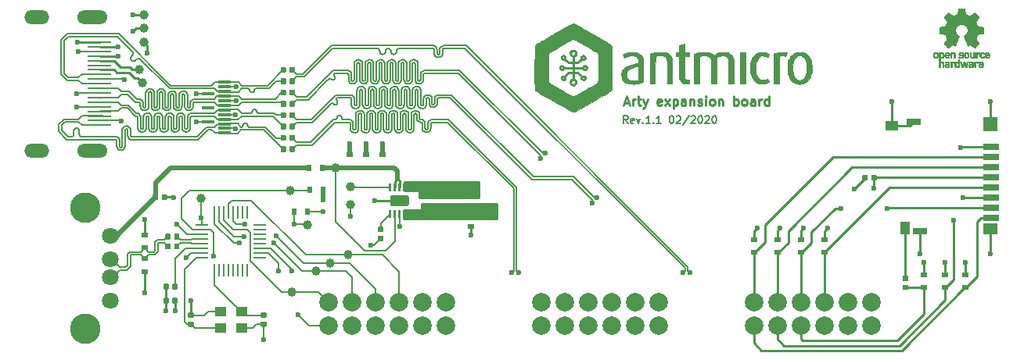
<source format=gbr>
G04 #@! TF.GenerationSoftware,KiCad,Pcbnew,5.1.4+dfsg1-1~bpo10+1*
G04 #@! TF.CreationDate,2020-02-14T17:19:22+01:00*
G04 #@! TF.ProjectId,arty-a7-expansion,61727479-2d61-4372-9d65-7870616e7369,rev?*
G04 #@! TF.SameCoordinates,Original*
G04 #@! TF.FileFunction,Copper,L1,Top*
G04 #@! TF.FilePolarity,Positive*
%FSLAX46Y46*%
G04 Gerber Fmt 4.6, Leading zero omitted, Abs format (unit mm)*
G04 Created by KiCad (PCBNEW 5.1.4+dfsg1-1~bpo10+1) date 2020-02-14 17:19:22*
%MOMM*%
%LPD*%
G04 APERTURE LIST*
%ADD10C,0.200000*%
%ADD11C,0.250000*%
%ADD12C,0.010000*%
%ADD13C,0.002790*%
%ADD14R,1.300000X1.100000*%
%ADD15R,0.270000X1.450000*%
%ADD16R,1.450000X0.270000*%
%ADD17C,0.100000*%
%ADD18C,1.200000*%
%ADD19C,0.250000*%
%ADD20C,1.000000*%
%ADD21R,0.600000X0.800000*%
%ADD22C,0.590000*%
%ADD23R,0.800000X0.600000*%
%ADD24R,3.400000X1.000000*%
%ADD25C,1.800000*%
%ADD26C,3.300000*%
%ADD27O,2.700000X1.500000*%
%ADD28O,3.300000X1.500000*%
%ADD29R,2.600000X0.280000*%
%ADD30R,1.500000X0.800000*%
%ADD31R,1.400000X1.000000*%
%ADD32R,1.000000X1.400000*%
%ADD33R,1.500000X1.500000*%
%ADD34R,1.500000X1.300000*%
%ADD35R,1.750000X0.700000*%
%ADD36R,1.450000X0.300000*%
%ADD37C,2.000000*%
%ADD38C,0.600000*%
%ADD39C,0.254000*%
%ADD40C,0.508000*%
%ADD41C,0.150000*%
G04 APERTURE END LIST*
D10*
X160008119Y-98775404D02*
X159741452Y-98394452D01*
X159550976Y-98775404D02*
X159550976Y-97975404D01*
X159855738Y-97975404D01*
X159931928Y-98013500D01*
X159970023Y-98051595D01*
X160008119Y-98127785D01*
X160008119Y-98242071D01*
X159970023Y-98318261D01*
X159931928Y-98356357D01*
X159855738Y-98394452D01*
X159550976Y-98394452D01*
X160655738Y-98737309D02*
X160579547Y-98775404D01*
X160427166Y-98775404D01*
X160350976Y-98737309D01*
X160312880Y-98661119D01*
X160312880Y-98356357D01*
X160350976Y-98280166D01*
X160427166Y-98242071D01*
X160579547Y-98242071D01*
X160655738Y-98280166D01*
X160693833Y-98356357D01*
X160693833Y-98432547D01*
X160312880Y-98508738D01*
X160960500Y-98242071D02*
X161150976Y-98775404D01*
X161341452Y-98242071D01*
X161646214Y-98699214D02*
X161684309Y-98737309D01*
X161646214Y-98775404D01*
X161608119Y-98737309D01*
X161646214Y-98699214D01*
X161646214Y-98775404D01*
X162446214Y-98775404D02*
X161989071Y-98775404D01*
X162217642Y-98775404D02*
X162217642Y-97975404D01*
X162141452Y-98089690D01*
X162065261Y-98165880D01*
X161989071Y-98203976D01*
X162789071Y-98699214D02*
X162827166Y-98737309D01*
X162789071Y-98775404D01*
X162750976Y-98737309D01*
X162789071Y-98699214D01*
X162789071Y-98775404D01*
X163589071Y-98775404D02*
X163131928Y-98775404D01*
X163360500Y-98775404D02*
X163360500Y-97975404D01*
X163284309Y-98089690D01*
X163208119Y-98165880D01*
X163131928Y-98203976D01*
X164693833Y-97975404D02*
X164770023Y-97975404D01*
X164846214Y-98013500D01*
X164884309Y-98051595D01*
X164922404Y-98127785D01*
X164960500Y-98280166D01*
X164960500Y-98470642D01*
X164922404Y-98623023D01*
X164884309Y-98699214D01*
X164846214Y-98737309D01*
X164770023Y-98775404D01*
X164693833Y-98775404D01*
X164617642Y-98737309D01*
X164579547Y-98699214D01*
X164541452Y-98623023D01*
X164503357Y-98470642D01*
X164503357Y-98280166D01*
X164541452Y-98127785D01*
X164579547Y-98051595D01*
X164617642Y-98013500D01*
X164693833Y-97975404D01*
X165265261Y-98051595D02*
X165303357Y-98013500D01*
X165379547Y-97975404D01*
X165570023Y-97975404D01*
X165646214Y-98013500D01*
X165684309Y-98051595D01*
X165722404Y-98127785D01*
X165722404Y-98203976D01*
X165684309Y-98318261D01*
X165227166Y-98775404D01*
X165722404Y-98775404D01*
X166636690Y-97937309D02*
X165950976Y-98965880D01*
X166865261Y-98051595D02*
X166903357Y-98013500D01*
X166979547Y-97975404D01*
X167170023Y-97975404D01*
X167246214Y-98013500D01*
X167284309Y-98051595D01*
X167322404Y-98127785D01*
X167322404Y-98203976D01*
X167284309Y-98318261D01*
X166827166Y-98775404D01*
X167322404Y-98775404D01*
X167817642Y-97975404D02*
X167893833Y-97975404D01*
X167970023Y-98013500D01*
X168008119Y-98051595D01*
X168046214Y-98127785D01*
X168084309Y-98280166D01*
X168084309Y-98470642D01*
X168046214Y-98623023D01*
X168008119Y-98699214D01*
X167970023Y-98737309D01*
X167893833Y-98775404D01*
X167817642Y-98775404D01*
X167741452Y-98737309D01*
X167703357Y-98699214D01*
X167665261Y-98623023D01*
X167627166Y-98470642D01*
X167627166Y-98280166D01*
X167665261Y-98127785D01*
X167703357Y-98051595D01*
X167741452Y-98013500D01*
X167817642Y-97975404D01*
X168389071Y-98051595D02*
X168427166Y-98013500D01*
X168503357Y-97975404D01*
X168693833Y-97975404D01*
X168770023Y-98013500D01*
X168808119Y-98051595D01*
X168846214Y-98127785D01*
X168846214Y-98203976D01*
X168808119Y-98318261D01*
X168350976Y-98775404D01*
X168846214Y-98775404D01*
X169341452Y-97975404D02*
X169417642Y-97975404D01*
X169493833Y-98013500D01*
X169531928Y-98051595D01*
X169570023Y-98127785D01*
X169608119Y-98280166D01*
X169608119Y-98470642D01*
X169570023Y-98623023D01*
X169531928Y-98699214D01*
X169493833Y-98737309D01*
X169417642Y-98775404D01*
X169341452Y-98775404D01*
X169265261Y-98737309D01*
X169227166Y-98699214D01*
X169189071Y-98623023D01*
X169150976Y-98470642D01*
X169150976Y-98280166D01*
X169189071Y-98127785D01*
X169227166Y-98051595D01*
X169265261Y-98013500D01*
X169341452Y-97975404D01*
D11*
X159648166Y-96548166D02*
X160124357Y-96548166D01*
X159552928Y-96833880D02*
X159886261Y-95833880D01*
X160219595Y-96833880D01*
X160552928Y-96833880D02*
X160552928Y-96167214D01*
X160552928Y-96357690D02*
X160600547Y-96262452D01*
X160648166Y-96214833D01*
X160743404Y-96167214D01*
X160838642Y-96167214D01*
X161029119Y-96167214D02*
X161410071Y-96167214D01*
X161171976Y-95833880D02*
X161171976Y-96691023D01*
X161219595Y-96786261D01*
X161314833Y-96833880D01*
X161410071Y-96833880D01*
X161648166Y-96167214D02*
X161886261Y-96833880D01*
X162124357Y-96167214D02*
X161886261Y-96833880D01*
X161791023Y-97071976D01*
X161743404Y-97119595D01*
X161648166Y-97167214D01*
X163648166Y-96786261D02*
X163552928Y-96833880D01*
X163362452Y-96833880D01*
X163267214Y-96786261D01*
X163219595Y-96691023D01*
X163219595Y-96310071D01*
X163267214Y-96214833D01*
X163362452Y-96167214D01*
X163552928Y-96167214D01*
X163648166Y-96214833D01*
X163695785Y-96310071D01*
X163695785Y-96405309D01*
X163219595Y-96500547D01*
X164029119Y-96833880D02*
X164552928Y-96167214D01*
X164029119Y-96167214D02*
X164552928Y-96833880D01*
X164933880Y-96167214D02*
X164933880Y-97167214D01*
X164933880Y-96214833D02*
X165029119Y-96167214D01*
X165219595Y-96167214D01*
X165314833Y-96214833D01*
X165362452Y-96262452D01*
X165410071Y-96357690D01*
X165410071Y-96643404D01*
X165362452Y-96738642D01*
X165314833Y-96786261D01*
X165219595Y-96833880D01*
X165029119Y-96833880D01*
X164933880Y-96786261D01*
X166267214Y-96833880D02*
X166267214Y-96310071D01*
X166219595Y-96214833D01*
X166124357Y-96167214D01*
X165933880Y-96167214D01*
X165838642Y-96214833D01*
X166267214Y-96786261D02*
X166171976Y-96833880D01*
X165933880Y-96833880D01*
X165838642Y-96786261D01*
X165791023Y-96691023D01*
X165791023Y-96595785D01*
X165838642Y-96500547D01*
X165933880Y-96452928D01*
X166171976Y-96452928D01*
X166267214Y-96405309D01*
X166743404Y-96167214D02*
X166743404Y-96833880D01*
X166743404Y-96262452D02*
X166791023Y-96214833D01*
X166886261Y-96167214D01*
X167029119Y-96167214D01*
X167124357Y-96214833D01*
X167171976Y-96310071D01*
X167171976Y-96833880D01*
X167600547Y-96786261D02*
X167695785Y-96833880D01*
X167886261Y-96833880D01*
X167981500Y-96786261D01*
X168029119Y-96691023D01*
X168029119Y-96643404D01*
X167981500Y-96548166D01*
X167886261Y-96500547D01*
X167743404Y-96500547D01*
X167648166Y-96452928D01*
X167600547Y-96357690D01*
X167600547Y-96310071D01*
X167648166Y-96214833D01*
X167743404Y-96167214D01*
X167886261Y-96167214D01*
X167981500Y-96214833D01*
X168457690Y-96833880D02*
X168457690Y-96167214D01*
X168457690Y-95833880D02*
X168410071Y-95881500D01*
X168457690Y-95929119D01*
X168505309Y-95881500D01*
X168457690Y-95833880D01*
X168457690Y-95929119D01*
X169076738Y-96833880D02*
X168981500Y-96786261D01*
X168933880Y-96738642D01*
X168886261Y-96643404D01*
X168886261Y-96357690D01*
X168933880Y-96262452D01*
X168981500Y-96214833D01*
X169076738Y-96167214D01*
X169219595Y-96167214D01*
X169314833Y-96214833D01*
X169362452Y-96262452D01*
X169410071Y-96357690D01*
X169410071Y-96643404D01*
X169362452Y-96738642D01*
X169314833Y-96786261D01*
X169219595Y-96833880D01*
X169076738Y-96833880D01*
X169838642Y-96167214D02*
X169838642Y-96833880D01*
X169838642Y-96262452D02*
X169886261Y-96214833D01*
X169981500Y-96167214D01*
X170124357Y-96167214D01*
X170219595Y-96214833D01*
X170267214Y-96310071D01*
X170267214Y-96833880D01*
X171505309Y-96833880D02*
X171505309Y-95833880D01*
X171505309Y-96214833D02*
X171600547Y-96167214D01*
X171791023Y-96167214D01*
X171886261Y-96214833D01*
X171933880Y-96262452D01*
X171981500Y-96357690D01*
X171981500Y-96643404D01*
X171933880Y-96738642D01*
X171886261Y-96786261D01*
X171791023Y-96833880D01*
X171600547Y-96833880D01*
X171505309Y-96786261D01*
X172552928Y-96833880D02*
X172457690Y-96786261D01*
X172410071Y-96738642D01*
X172362452Y-96643404D01*
X172362452Y-96357690D01*
X172410071Y-96262452D01*
X172457690Y-96214833D01*
X172552928Y-96167214D01*
X172695785Y-96167214D01*
X172791023Y-96214833D01*
X172838642Y-96262452D01*
X172886261Y-96357690D01*
X172886261Y-96643404D01*
X172838642Y-96738642D01*
X172791023Y-96786261D01*
X172695785Y-96833880D01*
X172552928Y-96833880D01*
X173743404Y-96833880D02*
X173743404Y-96310071D01*
X173695785Y-96214833D01*
X173600547Y-96167214D01*
X173410071Y-96167214D01*
X173314833Y-96214833D01*
X173743404Y-96786261D02*
X173648166Y-96833880D01*
X173410071Y-96833880D01*
X173314833Y-96786261D01*
X173267214Y-96691023D01*
X173267214Y-96595785D01*
X173314833Y-96500547D01*
X173410071Y-96452928D01*
X173648166Y-96452928D01*
X173743404Y-96405309D01*
X174219595Y-96833880D02*
X174219595Y-96167214D01*
X174219595Y-96357690D02*
X174267214Y-96262452D01*
X174314833Y-96214833D01*
X174410071Y-96167214D01*
X174505309Y-96167214D01*
X175267214Y-96833880D02*
X175267214Y-95833880D01*
X175267214Y-96786261D02*
X175171976Y-96833880D01*
X174981500Y-96833880D01*
X174886261Y-96786261D01*
X174838642Y-96738642D01*
X174791023Y-96643404D01*
X174791023Y-96357690D01*
X174838642Y-96262452D01*
X174886261Y-96214833D01*
X174981500Y-96167214D01*
X175171976Y-96167214D01*
X175267214Y-96214833D01*
D12*
G36*
X194590694Y-92068024D02*
G01*
X194626984Y-92071298D01*
X194657670Y-92077192D01*
X194684951Y-92086128D01*
X194710553Y-92098268D01*
X194740560Y-92119530D01*
X194766983Y-92147736D01*
X194786986Y-92179697D01*
X194790962Y-92188665D01*
X194803131Y-92218889D01*
X194803141Y-92706569D01*
X194678681Y-92709421D01*
X194678681Y-92681325D01*
X194678240Y-92665971D01*
X194677101Y-92655766D01*
X194675985Y-92653229D01*
X194671316Y-92656700D01*
X194662661Y-92665464D01*
X194658242Y-92670367D01*
X194639263Y-92687354D01*
X194615661Y-92699535D01*
X194585923Y-92707419D01*
X194548538Y-92711514D01*
X194533901Y-92712131D01*
X194508417Y-92712367D01*
X194484253Y-92711724D01*
X194464703Y-92710333D01*
X194455711Y-92709024D01*
X194425559Y-92699771D01*
X194394306Y-92685337D01*
X194365910Y-92667797D01*
X194347195Y-92652210D01*
X194321616Y-92620043D01*
X194304445Y-92584230D01*
X194295440Y-92546215D01*
X194294363Y-92507443D01*
X194294601Y-92506070D01*
X194415018Y-92506070D01*
X194415989Y-92529234D01*
X194424746Y-92551019D01*
X194441521Y-92569271D01*
X194443654Y-92570824D01*
X194457295Y-92579294D01*
X194471375Y-92585158D01*
X194488062Y-92588808D01*
X194509522Y-92590637D01*
X194537925Y-92591037D01*
X194554221Y-92590843D01*
X194582786Y-92590135D01*
X194603309Y-92588942D01*
X194617905Y-92586977D01*
X194628692Y-92583951D01*
X194637784Y-92579575D01*
X194638041Y-92579427D01*
X194653586Y-92567090D01*
X194664759Y-92549847D01*
X194672203Y-92526153D01*
X194676568Y-92494462D01*
X194677208Y-92485803D01*
X194680184Y-92439869D01*
X194579102Y-92439980D01*
X194543572Y-92440123D01*
X194516580Y-92440550D01*
X194496507Y-92441391D01*
X194481733Y-92442777D01*
X194470637Y-92444838D01*
X194461600Y-92447704D01*
X194456535Y-92449845D01*
X194435521Y-92464221D01*
X194421605Y-92483680D01*
X194415018Y-92506070D01*
X194294601Y-92506070D01*
X194300973Y-92469357D01*
X194315030Y-92433404D01*
X194336296Y-92401027D01*
X194364528Y-92373670D01*
X194396701Y-92354060D01*
X194411850Y-92347521D01*
X194427059Y-92342494D01*
X194443946Y-92338790D01*
X194464131Y-92336213D01*
X194489233Y-92334574D01*
X194520873Y-92333678D01*
X194560670Y-92333334D01*
X194571336Y-92333313D01*
X194679892Y-92333189D01*
X194677784Y-92284990D01*
X194675598Y-92256361D01*
X194671236Y-92235527D01*
X194663622Y-92220182D01*
X194651684Y-92208021D01*
X194637509Y-92198569D01*
X194629118Y-92194356D01*
X194619425Y-92191477D01*
X194606381Y-92189691D01*
X194587942Y-92188754D01*
X194562060Y-92188425D01*
X194551681Y-92188409D01*
X194517790Y-92188936D01*
X194492138Y-92190865D01*
X194472839Y-92194712D01*
X194458012Y-92200993D01*
X194445771Y-92210227D01*
X194436659Y-92219989D01*
X194425777Y-92232920D01*
X194376969Y-92195657D01*
X194358133Y-92181045D01*
X194342673Y-92168613D01*
X194332160Y-92159655D01*
X194328163Y-92155464D01*
X194328161Y-92155430D01*
X194331972Y-92148886D01*
X194341976Y-92138367D01*
X194356025Y-92125700D01*
X194371974Y-92112714D01*
X194387675Y-92101238D01*
X194400983Y-92093101D01*
X194401821Y-92092678D01*
X194423408Y-92082777D01*
X194443479Y-92075707D01*
X194464493Y-92071032D01*
X194488912Y-92068314D01*
X194519194Y-92067117D01*
X194546601Y-92066951D01*
X194590694Y-92068024D01*
X194590694Y-92068024D01*
G37*
X194590694Y-92068024D02*
X194626984Y-92071298D01*
X194657670Y-92077192D01*
X194684951Y-92086128D01*
X194710553Y-92098268D01*
X194740560Y-92119530D01*
X194766983Y-92147736D01*
X194786986Y-92179697D01*
X194790962Y-92188665D01*
X194803131Y-92218889D01*
X194803141Y-92706569D01*
X194678681Y-92709421D01*
X194678681Y-92681325D01*
X194678240Y-92665971D01*
X194677101Y-92655766D01*
X194675985Y-92653229D01*
X194671316Y-92656700D01*
X194662661Y-92665464D01*
X194658242Y-92670367D01*
X194639263Y-92687354D01*
X194615661Y-92699535D01*
X194585923Y-92707419D01*
X194548538Y-92711514D01*
X194533901Y-92712131D01*
X194508417Y-92712367D01*
X194484253Y-92711724D01*
X194464703Y-92710333D01*
X194455711Y-92709024D01*
X194425559Y-92699771D01*
X194394306Y-92685337D01*
X194365910Y-92667797D01*
X194347195Y-92652210D01*
X194321616Y-92620043D01*
X194304445Y-92584230D01*
X194295440Y-92546215D01*
X194294363Y-92507443D01*
X194294601Y-92506070D01*
X194415018Y-92506070D01*
X194415989Y-92529234D01*
X194424746Y-92551019D01*
X194441521Y-92569271D01*
X194443654Y-92570824D01*
X194457295Y-92579294D01*
X194471375Y-92585158D01*
X194488062Y-92588808D01*
X194509522Y-92590637D01*
X194537925Y-92591037D01*
X194554221Y-92590843D01*
X194582786Y-92590135D01*
X194603309Y-92588942D01*
X194617905Y-92586977D01*
X194628692Y-92583951D01*
X194637784Y-92579575D01*
X194638041Y-92579427D01*
X194653586Y-92567090D01*
X194664759Y-92549847D01*
X194672203Y-92526153D01*
X194676568Y-92494462D01*
X194677208Y-92485803D01*
X194680184Y-92439869D01*
X194579102Y-92439980D01*
X194543572Y-92440123D01*
X194516580Y-92440550D01*
X194496507Y-92441391D01*
X194481733Y-92442777D01*
X194470637Y-92444838D01*
X194461600Y-92447704D01*
X194456535Y-92449845D01*
X194435521Y-92464221D01*
X194421605Y-92483680D01*
X194415018Y-92506070D01*
X194294601Y-92506070D01*
X194300973Y-92469357D01*
X194315030Y-92433404D01*
X194336296Y-92401027D01*
X194364528Y-92373670D01*
X194396701Y-92354060D01*
X194411850Y-92347521D01*
X194427059Y-92342494D01*
X194443946Y-92338790D01*
X194464131Y-92336213D01*
X194489233Y-92334574D01*
X194520873Y-92333678D01*
X194560670Y-92333334D01*
X194571336Y-92333313D01*
X194679892Y-92333189D01*
X194677784Y-92284990D01*
X194675598Y-92256361D01*
X194671236Y-92235527D01*
X194663622Y-92220182D01*
X194651684Y-92208021D01*
X194637509Y-92198569D01*
X194629118Y-92194356D01*
X194619425Y-92191477D01*
X194606381Y-92189691D01*
X194587942Y-92188754D01*
X194562060Y-92188425D01*
X194551681Y-92188409D01*
X194517790Y-92188936D01*
X194492138Y-92190865D01*
X194472839Y-92194712D01*
X194458012Y-92200993D01*
X194445771Y-92210227D01*
X194436659Y-92219989D01*
X194425777Y-92232920D01*
X194376969Y-92195657D01*
X194358133Y-92181045D01*
X194342673Y-92168613D01*
X194332160Y-92159655D01*
X194328163Y-92155464D01*
X194328161Y-92155430D01*
X194331972Y-92148886D01*
X194341976Y-92138367D01*
X194356025Y-92125700D01*
X194371974Y-92112714D01*
X194387675Y-92101238D01*
X194400983Y-92093101D01*
X194401821Y-92092678D01*
X194423408Y-92082777D01*
X194443479Y-92075707D01*
X194464493Y-92071032D01*
X194488912Y-92068314D01*
X194519194Y-92067117D01*
X194546601Y-92066951D01*
X194590694Y-92068024D01*
G36*
X193378441Y-91066406D02*
G01*
X193426695Y-91079372D01*
X193469652Y-91100999D01*
X193507341Y-91131301D01*
X193530976Y-91158163D01*
X193549458Y-91185636D01*
X193563815Y-91215201D01*
X193574336Y-91248246D01*
X193581314Y-91286164D01*
X193585038Y-91330343D01*
X193585801Y-91382173D01*
X193585002Y-91416249D01*
X193582297Y-91465225D01*
X193577478Y-91505895D01*
X193569945Y-91540000D01*
X193559097Y-91569279D01*
X193544334Y-91595473D01*
X193525056Y-91620324D01*
X193508565Y-91637840D01*
X193474595Y-91666861D01*
X193438251Y-91687680D01*
X193397905Y-91700909D01*
X193351930Y-91707162D01*
X193322523Y-91707838D01*
X193298792Y-91707127D01*
X193276635Y-91705660D01*
X193259590Y-91703702D01*
X193254749Y-91702783D01*
X193214094Y-91688343D01*
X193175100Y-91664408D01*
X193141576Y-91635093D01*
X193118840Y-91610429D01*
X193101068Y-91586101D01*
X193087619Y-91560302D01*
X193077852Y-91531226D01*
X193071124Y-91497067D01*
X193066795Y-91456019D01*
X193064697Y-91418724D01*
X193064482Y-91390957D01*
X193192781Y-91390957D01*
X193192781Y-91477425D01*
X193209052Y-91510475D01*
X193227094Y-91539885D01*
X193248652Y-91560701D01*
X193275010Y-91573638D01*
X193307449Y-91579412D01*
X193333074Y-91579635D01*
X193356702Y-91577821D01*
X193374278Y-91574042D01*
X193389868Y-91567300D01*
X193394972Y-91564428D01*
X193415145Y-91550348D01*
X193430657Y-91533734D01*
X193442103Y-91513114D01*
X193450081Y-91487016D01*
X193455185Y-91453966D01*
X193458013Y-91412491D01*
X193458175Y-91408317D01*
X193458699Y-91357437D01*
X193455935Y-91315283D01*
X193449543Y-91280855D01*
X193439185Y-91253157D01*
X193424520Y-91231189D01*
X193405210Y-91213954D01*
X193388720Y-91204159D01*
X193357009Y-91192926D01*
X193323633Y-91189506D01*
X193290707Y-91193466D01*
X193260347Y-91204372D01*
X193234670Y-91221793D01*
X193219903Y-91238662D01*
X193210566Y-91253886D01*
X193203581Y-91269619D01*
X193198633Y-91287634D01*
X193195404Y-91309709D01*
X193193579Y-91337618D01*
X193192842Y-91373137D01*
X193192781Y-91390957D01*
X193064482Y-91390957D01*
X193064188Y-91353264D01*
X193068397Y-91295458D01*
X193077261Y-91245682D01*
X193090713Y-91204309D01*
X193107283Y-91173704D01*
X193140163Y-91133670D01*
X193177210Y-91102742D01*
X193218903Y-91080676D01*
X193265720Y-91067226D01*
X193318141Y-91062145D01*
X193324861Y-91062087D01*
X193378441Y-91066406D01*
X193378441Y-91066406D01*
G37*
X193378441Y-91066406D02*
X193426695Y-91079372D01*
X193469652Y-91100999D01*
X193507341Y-91131301D01*
X193530976Y-91158163D01*
X193549458Y-91185636D01*
X193563815Y-91215201D01*
X193574336Y-91248246D01*
X193581314Y-91286164D01*
X193585038Y-91330343D01*
X193585801Y-91382173D01*
X193585002Y-91416249D01*
X193582297Y-91465225D01*
X193577478Y-91505895D01*
X193569945Y-91540000D01*
X193559097Y-91569279D01*
X193544334Y-91595473D01*
X193525056Y-91620324D01*
X193508565Y-91637840D01*
X193474595Y-91666861D01*
X193438251Y-91687680D01*
X193397905Y-91700909D01*
X193351930Y-91707162D01*
X193322523Y-91707838D01*
X193298792Y-91707127D01*
X193276635Y-91705660D01*
X193259590Y-91703702D01*
X193254749Y-91702783D01*
X193214094Y-91688343D01*
X193175100Y-91664408D01*
X193141576Y-91635093D01*
X193118840Y-91610429D01*
X193101068Y-91586101D01*
X193087619Y-91560302D01*
X193077852Y-91531226D01*
X193071124Y-91497067D01*
X193066795Y-91456019D01*
X193064697Y-91418724D01*
X193064482Y-91390957D01*
X193192781Y-91390957D01*
X193192781Y-91477425D01*
X193209052Y-91510475D01*
X193227094Y-91539885D01*
X193248652Y-91560701D01*
X193275010Y-91573638D01*
X193307449Y-91579412D01*
X193333074Y-91579635D01*
X193356702Y-91577821D01*
X193374278Y-91574042D01*
X193389868Y-91567300D01*
X193394972Y-91564428D01*
X193415145Y-91550348D01*
X193430657Y-91533734D01*
X193442103Y-91513114D01*
X193450081Y-91487016D01*
X193455185Y-91453966D01*
X193458013Y-91412491D01*
X193458175Y-91408317D01*
X193458699Y-91357437D01*
X193455935Y-91315283D01*
X193449543Y-91280855D01*
X193439185Y-91253157D01*
X193424520Y-91231189D01*
X193405210Y-91213954D01*
X193388720Y-91204159D01*
X193357009Y-91192926D01*
X193323633Y-91189506D01*
X193290707Y-91193466D01*
X193260347Y-91204372D01*
X193234670Y-91221793D01*
X193219903Y-91238662D01*
X193210566Y-91253886D01*
X193203581Y-91269619D01*
X193198633Y-91287634D01*
X193195404Y-91309709D01*
X193193579Y-91337618D01*
X193192842Y-91373137D01*
X193192781Y-91390957D01*
X193064482Y-91390957D01*
X193064188Y-91353264D01*
X193068397Y-91295458D01*
X193077261Y-91245682D01*
X193090713Y-91204309D01*
X193107283Y-91173704D01*
X193140163Y-91133670D01*
X193177210Y-91102742D01*
X193218903Y-91080676D01*
X193265720Y-91067226D01*
X193318141Y-91062145D01*
X193324861Y-91062087D01*
X193378441Y-91066406D01*
G36*
X195268387Y-92066947D02*
G01*
X195296542Y-92073310D01*
X195317957Y-92081037D01*
X195338825Y-92090435D01*
X195352746Y-92098300D01*
X195374031Y-92112558D01*
X195328438Y-92166993D01*
X195311803Y-92186624D01*
X195297468Y-92203108D01*
X195286684Y-92215037D01*
X195280704Y-92221006D01*
X195279997Y-92221429D01*
X195274334Y-92218764D01*
X195264276Y-92212253D01*
X195262928Y-92211302D01*
X195237846Y-92198960D01*
X195208050Y-92192972D01*
X195177225Y-92193971D01*
X195170000Y-92195338D01*
X195136779Y-92207135D01*
X195110342Y-92226332D01*
X195091608Y-92250701D01*
X195077461Y-92274769D01*
X195072381Y-92706569D01*
X194947921Y-92709421D01*
X194947921Y-92074109D01*
X195074921Y-92074109D01*
X195074921Y-92135185D01*
X195102397Y-92112805D01*
X195139803Y-92088502D01*
X195181204Y-92072500D01*
X195224698Y-92065186D01*
X195268387Y-92066947D01*
X195268387Y-92066947D01*
G37*
X195268387Y-92066947D02*
X195296542Y-92073310D01*
X195317957Y-92081037D01*
X195338825Y-92090435D01*
X195352746Y-92098300D01*
X195374031Y-92112558D01*
X195328438Y-92166993D01*
X195311803Y-92186624D01*
X195297468Y-92203108D01*
X195286684Y-92215037D01*
X195280704Y-92221006D01*
X195279997Y-92221429D01*
X195274334Y-92218764D01*
X195264276Y-92212253D01*
X195262928Y-92211302D01*
X195237846Y-92198960D01*
X195208050Y-92192972D01*
X195177225Y-92193971D01*
X195170000Y-92195338D01*
X195136779Y-92207135D01*
X195110342Y-92226332D01*
X195091608Y-92250701D01*
X195077461Y-92274769D01*
X195072381Y-92706569D01*
X194947921Y-92709421D01*
X194947921Y-92074109D01*
X195074921Y-92074109D01*
X195074921Y-92135185D01*
X195102397Y-92112805D01*
X195139803Y-92088502D01*
X195181204Y-92072500D01*
X195224698Y-92065186D01*
X195268387Y-92066947D01*
G36*
X197149899Y-92065708D02*
G01*
X197202523Y-92072368D01*
X197248977Y-92085310D01*
X197288688Y-92104297D01*
X197321082Y-92129090D01*
X197345583Y-92159451D01*
X197353479Y-92174011D01*
X197358736Y-92186486D01*
X197363141Y-92200417D01*
X197366756Y-92216736D01*
X197369643Y-92236374D01*
X197371862Y-92260264D01*
X197373477Y-92289336D01*
X197374549Y-92324523D01*
X197375139Y-92366756D01*
X197375310Y-92416966D01*
X197375122Y-92476085D01*
X197374989Y-92498289D01*
X197373621Y-92706569D01*
X197246621Y-92706569D01*
X197245083Y-92679827D01*
X197243545Y-92653086D01*
X197230474Y-92668620D01*
X197207426Y-92688285D01*
X197176280Y-92702443D01*
X197137584Y-92710922D01*
X197091886Y-92713550D01*
X197087620Y-92713497D01*
X197066882Y-92712886D01*
X197048655Y-92711921D01*
X197036571Y-92710799D01*
X197035801Y-92710679D01*
X196990314Y-92698620D01*
X196950848Y-92679214D01*
X196917989Y-92653363D01*
X196892321Y-92621969D01*
X196874429Y-92585932D01*
X196864898Y-92546156D01*
X196864461Y-92514288D01*
X196985001Y-92514288D01*
X196985897Y-92531907D01*
X196989747Y-92544209D01*
X196998290Y-92555963D01*
X197001511Y-92559535D01*
X197014733Y-92572022D01*
X197029069Y-92580945D01*
X197046409Y-92586786D01*
X197068644Y-92590026D01*
X197097664Y-92591146D01*
X197124701Y-92590891D01*
X197154667Y-92589928D01*
X197176437Y-92588371D01*
X197191972Y-92585973D01*
X197203228Y-92582485D01*
X197207650Y-92580370D01*
X197223873Y-92567394D01*
X197235079Y-92548086D01*
X197241647Y-92521440D01*
X197243958Y-92486453D01*
X197243969Y-92484319D01*
X197244081Y-92439869D01*
X197146291Y-92439980D01*
X197111158Y-92440140D01*
X197084546Y-92440615D01*
X197064815Y-92441538D01*
X197050326Y-92443040D01*
X197039442Y-92445253D01*
X197030524Y-92448308D01*
X197027781Y-92449502D01*
X197005218Y-92463211D01*
X196991495Y-92480621D01*
X196985491Y-92503429D01*
X196985001Y-92514288D01*
X196864461Y-92514288D01*
X196864313Y-92503540D01*
X196873018Y-92459774D01*
X196879812Y-92439758D01*
X196887396Y-92424400D01*
X196898037Y-92410064D01*
X196914005Y-92393112D01*
X196915566Y-92391548D01*
X196931904Y-92375855D01*
X196946956Y-92363428D01*
X196962207Y-92353864D01*
X196979140Y-92346759D01*
X196999236Y-92341712D01*
X197023979Y-92338318D01*
X197054853Y-92336174D01*
X197093340Y-92334879D01*
X197126421Y-92334247D01*
X197244981Y-92332360D01*
X197243261Y-92279831D01*
X197242254Y-92255625D01*
X197240791Y-92239238D01*
X197238367Y-92228328D01*
X197234481Y-92220554D01*
X197229139Y-92214113D01*
X197209820Y-92200599D01*
X197181429Y-92191428D01*
X197144092Y-92186632D01*
X197118018Y-92185869D01*
X197083647Y-92186989D01*
X197057091Y-92190738D01*
X197036214Y-92197697D01*
X197018879Y-92208451D01*
X197011401Y-92214932D01*
X196993520Y-92231796D01*
X196946080Y-92195667D01*
X196927535Y-92181363D01*
X196912386Y-92169335D01*
X196902225Y-92160872D01*
X196898641Y-92157285D01*
X196902547Y-92148276D01*
X196913004Y-92135640D01*
X196928118Y-92121399D01*
X196943529Y-92109317D01*
X196976227Y-92090212D01*
X197013712Y-92076761D01*
X197057626Y-92068478D01*
X197091681Y-92065568D01*
X197149899Y-92065708D01*
X197149899Y-92065708D01*
G37*
X197149899Y-92065708D02*
X197202523Y-92072368D01*
X197248977Y-92085310D01*
X197288688Y-92104297D01*
X197321082Y-92129090D01*
X197345583Y-92159451D01*
X197353479Y-92174011D01*
X197358736Y-92186486D01*
X197363141Y-92200417D01*
X197366756Y-92216736D01*
X197369643Y-92236374D01*
X197371862Y-92260264D01*
X197373477Y-92289336D01*
X197374549Y-92324523D01*
X197375139Y-92366756D01*
X197375310Y-92416966D01*
X197375122Y-92476085D01*
X197374989Y-92498289D01*
X197373621Y-92706569D01*
X197246621Y-92706569D01*
X197245083Y-92679827D01*
X197243545Y-92653086D01*
X197230474Y-92668620D01*
X197207426Y-92688285D01*
X197176280Y-92702443D01*
X197137584Y-92710922D01*
X197091886Y-92713550D01*
X197087620Y-92713497D01*
X197066882Y-92712886D01*
X197048655Y-92711921D01*
X197036571Y-92710799D01*
X197035801Y-92710679D01*
X196990314Y-92698620D01*
X196950848Y-92679214D01*
X196917989Y-92653363D01*
X196892321Y-92621969D01*
X196874429Y-92585932D01*
X196864898Y-92546156D01*
X196864461Y-92514288D01*
X196985001Y-92514288D01*
X196985897Y-92531907D01*
X196989747Y-92544209D01*
X196998290Y-92555963D01*
X197001511Y-92559535D01*
X197014733Y-92572022D01*
X197029069Y-92580945D01*
X197046409Y-92586786D01*
X197068644Y-92590026D01*
X197097664Y-92591146D01*
X197124701Y-92590891D01*
X197154667Y-92589928D01*
X197176437Y-92588371D01*
X197191972Y-92585973D01*
X197203228Y-92582485D01*
X197207650Y-92580370D01*
X197223873Y-92567394D01*
X197235079Y-92548086D01*
X197241647Y-92521440D01*
X197243958Y-92486453D01*
X197243969Y-92484319D01*
X197244081Y-92439869D01*
X197146291Y-92439980D01*
X197111158Y-92440140D01*
X197084546Y-92440615D01*
X197064815Y-92441538D01*
X197050326Y-92443040D01*
X197039442Y-92445253D01*
X197030524Y-92448308D01*
X197027781Y-92449502D01*
X197005218Y-92463211D01*
X196991495Y-92480621D01*
X196985491Y-92503429D01*
X196985001Y-92514288D01*
X196864461Y-92514288D01*
X196864313Y-92503540D01*
X196873018Y-92459774D01*
X196879812Y-92439758D01*
X196887396Y-92424400D01*
X196898037Y-92410064D01*
X196914005Y-92393112D01*
X196915566Y-92391548D01*
X196931904Y-92375855D01*
X196946956Y-92363428D01*
X196962207Y-92353864D01*
X196979140Y-92346759D01*
X196999236Y-92341712D01*
X197023979Y-92338318D01*
X197054853Y-92336174D01*
X197093340Y-92334879D01*
X197126421Y-92334247D01*
X197244981Y-92332360D01*
X197243261Y-92279831D01*
X197242254Y-92255625D01*
X197240791Y-92239238D01*
X197238367Y-92228328D01*
X197234481Y-92220554D01*
X197229139Y-92214113D01*
X197209820Y-92200599D01*
X197181429Y-92191428D01*
X197144092Y-92186632D01*
X197118018Y-92185869D01*
X197083647Y-92186989D01*
X197057091Y-92190738D01*
X197036214Y-92197697D01*
X197018879Y-92208451D01*
X197011401Y-92214932D01*
X196993520Y-92231796D01*
X196946080Y-92195667D01*
X196927535Y-92181363D01*
X196912386Y-92169335D01*
X196902225Y-92160872D01*
X196898641Y-92157285D01*
X196902547Y-92148276D01*
X196913004Y-92135640D01*
X196928118Y-92121399D01*
X196943529Y-92109317D01*
X196976227Y-92090212D01*
X197013712Y-92076761D01*
X197057626Y-92068478D01*
X197091681Y-92065568D01*
X197149899Y-92065708D01*
G36*
X195274504Y-91069334D02*
G01*
X195314967Y-91085389D01*
X195351099Y-91109108D01*
X195381751Y-91139693D01*
X195405775Y-91176347D01*
X195422023Y-91218274D01*
X195424804Y-91229809D01*
X195426432Y-91243134D01*
X195427795Y-91266402D01*
X195428888Y-91299396D01*
X195429707Y-91341902D01*
X195430246Y-91393705D01*
X195430500Y-91454590D01*
X195430521Y-91479999D01*
X195430521Y-91703269D01*
X195303944Y-91703269D01*
X195302462Y-91493347D01*
X195300981Y-91283425D01*
X195285663Y-91253486D01*
X195267142Y-91225708D01*
X195243881Y-91206431D01*
X195214832Y-91194997D01*
X195186481Y-91191040D01*
X195164912Y-91190960D01*
X195144789Y-91192798D01*
X195133140Y-91195335D01*
X195110925Y-91206767D01*
X195089094Y-91224990D01*
X195070824Y-91247027D01*
X195062677Y-91261309D01*
X195060051Y-91267363D01*
X195057885Y-91273828D01*
X195056126Y-91281721D01*
X195054721Y-91292060D01*
X195053616Y-91305862D01*
X195052758Y-91324144D01*
X195052093Y-91347925D01*
X195051568Y-91378222D01*
X195051130Y-91416052D01*
X195050725Y-91462433D01*
X195050484Y-91493719D01*
X195048907Y-91703269D01*
X194922521Y-91703269D01*
X194922521Y-91068269D01*
X195049521Y-91068269D01*
X195049521Y-91134425D01*
X195078346Y-91110947D01*
X195110286Y-91088321D01*
X195142242Y-91073407D01*
X195178043Y-91064499D01*
X195185175Y-91063405D01*
X195230857Y-91061740D01*
X195274504Y-91069334D01*
X195274504Y-91069334D01*
G37*
X195274504Y-91069334D02*
X195314967Y-91085389D01*
X195351099Y-91109108D01*
X195381751Y-91139693D01*
X195405775Y-91176347D01*
X195422023Y-91218274D01*
X195424804Y-91229809D01*
X195426432Y-91243134D01*
X195427795Y-91266402D01*
X195428888Y-91299396D01*
X195429707Y-91341902D01*
X195430246Y-91393705D01*
X195430500Y-91454590D01*
X195430521Y-91479999D01*
X195430521Y-91703269D01*
X195303944Y-91703269D01*
X195302462Y-91493347D01*
X195300981Y-91283425D01*
X195285663Y-91253486D01*
X195267142Y-91225708D01*
X195243881Y-91206431D01*
X195214832Y-91194997D01*
X195186481Y-91191040D01*
X195164912Y-91190960D01*
X195144789Y-91192798D01*
X195133140Y-91195335D01*
X195110925Y-91206767D01*
X195089094Y-91224990D01*
X195070824Y-91247027D01*
X195062677Y-91261309D01*
X195060051Y-91267363D01*
X195057885Y-91273828D01*
X195056126Y-91281721D01*
X195054721Y-91292060D01*
X195053616Y-91305862D01*
X195052758Y-91324144D01*
X195052093Y-91347925D01*
X195051568Y-91378222D01*
X195051130Y-91416052D01*
X195050725Y-91462433D01*
X195050484Y-91493719D01*
X195048907Y-91703269D01*
X194922521Y-91703269D01*
X194922521Y-91068269D01*
X195049521Y-91068269D01*
X195049521Y-91134425D01*
X195078346Y-91110947D01*
X195110286Y-91088321D01*
X195142242Y-91073407D01*
X195178043Y-91064499D01*
X195185175Y-91063405D01*
X195230857Y-91061740D01*
X195274504Y-91069334D01*
G36*
X197153699Y-91278190D02*
G01*
X197155181Y-91488112D01*
X197170498Y-91518051D01*
X197188840Y-91545665D01*
X197211816Y-91564848D01*
X197240572Y-91576318D01*
X197270411Y-91580538D01*
X197304681Y-91579555D01*
X197332763Y-91571808D01*
X197356660Y-91556547D01*
X197370016Y-91543253D01*
X197377884Y-91534158D01*
X197384413Y-91525694D01*
X197389738Y-91516847D01*
X197393992Y-91506601D01*
X197397310Y-91493939D01*
X197399825Y-91477847D01*
X197401671Y-91457308D01*
X197402983Y-91431307D01*
X197403894Y-91398829D01*
X197404538Y-91358858D01*
X197405050Y-91310378D01*
X197405362Y-91275279D01*
X197407167Y-91068269D01*
X197533641Y-91068269D01*
X197533641Y-91703269D01*
X197406641Y-91703269D01*
X197406641Y-91670249D01*
X197406249Y-91653431D01*
X197405223Y-91641538D01*
X197403849Y-91637229D01*
X197398951Y-91640494D01*
X197389436Y-91648857D01*
X197382259Y-91655721D01*
X197367513Y-91667726D01*
X197347923Y-91680485D01*
X197330441Y-91689878D01*
X197313262Y-91697448D01*
X197298093Y-91702277D01*
X197281438Y-91705082D01*
X197259799Y-91706578D01*
X197246621Y-91707042D01*
X197219098Y-91707308D01*
X197198539Y-91705999D01*
X197181824Y-91702787D01*
X197170242Y-91699048D01*
X197147453Y-91690009D01*
X197130246Y-91681225D01*
X197114772Y-91670289D01*
X197097180Y-91654791D01*
X197092518Y-91650412D01*
X197063559Y-91616317D01*
X197042241Y-91576776D01*
X197031357Y-91541728D01*
X197029729Y-91528403D01*
X197028366Y-91505135D01*
X197027273Y-91472141D01*
X197026454Y-91429635D01*
X197025915Y-91377832D01*
X197025661Y-91316947D01*
X197025641Y-91291538D01*
X197025641Y-91068269D01*
X197152217Y-91068269D01*
X197153699Y-91278190D01*
X197153699Y-91278190D01*
G37*
X197153699Y-91278190D02*
X197155181Y-91488112D01*
X197170498Y-91518051D01*
X197188840Y-91545665D01*
X197211816Y-91564848D01*
X197240572Y-91576318D01*
X197270411Y-91580538D01*
X197304681Y-91579555D01*
X197332763Y-91571808D01*
X197356660Y-91556547D01*
X197370016Y-91543253D01*
X197377884Y-91534158D01*
X197384413Y-91525694D01*
X197389738Y-91516847D01*
X197393992Y-91506601D01*
X197397310Y-91493939D01*
X197399825Y-91477847D01*
X197401671Y-91457308D01*
X197402983Y-91431307D01*
X197403894Y-91398829D01*
X197404538Y-91358858D01*
X197405050Y-91310378D01*
X197405362Y-91275279D01*
X197407167Y-91068269D01*
X197533641Y-91068269D01*
X197533641Y-91703269D01*
X197406641Y-91703269D01*
X197406641Y-91670249D01*
X197406249Y-91653431D01*
X197405223Y-91641538D01*
X197403849Y-91637229D01*
X197398951Y-91640494D01*
X197389436Y-91648857D01*
X197382259Y-91655721D01*
X197367513Y-91667726D01*
X197347923Y-91680485D01*
X197330441Y-91689878D01*
X197313262Y-91697448D01*
X197298093Y-91702277D01*
X197281438Y-91705082D01*
X197259799Y-91706578D01*
X197246621Y-91707042D01*
X197219098Y-91707308D01*
X197198539Y-91705999D01*
X197181824Y-91702787D01*
X197170242Y-91699048D01*
X197147453Y-91690009D01*
X197130246Y-91681225D01*
X197114772Y-91670289D01*
X197097180Y-91654791D01*
X197092518Y-91650412D01*
X197063559Y-91616317D01*
X197042241Y-91576776D01*
X197031357Y-91541728D01*
X197029729Y-91528403D01*
X197028366Y-91505135D01*
X197027273Y-91472141D01*
X197026454Y-91429635D01*
X197025915Y-91377832D01*
X197025661Y-91316947D01*
X197025641Y-91291538D01*
X197025641Y-91068269D01*
X197152217Y-91068269D01*
X197153699Y-91278190D01*
G36*
X196146591Y-92286199D02*
G01*
X196158838Y-92331199D01*
X196170363Y-92373408D01*
X196180874Y-92411764D01*
X196190076Y-92445204D01*
X196197678Y-92472663D01*
X196203386Y-92493081D01*
X196206907Y-92505392D01*
X196207849Y-92508449D01*
X196210031Y-92508047D01*
X196214309Y-92499977D01*
X196220822Y-92483860D01*
X196229712Y-92459319D01*
X196241116Y-92425976D01*
X196255175Y-92383453D01*
X196263258Y-92358589D01*
X196276828Y-92316683D01*
X196290407Y-92274803D01*
X196303415Y-92234737D01*
X196315269Y-92198275D01*
X196325389Y-92167205D01*
X196333192Y-92143317D01*
X196335480Y-92136339D01*
X196355922Y-92074109D01*
X196449740Y-92074109D01*
X196517472Y-92283659D01*
X196531886Y-92328198D01*
X196545475Y-92370090D01*
X196557892Y-92408269D01*
X196568791Y-92441670D01*
X196577822Y-92469231D01*
X196584638Y-92489886D01*
X196588892Y-92502572D01*
X196590067Y-92505909D01*
X196591612Y-92507598D01*
X196593847Y-92505530D01*
X196596995Y-92498991D01*
X196601280Y-92487267D01*
X196606926Y-92469644D01*
X196614155Y-92445409D01*
X196623193Y-92413847D01*
X196634263Y-92374246D01*
X196647588Y-92325890D01*
X196655156Y-92298241D01*
X196667627Y-92252729D01*
X196679313Y-92210301D01*
X196689939Y-92171947D01*
X196699227Y-92138659D01*
X196706899Y-92111427D01*
X196712678Y-92091243D01*
X196716287Y-92079096D01*
X196717417Y-92075838D01*
X196722973Y-92075181D01*
X196736716Y-92074834D01*
X196756680Y-92074813D01*
X196780895Y-92075137D01*
X196785208Y-92075226D01*
X196850965Y-92076649D01*
X196768124Y-92335729D01*
X196751707Y-92387091D01*
X196735677Y-92437276D01*
X196720406Y-92485120D01*
X196706267Y-92529456D01*
X196693629Y-92569118D01*
X196682865Y-92602941D01*
X196674347Y-92629757D01*
X196668447Y-92648402D01*
X196667275Y-92652123D01*
X196649268Y-92709437D01*
X196536542Y-92706569D01*
X196470149Y-92483735D01*
X196452995Y-92426522D01*
X196438438Y-92378766D01*
X196426366Y-92340132D01*
X196416669Y-92310283D01*
X196409235Y-92288885D01*
X196403955Y-92275602D01*
X196400717Y-92270098D01*
X196399715Y-92270375D01*
X196397440Y-92277149D01*
X196392606Y-92292600D01*
X196385536Y-92315662D01*
X196376552Y-92345268D01*
X196365978Y-92380353D01*
X196354137Y-92419850D01*
X196341350Y-92462693D01*
X196334539Y-92485589D01*
X196321431Y-92529698D01*
X196309160Y-92570986D01*
X196298041Y-92608390D01*
X196288390Y-92640849D01*
X196280523Y-92667302D01*
X196274755Y-92686686D01*
X196271402Y-92697940D01*
X196270720Y-92700219D01*
X196268372Y-92704166D01*
X196262972Y-92706753D01*
X196252716Y-92708256D01*
X196235798Y-92708949D01*
X196212339Y-92709109D01*
X196185164Y-92708705D01*
X196167104Y-92707421D01*
X196157142Y-92705144D01*
X196154386Y-92702759D01*
X196152483Y-92696918D01*
X196147762Y-92682239D01*
X196140491Y-92659560D01*
X196130941Y-92629723D01*
X196119379Y-92593569D01*
X196106074Y-92551937D01*
X196091295Y-92505668D01*
X196075311Y-92455603D01*
X196058391Y-92402582D01*
X196055139Y-92392389D01*
X196038060Y-92338880D01*
X196021854Y-92288147D01*
X196006791Y-92241036D01*
X195993141Y-92198389D01*
X195981175Y-92161050D01*
X195971163Y-92129862D01*
X195963375Y-92105669D01*
X195958081Y-92089313D01*
X195955553Y-92081639D01*
X195955410Y-92081239D01*
X195955846Y-92078311D01*
X195960703Y-92076284D01*
X195971358Y-92075009D01*
X195989189Y-92074335D01*
X196015573Y-92074112D01*
X196020817Y-92074109D01*
X196088961Y-92074109D01*
X196146591Y-92286199D01*
X196146591Y-92286199D01*
G37*
X196146591Y-92286199D02*
X196158838Y-92331199D01*
X196170363Y-92373408D01*
X196180874Y-92411764D01*
X196190076Y-92445204D01*
X196197678Y-92472663D01*
X196203386Y-92493081D01*
X196206907Y-92505392D01*
X196207849Y-92508449D01*
X196210031Y-92508047D01*
X196214309Y-92499977D01*
X196220822Y-92483860D01*
X196229712Y-92459319D01*
X196241116Y-92425976D01*
X196255175Y-92383453D01*
X196263258Y-92358589D01*
X196276828Y-92316683D01*
X196290407Y-92274803D01*
X196303415Y-92234737D01*
X196315269Y-92198275D01*
X196325389Y-92167205D01*
X196333192Y-92143317D01*
X196335480Y-92136339D01*
X196355922Y-92074109D01*
X196449740Y-92074109D01*
X196517472Y-92283659D01*
X196531886Y-92328198D01*
X196545475Y-92370090D01*
X196557892Y-92408269D01*
X196568791Y-92441670D01*
X196577822Y-92469231D01*
X196584638Y-92489886D01*
X196588892Y-92502572D01*
X196590067Y-92505909D01*
X196591612Y-92507598D01*
X196593847Y-92505530D01*
X196596995Y-92498991D01*
X196601280Y-92487267D01*
X196606926Y-92469644D01*
X196614155Y-92445409D01*
X196623193Y-92413847D01*
X196634263Y-92374246D01*
X196647588Y-92325890D01*
X196655156Y-92298241D01*
X196667627Y-92252729D01*
X196679313Y-92210301D01*
X196689939Y-92171947D01*
X196699227Y-92138659D01*
X196706899Y-92111427D01*
X196712678Y-92091243D01*
X196716287Y-92079096D01*
X196717417Y-92075838D01*
X196722973Y-92075181D01*
X196736716Y-92074834D01*
X196756680Y-92074813D01*
X196780895Y-92075137D01*
X196785208Y-92075226D01*
X196850965Y-92076649D01*
X196768124Y-92335729D01*
X196751707Y-92387091D01*
X196735677Y-92437276D01*
X196720406Y-92485120D01*
X196706267Y-92529456D01*
X196693629Y-92569118D01*
X196682865Y-92602941D01*
X196674347Y-92629757D01*
X196668447Y-92648402D01*
X196667275Y-92652123D01*
X196649268Y-92709437D01*
X196536542Y-92706569D01*
X196470149Y-92483735D01*
X196452995Y-92426522D01*
X196438438Y-92378766D01*
X196426366Y-92340132D01*
X196416669Y-92310283D01*
X196409235Y-92288885D01*
X196403955Y-92275602D01*
X196400717Y-92270098D01*
X196399715Y-92270375D01*
X196397440Y-92277149D01*
X196392606Y-92292600D01*
X196385536Y-92315662D01*
X196376552Y-92345268D01*
X196365978Y-92380353D01*
X196354137Y-92419850D01*
X196341350Y-92462693D01*
X196334539Y-92485589D01*
X196321431Y-92529698D01*
X196309160Y-92570986D01*
X196298041Y-92608390D01*
X196288390Y-92640849D01*
X196280523Y-92667302D01*
X196274755Y-92686686D01*
X196271402Y-92697940D01*
X196270720Y-92700219D01*
X196268372Y-92704166D01*
X196262972Y-92706753D01*
X196252716Y-92708256D01*
X196235798Y-92708949D01*
X196212339Y-92709109D01*
X196185164Y-92708705D01*
X196167104Y-92707421D01*
X196157142Y-92705144D01*
X196154386Y-92702759D01*
X196152483Y-92696918D01*
X196147762Y-92682239D01*
X196140491Y-92659560D01*
X196130941Y-92629723D01*
X196119379Y-92593569D01*
X196106074Y-92551937D01*
X196091295Y-92505668D01*
X196075311Y-92455603D01*
X196058391Y-92402582D01*
X196055139Y-92392389D01*
X196038060Y-92338880D01*
X196021854Y-92288147D01*
X196006791Y-92241036D01*
X195993141Y-92198389D01*
X195981175Y-92161050D01*
X195971163Y-92129862D01*
X195963375Y-92105669D01*
X195958081Y-92089313D01*
X195955553Y-92081639D01*
X195955410Y-92081239D01*
X195955846Y-92078311D01*
X195960703Y-92076284D01*
X195971358Y-92075009D01*
X195989189Y-92074335D01*
X196015573Y-92074112D01*
X196020817Y-92074109D01*
X196088961Y-92074109D01*
X196146591Y-92286199D01*
G36*
X196115676Y-91064999D02*
G01*
X196165739Y-91075225D01*
X196213527Y-91091592D01*
X196257353Y-91114047D01*
X196266089Y-91119659D01*
X196304458Y-91145322D01*
X196289562Y-91163945D01*
X196278140Y-91177669D01*
X196263267Y-91194813D01*
X196250103Y-91209521D01*
X196225541Y-91236474D01*
X196182109Y-91213962D01*
X196143863Y-91197347D01*
X196105184Y-91186403D01*
X196067559Y-91181115D01*
X196032478Y-91181468D01*
X196001428Y-91187449D01*
X195975897Y-91199043D01*
X195957450Y-91216130D01*
X195949867Y-91233683D01*
X195947415Y-91253781D01*
X195948169Y-91270068D01*
X195952306Y-91281004D01*
X195961715Y-91291288D01*
X195962905Y-91292361D01*
X195972738Y-91300059D01*
X195983912Y-91306063D01*
X195998048Y-91310741D01*
X196016765Y-91314467D01*
X196041686Y-91317612D01*
X196074430Y-91320546D01*
X196091652Y-91321861D01*
X196138651Y-91326392D01*
X196177000Y-91332589D01*
X196208127Y-91340816D01*
X196233457Y-91351439D01*
X196251765Y-91362822D01*
X196277506Y-91387757D01*
X196297679Y-91419667D01*
X196311478Y-91456556D01*
X196318100Y-91496425D01*
X196317884Y-91526944D01*
X196309672Y-91569142D01*
X196292676Y-91606453D01*
X196267172Y-91638591D01*
X196233436Y-91665265D01*
X196191744Y-91686187D01*
X196153986Y-91698300D01*
X196116483Y-91705032D01*
X196073464Y-91708138D01*
X196028906Y-91707624D01*
X195986781Y-91703498D01*
X195958841Y-91697951D01*
X195935215Y-91690630D01*
X195908115Y-91680411D01*
X195882936Y-91669349D01*
X195880101Y-91667964D01*
X195860768Y-91657503D01*
X195840119Y-91644905D01*
X195820025Y-91631498D01*
X195802356Y-91618608D01*
X195788983Y-91607564D01*
X195781778Y-91599693D01*
X195781041Y-91597672D01*
X195784440Y-91592782D01*
X195793688Y-91582353D01*
X195807354Y-91567934D01*
X195823334Y-91551751D01*
X195865627Y-91509677D01*
X195890444Y-91530185D01*
X195927315Y-91556094D01*
X195966302Y-91573990D01*
X196009393Y-91584542D01*
X196058572Y-91588421D01*
X196062981Y-91588464D01*
X196088632Y-91588194D01*
X196107338Y-91586754D01*
X196122290Y-91583663D01*
X196136678Y-91578439D01*
X196140594Y-91576728D01*
X196165794Y-91561279D01*
X196182730Y-91541757D01*
X196190852Y-91519287D01*
X196189606Y-91494992D01*
X196186023Y-91484192D01*
X196180219Y-91473426D01*
X196171974Y-91464925D01*
X196159936Y-91458232D01*
X196142752Y-91452890D01*
X196119068Y-91448441D01*
X196087532Y-91444430D01*
X196060003Y-91441632D01*
X196022420Y-91437856D01*
X195993070Y-91434336D01*
X195970048Y-91430672D01*
X195951448Y-91426466D01*
X195935364Y-91421319D01*
X195919892Y-91414832D01*
X195910581Y-91410365D01*
X195876250Y-91388150D01*
X195849769Y-91359629D01*
X195831423Y-91325276D01*
X195821497Y-91285565D01*
X195819697Y-91258769D01*
X195820403Y-91236108D01*
X195822456Y-91214420D01*
X195825428Y-91198092D01*
X195825734Y-91197009D01*
X195838491Y-91167780D01*
X195858402Y-91138849D01*
X195882964Y-91113675D01*
X195890261Y-91107827D01*
X195926403Y-91086556D01*
X195968702Y-91071691D01*
X196015472Y-91063178D01*
X196065025Y-91060965D01*
X196115676Y-91064999D01*
X196115676Y-91064999D01*
G37*
X196115676Y-91064999D02*
X196165739Y-91075225D01*
X196213527Y-91091592D01*
X196257353Y-91114047D01*
X196266089Y-91119659D01*
X196304458Y-91145322D01*
X196289562Y-91163945D01*
X196278140Y-91177669D01*
X196263267Y-91194813D01*
X196250103Y-91209521D01*
X196225541Y-91236474D01*
X196182109Y-91213962D01*
X196143863Y-91197347D01*
X196105184Y-91186403D01*
X196067559Y-91181115D01*
X196032478Y-91181468D01*
X196001428Y-91187449D01*
X195975897Y-91199043D01*
X195957450Y-91216130D01*
X195949867Y-91233683D01*
X195947415Y-91253781D01*
X195948169Y-91270068D01*
X195952306Y-91281004D01*
X195961715Y-91291288D01*
X195962905Y-91292361D01*
X195972738Y-91300059D01*
X195983912Y-91306063D01*
X195998048Y-91310741D01*
X196016765Y-91314467D01*
X196041686Y-91317612D01*
X196074430Y-91320546D01*
X196091652Y-91321861D01*
X196138651Y-91326392D01*
X196177000Y-91332589D01*
X196208127Y-91340816D01*
X196233457Y-91351439D01*
X196251765Y-91362822D01*
X196277506Y-91387757D01*
X196297679Y-91419667D01*
X196311478Y-91456556D01*
X196318100Y-91496425D01*
X196317884Y-91526944D01*
X196309672Y-91569142D01*
X196292676Y-91606453D01*
X196267172Y-91638591D01*
X196233436Y-91665265D01*
X196191744Y-91686187D01*
X196153986Y-91698300D01*
X196116483Y-91705032D01*
X196073464Y-91708138D01*
X196028906Y-91707624D01*
X195986781Y-91703498D01*
X195958841Y-91697951D01*
X195935215Y-91690630D01*
X195908115Y-91680411D01*
X195882936Y-91669349D01*
X195880101Y-91667964D01*
X195860768Y-91657503D01*
X195840119Y-91644905D01*
X195820025Y-91631498D01*
X195802356Y-91618608D01*
X195788983Y-91607564D01*
X195781778Y-91599693D01*
X195781041Y-91597672D01*
X195784440Y-91592782D01*
X195793688Y-91582353D01*
X195807354Y-91567934D01*
X195823334Y-91551751D01*
X195865627Y-91509677D01*
X195890444Y-91530185D01*
X195927315Y-91556094D01*
X195966302Y-91573990D01*
X196009393Y-91584542D01*
X196058572Y-91588421D01*
X196062981Y-91588464D01*
X196088632Y-91588194D01*
X196107338Y-91586754D01*
X196122290Y-91583663D01*
X196136678Y-91578439D01*
X196140594Y-91576728D01*
X196165794Y-91561279D01*
X196182730Y-91541757D01*
X196190852Y-91519287D01*
X196189606Y-91494992D01*
X196186023Y-91484192D01*
X196180219Y-91473426D01*
X196171974Y-91464925D01*
X196159936Y-91458232D01*
X196142752Y-91452890D01*
X196119068Y-91448441D01*
X196087532Y-91444430D01*
X196060003Y-91441632D01*
X196022420Y-91437856D01*
X195993070Y-91434336D01*
X195970048Y-91430672D01*
X195951448Y-91426466D01*
X195935364Y-91421319D01*
X195919892Y-91414832D01*
X195910581Y-91410365D01*
X195876250Y-91388150D01*
X195849769Y-91359629D01*
X195831423Y-91325276D01*
X195821497Y-91285565D01*
X195819697Y-91258769D01*
X195820403Y-91236108D01*
X195822456Y-91214420D01*
X195825428Y-91198092D01*
X195825734Y-91197009D01*
X195838491Y-91167780D01*
X195858402Y-91138849D01*
X195882964Y-91113675D01*
X195890261Y-91107827D01*
X195926403Y-91086556D01*
X195968702Y-91071691D01*
X196015472Y-91063178D01*
X196065025Y-91060965D01*
X196115676Y-91064999D01*
G36*
X198946514Y-91066277D02*
G01*
X198994413Y-91079562D01*
X199037884Y-91101121D01*
X199076037Y-91130246D01*
X199107979Y-91166229D01*
X199132817Y-91208364D01*
X199149662Y-91255941D01*
X199151934Y-91265769D01*
X199154867Y-91285184D01*
X199157202Y-91311483D01*
X199158705Y-91341395D01*
X199159152Y-91366719D01*
X199159241Y-91434029D01*
X198761692Y-91434029D01*
X198765202Y-91460491D01*
X198774660Y-91500321D01*
X198791349Y-91533072D01*
X198814964Y-91558481D01*
X198845202Y-91576284D01*
X198881759Y-91586219D01*
X198912861Y-91588349D01*
X198956415Y-91584157D01*
X198994366Y-91571822D01*
X199027560Y-91551058D01*
X199031508Y-91547777D01*
X199040314Y-91540059D01*
X199046946Y-91535198D01*
X199053100Y-91533780D01*
X199060471Y-91536390D01*
X199070756Y-91543611D01*
X199085650Y-91556028D01*
X199105901Y-91573414D01*
X199121719Y-91586902D01*
X199134444Y-91597691D01*
X199142228Y-91604218D01*
X199143694Y-91605396D01*
X199141543Y-91609484D01*
X199133781Y-91618742D01*
X199122047Y-91631225D01*
X199121152Y-91632137D01*
X199092001Y-91656438D01*
X199056319Y-91677880D01*
X199017698Y-91694467D01*
X198998487Y-91700296D01*
X198972402Y-91704851D01*
X198939991Y-91707312D01*
X198904868Y-91707679D01*
X198870649Y-91705951D01*
X198840950Y-91702129D01*
X198832262Y-91700289D01*
X198786277Y-91684158D01*
X198745514Y-91659504D01*
X198710366Y-91626742D01*
X198681228Y-91586288D01*
X198658491Y-91538559D01*
X198647687Y-91505149D01*
X198643282Y-91481819D01*
X198640256Y-91451070D01*
X198638606Y-91415549D01*
X198638330Y-91377901D01*
X198639428Y-91340774D01*
X198640404Y-91327349D01*
X198761847Y-91327349D01*
X199033371Y-91327349D01*
X199030017Y-91308299D01*
X199019253Y-91267118D01*
X199002824Y-91234242D01*
X198980534Y-91209414D01*
X198952185Y-91192375D01*
X198937760Y-91187284D01*
X198900112Y-91180939D01*
X198865154Y-91183967D01*
X198833830Y-91195732D01*
X198807088Y-91215598D01*
X198785873Y-91242928D01*
X198771131Y-91277087D01*
X198765384Y-91303219D01*
X198761847Y-91327349D01*
X198640404Y-91327349D01*
X198641897Y-91306813D01*
X198645736Y-91278666D01*
X198647828Y-91268929D01*
X198665382Y-91216396D01*
X198689738Y-91170870D01*
X198720429Y-91132740D01*
X198756992Y-91102394D01*
X198798960Y-91080224D01*
X198845869Y-91066617D01*
X198895081Y-91061974D01*
X198946514Y-91066277D01*
X198946514Y-91066277D01*
G37*
X198946514Y-91066277D02*
X198994413Y-91079562D01*
X199037884Y-91101121D01*
X199076037Y-91130246D01*
X199107979Y-91166229D01*
X199132817Y-91208364D01*
X199149662Y-91255941D01*
X199151934Y-91265769D01*
X199154867Y-91285184D01*
X199157202Y-91311483D01*
X199158705Y-91341395D01*
X199159152Y-91366719D01*
X199159241Y-91434029D01*
X198761692Y-91434029D01*
X198765202Y-91460491D01*
X198774660Y-91500321D01*
X198791349Y-91533072D01*
X198814964Y-91558481D01*
X198845202Y-91576284D01*
X198881759Y-91586219D01*
X198912861Y-91588349D01*
X198956415Y-91584157D01*
X198994366Y-91571822D01*
X199027560Y-91551058D01*
X199031508Y-91547777D01*
X199040314Y-91540059D01*
X199046946Y-91535198D01*
X199053100Y-91533780D01*
X199060471Y-91536390D01*
X199070756Y-91543611D01*
X199085650Y-91556028D01*
X199105901Y-91573414D01*
X199121719Y-91586902D01*
X199134444Y-91597691D01*
X199142228Y-91604218D01*
X199143694Y-91605396D01*
X199141543Y-91609484D01*
X199133781Y-91618742D01*
X199122047Y-91631225D01*
X199121152Y-91632137D01*
X199092001Y-91656438D01*
X199056319Y-91677880D01*
X199017698Y-91694467D01*
X198998487Y-91700296D01*
X198972402Y-91704851D01*
X198939991Y-91707312D01*
X198904868Y-91707679D01*
X198870649Y-91705951D01*
X198840950Y-91702129D01*
X198832262Y-91700289D01*
X198786277Y-91684158D01*
X198745514Y-91659504D01*
X198710366Y-91626742D01*
X198681228Y-91586288D01*
X198658491Y-91538559D01*
X198647687Y-91505149D01*
X198643282Y-91481819D01*
X198640256Y-91451070D01*
X198638606Y-91415549D01*
X198638330Y-91377901D01*
X198639428Y-91340774D01*
X198640404Y-91327349D01*
X198761847Y-91327349D01*
X199033371Y-91327349D01*
X199030017Y-91308299D01*
X199019253Y-91267118D01*
X199002824Y-91234242D01*
X198980534Y-91209414D01*
X198952185Y-91192375D01*
X198937760Y-91187284D01*
X198900112Y-91180939D01*
X198865154Y-91183967D01*
X198833830Y-91195732D01*
X198807088Y-91215598D01*
X198785873Y-91242928D01*
X198771131Y-91277087D01*
X198765384Y-91303219D01*
X198761847Y-91327349D01*
X198640404Y-91327349D01*
X198641897Y-91306813D01*
X198645736Y-91278666D01*
X198647828Y-91268929D01*
X198665382Y-91216396D01*
X198689738Y-91170870D01*
X198720429Y-91132740D01*
X198756992Y-91102394D01*
X198798960Y-91080224D01*
X198845869Y-91066617D01*
X198895081Y-91061974D01*
X198946514Y-91066277D01*
G36*
X196175185Y-86308324D02*
G01*
X196229744Y-86308386D01*
X196275688Y-86308515D01*
X196313793Y-86308734D01*
X196344831Y-86309063D01*
X196369575Y-86309524D01*
X196388798Y-86310138D01*
X196403275Y-86310928D01*
X196413778Y-86311915D01*
X196421080Y-86313120D01*
X196425954Y-86314565D01*
X196429175Y-86316271D01*
X196430371Y-86317198D01*
X196432772Y-86320266D01*
X196435384Y-86325929D01*
X196438360Y-86334907D01*
X196441853Y-86347924D01*
X196446017Y-86365699D01*
X196451005Y-86388954D01*
X196456970Y-86418411D01*
X196464066Y-86454790D01*
X196472446Y-86498813D01*
X196482262Y-86551202D01*
X196493669Y-86612676D01*
X196497035Y-86630889D01*
X196507179Y-86685481D01*
X196516934Y-86737323D01*
X196526121Y-86785512D01*
X196534562Y-86829146D01*
X196542080Y-86867323D01*
X196548498Y-86899142D01*
X196553638Y-86923701D01*
X196557321Y-86940098D01*
X196559371Y-86947432D01*
X196559410Y-86947512D01*
X196568053Y-86958862D01*
X196575600Y-86964741D01*
X196587409Y-86970416D01*
X196606776Y-86978953D01*
X196632516Y-86989881D01*
X196663441Y-87002730D01*
X196698366Y-87017030D01*
X196736105Y-87032308D01*
X196775472Y-87048095D01*
X196815280Y-87063919D01*
X196854344Y-87079310D01*
X196891478Y-87093796D01*
X196925496Y-87106908D01*
X196955211Y-87118173D01*
X196979438Y-87127121D01*
X196996990Y-87133282D01*
X197006681Y-87136184D01*
X197007862Y-87136349D01*
X197022966Y-87133089D01*
X197043115Y-87122997D01*
X197059340Y-87112591D01*
X197073616Y-87102844D01*
X197095103Y-87088145D01*
X197122633Y-87069295D01*
X197155041Y-87047091D01*
X197191162Y-87022334D01*
X197229829Y-86995823D01*
X197269877Y-86968358D01*
X197310140Y-86940738D01*
X197349453Y-86913764D01*
X197386649Y-86888233D01*
X197420564Y-86864947D01*
X197450030Y-86844704D01*
X197473884Y-86828305D01*
X197488740Y-86818077D01*
X197510121Y-86803949D01*
X197529475Y-86792273D01*
X197544809Y-86784176D01*
X197554131Y-86780786D01*
X197554714Y-86780749D01*
X197559289Y-86782711D01*
X197567664Y-86788845D01*
X197580229Y-86799522D01*
X197597374Y-86815111D01*
X197619490Y-86835982D01*
X197646967Y-86862506D01*
X197680193Y-86895053D01*
X197719561Y-86933993D01*
X197765460Y-86979696D01*
X197786305Y-87000524D01*
X197832735Y-87047019D01*
X197872410Y-87086910D01*
X197905818Y-87120715D01*
X197933446Y-87148953D01*
X197955785Y-87172144D01*
X197973322Y-87190807D01*
X197986545Y-87205461D01*
X197995943Y-87216624D01*
X198002005Y-87224817D01*
X198005219Y-87230558D01*
X198006081Y-87234101D01*
X198004024Y-87240283D01*
X197997709Y-87252212D01*
X197986922Y-87270220D01*
X197971445Y-87294640D01*
X197951064Y-87325801D01*
X197925562Y-87364037D01*
X197894724Y-87409678D01*
X197858334Y-87463055D01*
X197833173Y-87499767D01*
X197802038Y-87545283D01*
X197772610Y-87588623D01*
X197745401Y-87629010D01*
X197720922Y-87665670D01*
X197699686Y-87697827D01*
X197682205Y-87724707D01*
X197668990Y-87745534D01*
X197660554Y-87759533D01*
X197657423Y-87765847D01*
X197658744Y-87773803D01*
X197663792Y-87789866D01*
X197672082Y-87812898D01*
X197683128Y-87841760D01*
X197696445Y-87875314D01*
X197711547Y-87912423D01*
X197727948Y-87951947D01*
X197745163Y-87992748D01*
X197762707Y-88033689D01*
X197780093Y-88073630D01*
X197796837Y-88111433D01*
X197812453Y-88145961D01*
X197826454Y-88176074D01*
X197838356Y-88200636D01*
X197847674Y-88218506D01*
X197853920Y-88228547D01*
X197855471Y-88230130D01*
X197862377Y-88232356D01*
X197878365Y-88236209D01*
X197902517Y-88241504D01*
X197933919Y-88248056D01*
X197971653Y-88255679D01*
X198014803Y-88264188D01*
X198062454Y-88273397D01*
X198113690Y-88283122D01*
X198161112Y-88291977D01*
X198214760Y-88302001D01*
X198265641Y-88311670D01*
X198312838Y-88320799D01*
X198355433Y-88329201D01*
X198392509Y-88336694D01*
X198423148Y-88343090D01*
X198446433Y-88348206D01*
X198461447Y-88351856D01*
X198467091Y-88353709D01*
X198478521Y-88360863D01*
X198478521Y-88675343D01*
X198478527Y-88740984D01*
X198478508Y-88797208D01*
X198478402Y-88844757D01*
X198478150Y-88884375D01*
X198477690Y-88916805D01*
X198476963Y-88942788D01*
X198475908Y-88963069D01*
X198474466Y-88978389D01*
X198472575Y-88989492D01*
X198470176Y-88997120D01*
X198467208Y-89002017D01*
X198463611Y-89004924D01*
X198459324Y-89006585D01*
X198454288Y-89007743D01*
X198451495Y-89008360D01*
X198444526Y-89009750D01*
X198428518Y-89012806D01*
X198404422Y-89017349D01*
X198373189Y-89023203D01*
X198335773Y-89030190D01*
X198293124Y-89038131D01*
X198246195Y-89046848D01*
X198195936Y-89056164D01*
X198166101Y-89061686D01*
X198114170Y-89071369D01*
X198064880Y-89080707D01*
X198019204Y-89089508D01*
X197978116Y-89097575D01*
X197942591Y-89104715D01*
X197913602Y-89110732D01*
X197892123Y-89115432D01*
X197879130Y-89118621D01*
X197875946Y-89119663D01*
X197872197Y-89121737D01*
X197868471Y-89124939D01*
X197864410Y-89130060D01*
X197859656Y-89137889D01*
X197853851Y-89149216D01*
X197846638Y-89164831D01*
X197837658Y-89185524D01*
X197826555Y-89212084D01*
X197812971Y-89245301D01*
X197796547Y-89285966D01*
X197776927Y-89334867D01*
X197765118Y-89364373D01*
X197741803Y-89422908D01*
X197722238Y-89472588D01*
X197706237Y-89513924D01*
X197693612Y-89547426D01*
X197684174Y-89573607D01*
X197677737Y-89592975D01*
X197674112Y-89606042D01*
X197673111Y-89613319D01*
X197673241Y-89614260D01*
X197676629Y-89620645D01*
X197685272Y-89634598D01*
X197698642Y-89655328D01*
X197716216Y-89682046D01*
X197737468Y-89713962D01*
X197761874Y-89750288D01*
X197788908Y-89790233D01*
X197818044Y-89833008D01*
X197841218Y-89866846D01*
X197879393Y-89922613D01*
X197911955Y-89970527D01*
X197939182Y-90011016D01*
X197961351Y-90044507D01*
X197978738Y-90071427D01*
X197991620Y-90092203D01*
X198000274Y-90107263D01*
X198004977Y-90117034D01*
X198006081Y-90121297D01*
X198005163Y-90125266D01*
X198002073Y-90130962D01*
X197996302Y-90138927D01*
X197987346Y-90149705D01*
X197974695Y-90163836D01*
X197957845Y-90181864D01*
X197936288Y-90204331D01*
X197909516Y-90231780D01*
X197877024Y-90264753D01*
X197838305Y-90303792D01*
X197793991Y-90348297D01*
X197747020Y-90395339D01*
X197706628Y-90435618D01*
X197672284Y-90469628D01*
X197643457Y-90497864D01*
X197619615Y-90520821D01*
X197600227Y-90538993D01*
X197584763Y-90552874D01*
X197572690Y-90562958D01*
X197563479Y-90569741D01*
X197556596Y-90573717D01*
X197551512Y-90575380D01*
X197549903Y-90575509D01*
X197544989Y-90572712D01*
X197532466Y-90564661D01*
X197513091Y-90551866D01*
X197487619Y-90534837D01*
X197456810Y-90514083D01*
X197421420Y-90490114D01*
X197382205Y-90463440D01*
X197339924Y-90434571D01*
X197304650Y-90410409D01*
X197249572Y-90372775D01*
X197200535Y-90339575D01*
X197157865Y-90311020D01*
X197121888Y-90287323D01*
X197092930Y-90268696D01*
X197071315Y-90255351D01*
X197057370Y-90247502D01*
X197051737Y-90245309D01*
X197043986Y-90247625D01*
X197028685Y-90254134D01*
X197007212Y-90264179D01*
X196980944Y-90277102D01*
X196951258Y-90292243D01*
X196928093Y-90304387D01*
X196892701Y-90323037D01*
X196865110Y-90337251D01*
X196844234Y-90347508D01*
X196828982Y-90354289D01*
X196818266Y-90358073D01*
X196810997Y-90359340D01*
X196806086Y-90358570D01*
X196805587Y-90358355D01*
X196803030Y-90355712D01*
X196799051Y-90349250D01*
X196793462Y-90338529D01*
X196786074Y-90323111D01*
X196776697Y-90302556D01*
X196765142Y-90276424D01*
X196751219Y-90244276D01*
X196734740Y-90205673D01*
X196715516Y-90160174D01*
X196693357Y-90107342D01*
X196668074Y-90046736D01*
X196639477Y-89977917D01*
X196607379Y-89900445D01*
X196581779Y-89838544D01*
X196547663Y-89755939D01*
X196517274Y-89682220D01*
X196490420Y-89616900D01*
X196466909Y-89559491D01*
X196446546Y-89509507D01*
X196429141Y-89466460D01*
X196414500Y-89429862D01*
X196402431Y-89399228D01*
X196392742Y-89374068D01*
X196385240Y-89353897D01*
X196379732Y-89338226D01*
X196376026Y-89326568D01*
X196373930Y-89318437D01*
X196373250Y-89313344D01*
X196373499Y-89311368D01*
X196380324Y-89302020D01*
X196394331Y-89289716D01*
X196413644Y-89276096D01*
X196414525Y-89275531D01*
X196465845Y-89241510D01*
X196509478Y-89209657D01*
X196547215Y-89178474D01*
X196580845Y-89146459D01*
X196612156Y-89112113D01*
X196618796Y-89104233D01*
X196667766Y-89037544D01*
X196707837Y-88965985D01*
X196738864Y-88889837D01*
X196754301Y-88837273D01*
X196763210Y-88791382D01*
X196768929Y-88739389D01*
X196771325Y-88684883D01*
X196770264Y-88631451D01*
X196765610Y-88582680D01*
X196764189Y-88573518D01*
X196745956Y-88494301D01*
X196718689Y-88418910D01*
X196682949Y-88347998D01*
X196639296Y-88282220D01*
X196588293Y-88222232D01*
X196530499Y-88168686D01*
X196466475Y-88122238D01*
X196396783Y-88083543D01*
X196321982Y-88053254D01*
X196316962Y-88051594D01*
X196242866Y-88032500D01*
X196165551Y-88022110D01*
X196086949Y-88020423D01*
X196008991Y-88027442D01*
X195933608Y-88043166D01*
X195906188Y-88051375D01*
X195831212Y-88081075D01*
X195760962Y-88119396D01*
X195696117Y-88165659D01*
X195637357Y-88219186D01*
X195585361Y-88279297D01*
X195540809Y-88345314D01*
X195504382Y-88416557D01*
X195482166Y-88474947D01*
X195463072Y-88549043D01*
X195452682Y-88626358D01*
X195450995Y-88704960D01*
X195458014Y-88782918D01*
X195473738Y-88858301D01*
X195481947Y-88885721D01*
X195494098Y-88918667D01*
X195509828Y-88955087D01*
X195527473Y-88991508D01*
X195545367Y-89024462D01*
X195559008Y-89046387D01*
X195602299Y-89102691D01*
X195654635Y-89157652D01*
X195714904Y-89210262D01*
X195781998Y-89259513D01*
X195822839Y-89285680D01*
X195838833Y-89297495D01*
X195848476Y-89308989D01*
X195849951Y-89312637D01*
X195848566Y-89319371D01*
X195843514Y-89334687D01*
X195835098Y-89357846D01*
X195823626Y-89388110D01*
X195809402Y-89424741D01*
X195792733Y-89467000D01*
X195773925Y-89514149D01*
X195753282Y-89565449D01*
X195731111Y-89620163D01*
X195707718Y-89677551D01*
X195683408Y-89736876D01*
X195658487Y-89797398D01*
X195633260Y-89858381D01*
X195608034Y-89919084D01*
X195583113Y-89978771D01*
X195558805Y-90036701D01*
X195535414Y-90092139D01*
X195513246Y-90144343D01*
X195492607Y-90192577D01*
X195473803Y-90236103D01*
X195457139Y-90274180D01*
X195442921Y-90306072D01*
X195431454Y-90331040D01*
X195423046Y-90348346D01*
X195418000Y-90357250D01*
X195417010Y-90358287D01*
X195412306Y-90359247D01*
X195405294Y-90358190D01*
X195394892Y-90354637D01*
X195380016Y-90348112D01*
X195359583Y-90338137D01*
X195332510Y-90324232D01*
X195297713Y-90305922D01*
X195294719Y-90304335D01*
X195263409Y-90287989D01*
X195234498Y-90273381D01*
X195209366Y-90261168D01*
X195189393Y-90252010D01*
X195175959Y-90246564D01*
X195171070Y-90245311D01*
X195163004Y-90248248D01*
X195147413Y-90256782D01*
X195124960Y-90270499D01*
X195096310Y-90288985D01*
X195062129Y-90311824D01*
X195039361Y-90327364D01*
X194973956Y-90372299D01*
X194916443Y-90411770D01*
X194866355Y-90446092D01*
X194823226Y-90475579D01*
X194786591Y-90500545D01*
X194755983Y-90521305D01*
X194730936Y-90538173D01*
X194710985Y-90551464D01*
X194695664Y-90561491D01*
X194684506Y-90568570D01*
X194677046Y-90573014D01*
X194672818Y-90575138D01*
X194671680Y-90575431D01*
X194662675Y-90572838D01*
X194658361Y-90570539D01*
X194653485Y-90566166D01*
X194642081Y-90555237D01*
X194624796Y-90538391D01*
X194602276Y-90516266D01*
X194575167Y-90489500D01*
X194544116Y-90458731D01*
X194509769Y-90424598D01*
X194472773Y-90387739D01*
X194433774Y-90348792D01*
X194433571Y-90348588D01*
X194385932Y-90300861D01*
X194345157Y-90259790D01*
X194310832Y-90224938D01*
X194282547Y-90195870D01*
X194259887Y-90172150D01*
X194242440Y-90153342D01*
X194229794Y-90139012D01*
X194221536Y-90128722D01*
X194217254Y-90122038D01*
X194216401Y-90119236D01*
X194219312Y-90112208D01*
X194227905Y-90097231D01*
X194241966Y-90074633D01*
X194261282Y-90044740D01*
X194285638Y-90007879D01*
X194314822Y-89964377D01*
X194348620Y-89914561D01*
X194381263Y-89866846D01*
X194411644Y-89822452D01*
X194440321Y-89780288D01*
X194466767Y-89741146D01*
X194490458Y-89705814D01*
X194510870Y-89675081D01*
X194527476Y-89649738D01*
X194539752Y-89630574D01*
X194547172Y-89618378D01*
X194549240Y-89614260D01*
X194548841Y-89608294D01*
X194545863Y-89596660D01*
X194540116Y-89578846D01*
X194531414Y-89554342D01*
X194519568Y-89522637D01*
X194504390Y-89483219D01*
X194485694Y-89435579D01*
X194463290Y-89379204D01*
X194457456Y-89364607D01*
X194435658Y-89310231D01*
X194417224Y-89264556D01*
X194401818Y-89226823D01*
X194389102Y-89196272D01*
X194378740Y-89172142D01*
X194370395Y-89153674D01*
X194363728Y-89140108D01*
X194358404Y-89130684D01*
X194354086Y-89124642D01*
X194350435Y-89121222D01*
X194349169Y-89120459D01*
X194345142Y-89118858D01*
X194338170Y-89116815D01*
X194327672Y-89114216D01*
X194313064Y-89110947D01*
X194293766Y-89106895D01*
X194269194Y-89101945D01*
X194238767Y-89095983D01*
X194201902Y-89088896D01*
X194158018Y-89080570D01*
X194106533Y-89070890D01*
X194046864Y-89059744D01*
X193978429Y-89047016D01*
X193900646Y-89032594D01*
X193891281Y-89030859D01*
X193851888Y-89023568D01*
X193821286Y-89017871D01*
X193798281Y-89013484D01*
X193781680Y-89010124D01*
X193770288Y-89007508D01*
X193762912Y-89005353D01*
X193758357Y-89003375D01*
X193755429Y-89001290D01*
X193752936Y-88998817D01*
X193751936Y-88997798D01*
X193750289Y-88995286D01*
X193748882Y-88990801D01*
X193747697Y-88983595D01*
X193746715Y-88972923D01*
X193745917Y-88958038D01*
X193745286Y-88938195D01*
X193744803Y-88912646D01*
X193744450Y-88880645D01*
X193744207Y-88841447D01*
X193744057Y-88794305D01*
X193743981Y-88738473D01*
X193743961Y-88675343D01*
X193743961Y-88360863D01*
X193755391Y-88353727D01*
X193762362Y-88351527D01*
X193778413Y-88347705D01*
X193802625Y-88342445D01*
X193834080Y-88335932D01*
X193871860Y-88328351D01*
X193915045Y-88319886D01*
X193962718Y-88310721D01*
X194013959Y-88301042D01*
X194060874Y-88292319D01*
X194115529Y-88282141D01*
X194167082Y-88272363D01*
X194214649Y-88263165D01*
X194257343Y-88254727D01*
X194294281Y-88247227D01*
X194324576Y-88240844D01*
X194347344Y-88235759D01*
X194361699Y-88232149D01*
X194366516Y-88230454D01*
X194371209Y-88224049D01*
X194379214Y-88209355D01*
X194390043Y-88187510D01*
X194403208Y-88159648D01*
X194418220Y-88126903D01*
X194434592Y-88090412D01*
X194451835Y-88051309D01*
X194469462Y-88010730D01*
X194486984Y-87969809D01*
X194503913Y-87929682D01*
X194519761Y-87891485D01*
X194534041Y-87856351D01*
X194546263Y-87825417D01*
X194555941Y-87799817D01*
X194562585Y-87780687D01*
X194565708Y-87769161D01*
X194565850Y-87766851D01*
X194562669Y-87760367D01*
X194554208Y-87746302D01*
X194540973Y-87725427D01*
X194523473Y-87698510D01*
X194502216Y-87666321D01*
X194477711Y-87629629D01*
X194450464Y-87589204D01*
X194420985Y-87545814D01*
X194390115Y-87500717D01*
X194350085Y-87442286D01*
X194315743Y-87391798D01*
X194286877Y-87348922D01*
X194263272Y-87313332D01*
X194244715Y-87284699D01*
X194230992Y-87262696D01*
X194221889Y-87246993D01*
X194217193Y-87237264D01*
X194216401Y-87234082D01*
X194217444Y-87230126D01*
X194220901Y-87224180D01*
X194227258Y-87215727D01*
X194237004Y-87204248D01*
X194250626Y-87189225D01*
X194268613Y-87170138D01*
X194291453Y-87146469D01*
X194319632Y-87117700D01*
X194353640Y-87083313D01*
X194393964Y-87042789D01*
X194436176Y-87000524D01*
X194484798Y-86952006D01*
X194526733Y-86910397D01*
X194562376Y-86875324D01*
X194592120Y-86846410D01*
X194616362Y-86823283D01*
X194635497Y-86805565D01*
X194649919Y-86792884D01*
X194660023Y-86784864D01*
X194666204Y-86781130D01*
X194667806Y-86780748D01*
X194674472Y-86783625D01*
X194688997Y-86792059D01*
X194710932Y-86805756D01*
X194739829Y-86824422D01*
X194775240Y-86847765D01*
X194816717Y-86875489D01*
X194863812Y-86907301D01*
X194916077Y-86942908D01*
X194938915Y-86958548D01*
X194993714Y-86996073D01*
X195040784Y-87028166D01*
X195080725Y-87055214D01*
X195114137Y-87077602D01*
X195141620Y-87095718D01*
X195163775Y-87109948D01*
X195181200Y-87120678D01*
X195194497Y-87128295D01*
X195204264Y-87133184D01*
X195211104Y-87135733D01*
X195215030Y-87136348D01*
X195223915Y-87134400D01*
X195241385Y-87128745D01*
X195266682Y-87119670D01*
X195299047Y-87107460D01*
X195337724Y-87092401D01*
X195381952Y-87074780D01*
X195430505Y-87055075D01*
X195482475Y-87033797D01*
X195525844Y-87015991D01*
X195561420Y-87001293D01*
X195590009Y-86989336D01*
X195612417Y-86979756D01*
X195629451Y-86972187D01*
X195641918Y-86966264D01*
X195650625Y-86961622D01*
X195656379Y-86957895D01*
X195659985Y-86954719D01*
X195662252Y-86951728D01*
X195663443Y-86949606D01*
X195665168Y-86943151D01*
X195668550Y-86927588D01*
X195673416Y-86903804D01*
X195679593Y-86872683D01*
X195686909Y-86835113D01*
X195695191Y-86791979D01*
X195704268Y-86744167D01*
X195713966Y-86692563D01*
X195724113Y-86638054D01*
X195724970Y-86633429D01*
X195736931Y-86569019D01*
X195747255Y-86513896D01*
X195756094Y-86467345D01*
X195763601Y-86428652D01*
X195769927Y-86397101D01*
X195775225Y-86371977D01*
X195779645Y-86352567D01*
X195783341Y-86338155D01*
X195786463Y-86328027D01*
X195789165Y-86321467D01*
X195791597Y-86317762D01*
X195792180Y-86317199D01*
X195794862Y-86315358D01*
X195798825Y-86313789D01*
X195804840Y-86312471D01*
X195813683Y-86311381D01*
X195826125Y-86310498D01*
X195842939Y-86309801D01*
X195864899Y-86309268D01*
X195892778Y-86308878D01*
X195927349Y-86308609D01*
X195969385Y-86308439D01*
X196019660Y-86308347D01*
X196078945Y-86308312D01*
X196111240Y-86308309D01*
X196175185Y-86308324D01*
X196175185Y-86308324D01*
G37*
X196175185Y-86308324D02*
X196229744Y-86308386D01*
X196275688Y-86308515D01*
X196313793Y-86308734D01*
X196344831Y-86309063D01*
X196369575Y-86309524D01*
X196388798Y-86310138D01*
X196403275Y-86310928D01*
X196413778Y-86311915D01*
X196421080Y-86313120D01*
X196425954Y-86314565D01*
X196429175Y-86316271D01*
X196430371Y-86317198D01*
X196432772Y-86320266D01*
X196435384Y-86325929D01*
X196438360Y-86334907D01*
X196441853Y-86347924D01*
X196446017Y-86365699D01*
X196451005Y-86388954D01*
X196456970Y-86418411D01*
X196464066Y-86454790D01*
X196472446Y-86498813D01*
X196482262Y-86551202D01*
X196493669Y-86612676D01*
X196497035Y-86630889D01*
X196507179Y-86685481D01*
X196516934Y-86737323D01*
X196526121Y-86785512D01*
X196534562Y-86829146D01*
X196542080Y-86867323D01*
X196548498Y-86899142D01*
X196553638Y-86923701D01*
X196557321Y-86940098D01*
X196559371Y-86947432D01*
X196559410Y-86947512D01*
X196568053Y-86958862D01*
X196575600Y-86964741D01*
X196587409Y-86970416D01*
X196606776Y-86978953D01*
X196632516Y-86989881D01*
X196663441Y-87002730D01*
X196698366Y-87017030D01*
X196736105Y-87032308D01*
X196775472Y-87048095D01*
X196815280Y-87063919D01*
X196854344Y-87079310D01*
X196891478Y-87093796D01*
X196925496Y-87106908D01*
X196955211Y-87118173D01*
X196979438Y-87127121D01*
X196996990Y-87133282D01*
X197006681Y-87136184D01*
X197007862Y-87136349D01*
X197022966Y-87133089D01*
X197043115Y-87122997D01*
X197059340Y-87112591D01*
X197073616Y-87102844D01*
X197095103Y-87088145D01*
X197122633Y-87069295D01*
X197155041Y-87047091D01*
X197191162Y-87022334D01*
X197229829Y-86995823D01*
X197269877Y-86968358D01*
X197310140Y-86940738D01*
X197349453Y-86913764D01*
X197386649Y-86888233D01*
X197420564Y-86864947D01*
X197450030Y-86844704D01*
X197473884Y-86828305D01*
X197488740Y-86818077D01*
X197510121Y-86803949D01*
X197529475Y-86792273D01*
X197544809Y-86784176D01*
X197554131Y-86780786D01*
X197554714Y-86780749D01*
X197559289Y-86782711D01*
X197567664Y-86788845D01*
X197580229Y-86799522D01*
X197597374Y-86815111D01*
X197619490Y-86835982D01*
X197646967Y-86862506D01*
X197680193Y-86895053D01*
X197719561Y-86933993D01*
X197765460Y-86979696D01*
X197786305Y-87000524D01*
X197832735Y-87047019D01*
X197872410Y-87086910D01*
X197905818Y-87120715D01*
X197933446Y-87148953D01*
X197955785Y-87172144D01*
X197973322Y-87190807D01*
X197986545Y-87205461D01*
X197995943Y-87216624D01*
X198002005Y-87224817D01*
X198005219Y-87230558D01*
X198006081Y-87234101D01*
X198004024Y-87240283D01*
X197997709Y-87252212D01*
X197986922Y-87270220D01*
X197971445Y-87294640D01*
X197951064Y-87325801D01*
X197925562Y-87364037D01*
X197894724Y-87409678D01*
X197858334Y-87463055D01*
X197833173Y-87499767D01*
X197802038Y-87545283D01*
X197772610Y-87588623D01*
X197745401Y-87629010D01*
X197720922Y-87665670D01*
X197699686Y-87697827D01*
X197682205Y-87724707D01*
X197668990Y-87745534D01*
X197660554Y-87759533D01*
X197657423Y-87765847D01*
X197658744Y-87773803D01*
X197663792Y-87789866D01*
X197672082Y-87812898D01*
X197683128Y-87841760D01*
X197696445Y-87875314D01*
X197711547Y-87912423D01*
X197727948Y-87951947D01*
X197745163Y-87992748D01*
X197762707Y-88033689D01*
X197780093Y-88073630D01*
X197796837Y-88111433D01*
X197812453Y-88145961D01*
X197826454Y-88176074D01*
X197838356Y-88200636D01*
X197847674Y-88218506D01*
X197853920Y-88228547D01*
X197855471Y-88230130D01*
X197862377Y-88232356D01*
X197878365Y-88236209D01*
X197902517Y-88241504D01*
X197933919Y-88248056D01*
X197971653Y-88255679D01*
X198014803Y-88264188D01*
X198062454Y-88273397D01*
X198113690Y-88283122D01*
X198161112Y-88291977D01*
X198214760Y-88302001D01*
X198265641Y-88311670D01*
X198312838Y-88320799D01*
X198355433Y-88329201D01*
X198392509Y-88336694D01*
X198423148Y-88343090D01*
X198446433Y-88348206D01*
X198461447Y-88351856D01*
X198467091Y-88353709D01*
X198478521Y-88360863D01*
X198478521Y-88675343D01*
X198478527Y-88740984D01*
X198478508Y-88797208D01*
X198478402Y-88844757D01*
X198478150Y-88884375D01*
X198477690Y-88916805D01*
X198476963Y-88942788D01*
X198475908Y-88963069D01*
X198474466Y-88978389D01*
X198472575Y-88989492D01*
X198470176Y-88997120D01*
X198467208Y-89002017D01*
X198463611Y-89004924D01*
X198459324Y-89006585D01*
X198454288Y-89007743D01*
X198451495Y-89008360D01*
X198444526Y-89009750D01*
X198428518Y-89012806D01*
X198404422Y-89017349D01*
X198373189Y-89023203D01*
X198335773Y-89030190D01*
X198293124Y-89038131D01*
X198246195Y-89046848D01*
X198195936Y-89056164D01*
X198166101Y-89061686D01*
X198114170Y-89071369D01*
X198064880Y-89080707D01*
X198019204Y-89089508D01*
X197978116Y-89097575D01*
X197942591Y-89104715D01*
X197913602Y-89110732D01*
X197892123Y-89115432D01*
X197879130Y-89118621D01*
X197875946Y-89119663D01*
X197872197Y-89121737D01*
X197868471Y-89124939D01*
X197864410Y-89130060D01*
X197859656Y-89137889D01*
X197853851Y-89149216D01*
X197846638Y-89164831D01*
X197837658Y-89185524D01*
X197826555Y-89212084D01*
X197812971Y-89245301D01*
X197796547Y-89285966D01*
X197776927Y-89334867D01*
X197765118Y-89364373D01*
X197741803Y-89422908D01*
X197722238Y-89472588D01*
X197706237Y-89513924D01*
X197693612Y-89547426D01*
X197684174Y-89573607D01*
X197677737Y-89592975D01*
X197674112Y-89606042D01*
X197673111Y-89613319D01*
X197673241Y-89614260D01*
X197676629Y-89620645D01*
X197685272Y-89634598D01*
X197698642Y-89655328D01*
X197716216Y-89682046D01*
X197737468Y-89713962D01*
X197761874Y-89750288D01*
X197788908Y-89790233D01*
X197818044Y-89833008D01*
X197841218Y-89866846D01*
X197879393Y-89922613D01*
X197911955Y-89970527D01*
X197939182Y-90011016D01*
X197961351Y-90044507D01*
X197978738Y-90071427D01*
X197991620Y-90092203D01*
X198000274Y-90107263D01*
X198004977Y-90117034D01*
X198006081Y-90121297D01*
X198005163Y-90125266D01*
X198002073Y-90130962D01*
X197996302Y-90138927D01*
X197987346Y-90149705D01*
X197974695Y-90163836D01*
X197957845Y-90181864D01*
X197936288Y-90204331D01*
X197909516Y-90231780D01*
X197877024Y-90264753D01*
X197838305Y-90303792D01*
X197793991Y-90348297D01*
X197747020Y-90395339D01*
X197706628Y-90435618D01*
X197672284Y-90469628D01*
X197643457Y-90497864D01*
X197619615Y-90520821D01*
X197600227Y-90538993D01*
X197584763Y-90552874D01*
X197572690Y-90562958D01*
X197563479Y-90569741D01*
X197556596Y-90573717D01*
X197551512Y-90575380D01*
X197549903Y-90575509D01*
X197544989Y-90572712D01*
X197532466Y-90564661D01*
X197513091Y-90551866D01*
X197487619Y-90534837D01*
X197456810Y-90514083D01*
X197421420Y-90490114D01*
X197382205Y-90463440D01*
X197339924Y-90434571D01*
X197304650Y-90410409D01*
X197249572Y-90372775D01*
X197200535Y-90339575D01*
X197157865Y-90311020D01*
X197121888Y-90287323D01*
X197092930Y-90268696D01*
X197071315Y-90255351D01*
X197057370Y-90247502D01*
X197051737Y-90245309D01*
X197043986Y-90247625D01*
X197028685Y-90254134D01*
X197007212Y-90264179D01*
X196980944Y-90277102D01*
X196951258Y-90292243D01*
X196928093Y-90304387D01*
X196892701Y-90323037D01*
X196865110Y-90337251D01*
X196844234Y-90347508D01*
X196828982Y-90354289D01*
X196818266Y-90358073D01*
X196810997Y-90359340D01*
X196806086Y-90358570D01*
X196805587Y-90358355D01*
X196803030Y-90355712D01*
X196799051Y-90349250D01*
X196793462Y-90338529D01*
X196786074Y-90323111D01*
X196776697Y-90302556D01*
X196765142Y-90276424D01*
X196751219Y-90244276D01*
X196734740Y-90205673D01*
X196715516Y-90160174D01*
X196693357Y-90107342D01*
X196668074Y-90046736D01*
X196639477Y-89977917D01*
X196607379Y-89900445D01*
X196581779Y-89838544D01*
X196547663Y-89755939D01*
X196517274Y-89682220D01*
X196490420Y-89616900D01*
X196466909Y-89559491D01*
X196446546Y-89509507D01*
X196429141Y-89466460D01*
X196414500Y-89429862D01*
X196402431Y-89399228D01*
X196392742Y-89374068D01*
X196385240Y-89353897D01*
X196379732Y-89338226D01*
X196376026Y-89326568D01*
X196373930Y-89318437D01*
X196373250Y-89313344D01*
X196373499Y-89311368D01*
X196380324Y-89302020D01*
X196394331Y-89289716D01*
X196413644Y-89276096D01*
X196414525Y-89275531D01*
X196465845Y-89241510D01*
X196509478Y-89209657D01*
X196547215Y-89178474D01*
X196580845Y-89146459D01*
X196612156Y-89112113D01*
X196618796Y-89104233D01*
X196667766Y-89037544D01*
X196707837Y-88965985D01*
X196738864Y-88889837D01*
X196754301Y-88837273D01*
X196763210Y-88791382D01*
X196768929Y-88739389D01*
X196771325Y-88684883D01*
X196770264Y-88631451D01*
X196765610Y-88582680D01*
X196764189Y-88573518D01*
X196745956Y-88494301D01*
X196718689Y-88418910D01*
X196682949Y-88347998D01*
X196639296Y-88282220D01*
X196588293Y-88222232D01*
X196530499Y-88168686D01*
X196466475Y-88122238D01*
X196396783Y-88083543D01*
X196321982Y-88053254D01*
X196316962Y-88051594D01*
X196242866Y-88032500D01*
X196165551Y-88022110D01*
X196086949Y-88020423D01*
X196008991Y-88027442D01*
X195933608Y-88043166D01*
X195906188Y-88051375D01*
X195831212Y-88081075D01*
X195760962Y-88119396D01*
X195696117Y-88165659D01*
X195637357Y-88219186D01*
X195585361Y-88279297D01*
X195540809Y-88345314D01*
X195504382Y-88416557D01*
X195482166Y-88474947D01*
X195463072Y-88549043D01*
X195452682Y-88626358D01*
X195450995Y-88704960D01*
X195458014Y-88782918D01*
X195473738Y-88858301D01*
X195481947Y-88885721D01*
X195494098Y-88918667D01*
X195509828Y-88955087D01*
X195527473Y-88991508D01*
X195545367Y-89024462D01*
X195559008Y-89046387D01*
X195602299Y-89102691D01*
X195654635Y-89157652D01*
X195714904Y-89210262D01*
X195781998Y-89259513D01*
X195822839Y-89285680D01*
X195838833Y-89297495D01*
X195848476Y-89308989D01*
X195849951Y-89312637D01*
X195848566Y-89319371D01*
X195843514Y-89334687D01*
X195835098Y-89357846D01*
X195823626Y-89388110D01*
X195809402Y-89424741D01*
X195792733Y-89467000D01*
X195773925Y-89514149D01*
X195753282Y-89565449D01*
X195731111Y-89620163D01*
X195707718Y-89677551D01*
X195683408Y-89736876D01*
X195658487Y-89797398D01*
X195633260Y-89858381D01*
X195608034Y-89919084D01*
X195583113Y-89978771D01*
X195558805Y-90036701D01*
X195535414Y-90092139D01*
X195513246Y-90144343D01*
X195492607Y-90192577D01*
X195473803Y-90236103D01*
X195457139Y-90274180D01*
X195442921Y-90306072D01*
X195431454Y-90331040D01*
X195423046Y-90348346D01*
X195418000Y-90357250D01*
X195417010Y-90358287D01*
X195412306Y-90359247D01*
X195405294Y-90358190D01*
X195394892Y-90354637D01*
X195380016Y-90348112D01*
X195359583Y-90338137D01*
X195332510Y-90324232D01*
X195297713Y-90305922D01*
X195294719Y-90304335D01*
X195263409Y-90287989D01*
X195234498Y-90273381D01*
X195209366Y-90261168D01*
X195189393Y-90252010D01*
X195175959Y-90246564D01*
X195171070Y-90245311D01*
X195163004Y-90248248D01*
X195147413Y-90256782D01*
X195124960Y-90270499D01*
X195096310Y-90288985D01*
X195062129Y-90311824D01*
X195039361Y-90327364D01*
X194973956Y-90372299D01*
X194916443Y-90411770D01*
X194866355Y-90446092D01*
X194823226Y-90475579D01*
X194786591Y-90500545D01*
X194755983Y-90521305D01*
X194730936Y-90538173D01*
X194710985Y-90551464D01*
X194695664Y-90561491D01*
X194684506Y-90568570D01*
X194677046Y-90573014D01*
X194672818Y-90575138D01*
X194671680Y-90575431D01*
X194662675Y-90572838D01*
X194658361Y-90570539D01*
X194653485Y-90566166D01*
X194642081Y-90555237D01*
X194624796Y-90538391D01*
X194602276Y-90516266D01*
X194575167Y-90489500D01*
X194544116Y-90458731D01*
X194509769Y-90424598D01*
X194472773Y-90387739D01*
X194433774Y-90348792D01*
X194433571Y-90348588D01*
X194385932Y-90300861D01*
X194345157Y-90259790D01*
X194310832Y-90224938D01*
X194282547Y-90195870D01*
X194259887Y-90172150D01*
X194242440Y-90153342D01*
X194229794Y-90139012D01*
X194221536Y-90128722D01*
X194217254Y-90122038D01*
X194216401Y-90119236D01*
X194219312Y-90112208D01*
X194227905Y-90097231D01*
X194241966Y-90074633D01*
X194261282Y-90044740D01*
X194285638Y-90007879D01*
X194314822Y-89964377D01*
X194348620Y-89914561D01*
X194381263Y-89866846D01*
X194411644Y-89822452D01*
X194440321Y-89780288D01*
X194466767Y-89741146D01*
X194490458Y-89705814D01*
X194510870Y-89675081D01*
X194527476Y-89649738D01*
X194539752Y-89630574D01*
X194547172Y-89618378D01*
X194549240Y-89614260D01*
X194548841Y-89608294D01*
X194545863Y-89596660D01*
X194540116Y-89578846D01*
X194531414Y-89554342D01*
X194519568Y-89522637D01*
X194504390Y-89483219D01*
X194485694Y-89435579D01*
X194463290Y-89379204D01*
X194457456Y-89364607D01*
X194435658Y-89310231D01*
X194417224Y-89264556D01*
X194401818Y-89226823D01*
X194389102Y-89196272D01*
X194378740Y-89172142D01*
X194370395Y-89153674D01*
X194363728Y-89140108D01*
X194358404Y-89130684D01*
X194354086Y-89124642D01*
X194350435Y-89121222D01*
X194349169Y-89120459D01*
X194345142Y-89118858D01*
X194338170Y-89116815D01*
X194327672Y-89114216D01*
X194313064Y-89110947D01*
X194293766Y-89106895D01*
X194269194Y-89101945D01*
X194238767Y-89095983D01*
X194201902Y-89088896D01*
X194158018Y-89080570D01*
X194106533Y-89070890D01*
X194046864Y-89059744D01*
X193978429Y-89047016D01*
X193900646Y-89032594D01*
X193891281Y-89030859D01*
X193851888Y-89023568D01*
X193821286Y-89017871D01*
X193798281Y-89013484D01*
X193781680Y-89010124D01*
X193770288Y-89007508D01*
X193762912Y-89005353D01*
X193758357Y-89003375D01*
X193755429Y-89001290D01*
X193752936Y-88998817D01*
X193751936Y-88997798D01*
X193750289Y-88995286D01*
X193748882Y-88990801D01*
X193747697Y-88983595D01*
X193746715Y-88972923D01*
X193745917Y-88958038D01*
X193745286Y-88938195D01*
X193744803Y-88912646D01*
X193744450Y-88880645D01*
X193744207Y-88841447D01*
X193744057Y-88794305D01*
X193743981Y-88738473D01*
X193743961Y-88675343D01*
X193743961Y-88360863D01*
X193755391Y-88353727D01*
X193762362Y-88351527D01*
X193778413Y-88347705D01*
X193802625Y-88342445D01*
X193834080Y-88335932D01*
X193871860Y-88328351D01*
X193915045Y-88319886D01*
X193962718Y-88310721D01*
X194013959Y-88301042D01*
X194060874Y-88292319D01*
X194115529Y-88282141D01*
X194167082Y-88272363D01*
X194214649Y-88263165D01*
X194257343Y-88254727D01*
X194294281Y-88247227D01*
X194324576Y-88240844D01*
X194347344Y-88235759D01*
X194361699Y-88232149D01*
X194366516Y-88230454D01*
X194371209Y-88224049D01*
X194379214Y-88209355D01*
X194390043Y-88187510D01*
X194403208Y-88159648D01*
X194418220Y-88126903D01*
X194434592Y-88090412D01*
X194451835Y-88051309D01*
X194469462Y-88010730D01*
X194486984Y-87969809D01*
X194503913Y-87929682D01*
X194519761Y-87891485D01*
X194534041Y-87856351D01*
X194546263Y-87825417D01*
X194555941Y-87799817D01*
X194562585Y-87780687D01*
X194565708Y-87769161D01*
X194565850Y-87766851D01*
X194562669Y-87760367D01*
X194554208Y-87746302D01*
X194540973Y-87725427D01*
X194523473Y-87698510D01*
X194502216Y-87666321D01*
X194477711Y-87629629D01*
X194450464Y-87589204D01*
X194420985Y-87545814D01*
X194390115Y-87500717D01*
X194350085Y-87442286D01*
X194315743Y-87391798D01*
X194286877Y-87348922D01*
X194263272Y-87313332D01*
X194244715Y-87284699D01*
X194230992Y-87262696D01*
X194221889Y-87246993D01*
X194217193Y-87237264D01*
X194216401Y-87234082D01*
X194217444Y-87230126D01*
X194220901Y-87224180D01*
X194227258Y-87215727D01*
X194237004Y-87204248D01*
X194250626Y-87189225D01*
X194268613Y-87170138D01*
X194291453Y-87146469D01*
X194319632Y-87117700D01*
X194353640Y-87083313D01*
X194393964Y-87042789D01*
X194436176Y-87000524D01*
X194484798Y-86952006D01*
X194526733Y-86910397D01*
X194562376Y-86875324D01*
X194592120Y-86846410D01*
X194616362Y-86823283D01*
X194635497Y-86805565D01*
X194649919Y-86792884D01*
X194660023Y-86784864D01*
X194666204Y-86781130D01*
X194667806Y-86780748D01*
X194674472Y-86783625D01*
X194688997Y-86792059D01*
X194710932Y-86805756D01*
X194739829Y-86824422D01*
X194775240Y-86847765D01*
X194816717Y-86875489D01*
X194863812Y-86907301D01*
X194916077Y-86942908D01*
X194938915Y-86958548D01*
X194993714Y-86996073D01*
X195040784Y-87028166D01*
X195080725Y-87055214D01*
X195114137Y-87077602D01*
X195141620Y-87095718D01*
X195163775Y-87109948D01*
X195181200Y-87120678D01*
X195194497Y-87128295D01*
X195204264Y-87133184D01*
X195211104Y-87135733D01*
X195215030Y-87136348D01*
X195223915Y-87134400D01*
X195241385Y-87128745D01*
X195266682Y-87119670D01*
X195299047Y-87107460D01*
X195337724Y-87092401D01*
X195381952Y-87074780D01*
X195430505Y-87055075D01*
X195482475Y-87033797D01*
X195525844Y-87015991D01*
X195561420Y-87001293D01*
X195590009Y-86989336D01*
X195612417Y-86979756D01*
X195629451Y-86972187D01*
X195641918Y-86966264D01*
X195650625Y-86961622D01*
X195656379Y-86957895D01*
X195659985Y-86954719D01*
X195662252Y-86951728D01*
X195663443Y-86949606D01*
X195665168Y-86943151D01*
X195668550Y-86927588D01*
X195673416Y-86903804D01*
X195679593Y-86872683D01*
X195686909Y-86835113D01*
X195695191Y-86791979D01*
X195704268Y-86744167D01*
X195713966Y-86692563D01*
X195724113Y-86638054D01*
X195724970Y-86633429D01*
X195736931Y-86569019D01*
X195747255Y-86513896D01*
X195756094Y-86467345D01*
X195763601Y-86428652D01*
X195769927Y-86397101D01*
X195775225Y-86371977D01*
X195779645Y-86352567D01*
X195783341Y-86338155D01*
X195786463Y-86328027D01*
X195789165Y-86321467D01*
X195791597Y-86317762D01*
X195792180Y-86317199D01*
X195794862Y-86315358D01*
X195798825Y-86313789D01*
X195804840Y-86312471D01*
X195813683Y-86311381D01*
X195826125Y-86310498D01*
X195842939Y-86309801D01*
X195864899Y-86309268D01*
X195892778Y-86308878D01*
X195927349Y-86308609D01*
X195969385Y-86308439D01*
X196019660Y-86308347D01*
X196078945Y-86308312D01*
X196111240Y-86308309D01*
X196175185Y-86308324D01*
G36*
X198000519Y-91063518D02*
G01*
X198018553Y-91067846D01*
X198039107Y-91074887D01*
X198059653Y-91083500D01*
X198077663Y-91092541D01*
X198090610Y-91100869D01*
X198095761Y-91106571D01*
X198093642Y-91112878D01*
X198085903Y-91125150D01*
X198073678Y-91141762D01*
X198058100Y-91161086D01*
X198056294Y-91163232D01*
X198040368Y-91182104D01*
X198026960Y-91198035D01*
X198017358Y-91209495D01*
X198012846Y-91214953D01*
X198012691Y-91215155D01*
X198007761Y-91214187D01*
X197996504Y-91209532D01*
X197984428Y-91203725D01*
X197952116Y-91192287D01*
X197919315Y-91189448D01*
X197887667Y-91194572D01*
X197858813Y-91207028D01*
X197834397Y-91226180D01*
X197816059Y-91251395D01*
X197807843Y-91271877D01*
X197806678Y-91281025D01*
X197805627Y-91299316D01*
X197804714Y-91325735D01*
X197803960Y-91359266D01*
X197803388Y-91398892D01*
X197803021Y-91443600D01*
X197802881Y-91492371D01*
X197802881Y-91703269D01*
X197670801Y-91703269D01*
X197670801Y-91068269D01*
X197802881Y-91068269D01*
X197802881Y-91134798D01*
X197821931Y-91116060D01*
X197851012Y-91093837D01*
X197886577Y-91076760D01*
X197925928Y-91065624D01*
X197966366Y-91061222D01*
X198000519Y-91063518D01*
X198000519Y-91063518D01*
G37*
X198000519Y-91063518D02*
X198018553Y-91067846D01*
X198039107Y-91074887D01*
X198059653Y-91083500D01*
X198077663Y-91092541D01*
X198090610Y-91100869D01*
X198095761Y-91106571D01*
X198093642Y-91112878D01*
X198085903Y-91125150D01*
X198073678Y-91141762D01*
X198058100Y-91161086D01*
X198056294Y-91163232D01*
X198040368Y-91182104D01*
X198026960Y-91198035D01*
X198017358Y-91209495D01*
X198012846Y-91214953D01*
X198012691Y-91215155D01*
X198007761Y-91214187D01*
X197996504Y-91209532D01*
X197984428Y-91203725D01*
X197952116Y-91192287D01*
X197919315Y-91189448D01*
X197887667Y-91194572D01*
X197858813Y-91207028D01*
X197834397Y-91226180D01*
X197816059Y-91251395D01*
X197807843Y-91271877D01*
X197806678Y-91281025D01*
X197805627Y-91299316D01*
X197804714Y-91325735D01*
X197803960Y-91359266D01*
X197803388Y-91398892D01*
X197803021Y-91443600D01*
X197802881Y-91492371D01*
X197802881Y-91703269D01*
X197670801Y-91703269D01*
X197670801Y-91068269D01*
X197802881Y-91068269D01*
X197802881Y-91134798D01*
X197821931Y-91116060D01*
X197851012Y-91093837D01*
X197886577Y-91076760D01*
X197925928Y-91065624D01*
X197966366Y-91061222D01*
X198000519Y-91063518D01*
G36*
X194617998Y-91068890D02*
G01*
X194664665Y-91084947D01*
X194706862Y-91109432D01*
X194743674Y-91141941D01*
X194771057Y-91177122D01*
X194785309Y-91201360D01*
X194796088Y-91225655D01*
X194803911Y-91252115D01*
X194809297Y-91282850D01*
X194812763Y-91319971D01*
X194814440Y-91354019D01*
X194817358Y-91434029D01*
X194419601Y-91434029D01*
X194419601Y-91450886D01*
X194424542Y-91486625D01*
X194439025Y-91519724D01*
X194462148Y-91548627D01*
X194485576Y-91567873D01*
X194510546Y-91580338D01*
X194539681Y-91586955D01*
X194574541Y-91588670D01*
X194614488Y-91583400D01*
X194653617Y-91568723D01*
X194690068Y-91545337D01*
X194690298Y-91545153D01*
X194709536Y-91529768D01*
X194752612Y-91566339D01*
X194770182Y-91581416D01*
X194784762Y-91594229D01*
X194794664Y-91603276D01*
X194798135Y-91606868D01*
X194796211Y-91612676D01*
X194787592Y-91622528D01*
X194774092Y-91634923D01*
X194757528Y-91648357D01*
X194739714Y-91661325D01*
X194722465Y-91672326D01*
X194712838Y-91677506D01*
X194690732Y-91687127D01*
X194666576Y-91695949D01*
X194650943Y-91700619D01*
X194623498Y-91705361D01*
X194590191Y-91707716D01*
X194554650Y-91707723D01*
X194520505Y-91705424D01*
X194491385Y-91700859D01*
X194483101Y-91698747D01*
X194434762Y-91680295D01*
X194393850Y-91655081D01*
X194359980Y-91622730D01*
X194332771Y-91582867D01*
X194311838Y-91535116D01*
X194309720Y-91528808D01*
X194302113Y-91497850D01*
X194296621Y-91459838D01*
X194293363Y-91417680D01*
X194292455Y-91374287D01*
X194294018Y-91332565D01*
X194296201Y-91313031D01*
X194419601Y-91313031D01*
X194419601Y-91327349D01*
X194683761Y-91327349D01*
X194683761Y-91309759D01*
X194679986Y-91284436D01*
X194669826Y-91256966D01*
X194655026Y-91231295D01*
X194642252Y-91215915D01*
X194616269Y-91196765D01*
X194585357Y-91184956D01*
X194551960Y-91180838D01*
X194518519Y-91184760D01*
X194492292Y-91194467D01*
X194466063Y-91213124D01*
X194444230Y-91238861D01*
X194428436Y-91268998D01*
X194420326Y-91300853D01*
X194419601Y-91313031D01*
X194296201Y-91313031D01*
X194298169Y-91295424D01*
X194299842Y-91286082D01*
X194314642Y-91232803D01*
X194336441Y-91185662D01*
X194364682Y-91145235D01*
X194398808Y-91112098D01*
X194438262Y-91086825D01*
X194482488Y-91069995D01*
X194514905Y-91063678D01*
X194567773Y-91061665D01*
X194617998Y-91068890D01*
X194617998Y-91068890D01*
G37*
X194617998Y-91068890D02*
X194664665Y-91084947D01*
X194706862Y-91109432D01*
X194743674Y-91141941D01*
X194771057Y-91177122D01*
X194785309Y-91201360D01*
X194796088Y-91225655D01*
X194803911Y-91252115D01*
X194809297Y-91282850D01*
X194812763Y-91319971D01*
X194814440Y-91354019D01*
X194817358Y-91434029D01*
X194419601Y-91434029D01*
X194419601Y-91450886D01*
X194424542Y-91486625D01*
X194439025Y-91519724D01*
X194462148Y-91548627D01*
X194485576Y-91567873D01*
X194510546Y-91580338D01*
X194539681Y-91586955D01*
X194574541Y-91588670D01*
X194614488Y-91583400D01*
X194653617Y-91568723D01*
X194690068Y-91545337D01*
X194690298Y-91545153D01*
X194709536Y-91529768D01*
X194752612Y-91566339D01*
X194770182Y-91581416D01*
X194784762Y-91594229D01*
X194794664Y-91603276D01*
X194798135Y-91606868D01*
X194796211Y-91612676D01*
X194787592Y-91622528D01*
X194774092Y-91634923D01*
X194757528Y-91648357D01*
X194739714Y-91661325D01*
X194722465Y-91672326D01*
X194712838Y-91677506D01*
X194690732Y-91687127D01*
X194666576Y-91695949D01*
X194650943Y-91700619D01*
X194623498Y-91705361D01*
X194590191Y-91707716D01*
X194554650Y-91707723D01*
X194520505Y-91705424D01*
X194491385Y-91700859D01*
X194483101Y-91698747D01*
X194434762Y-91680295D01*
X194393850Y-91655081D01*
X194359980Y-91622730D01*
X194332771Y-91582867D01*
X194311838Y-91535116D01*
X194309720Y-91528808D01*
X194302113Y-91497850D01*
X194296621Y-91459838D01*
X194293363Y-91417680D01*
X194292455Y-91374287D01*
X194294018Y-91332565D01*
X194296201Y-91313031D01*
X194419601Y-91313031D01*
X194419601Y-91327349D01*
X194683761Y-91327349D01*
X194683761Y-91309759D01*
X194679986Y-91284436D01*
X194669826Y-91256966D01*
X194655026Y-91231295D01*
X194642252Y-91215915D01*
X194616269Y-91196765D01*
X194585357Y-91184956D01*
X194551960Y-91180838D01*
X194518519Y-91184760D01*
X194492292Y-91194467D01*
X194466063Y-91213124D01*
X194444230Y-91238861D01*
X194428436Y-91268998D01*
X194420326Y-91300853D01*
X194419601Y-91313031D01*
X194296201Y-91313031D01*
X194298169Y-91295424D01*
X194299842Y-91286082D01*
X194314642Y-91232803D01*
X194336441Y-91185662D01*
X194364682Y-91145235D01*
X194398808Y-91112098D01*
X194438262Y-91086825D01*
X194482488Y-91069995D01*
X194514905Y-91063678D01*
X194567773Y-91061665D01*
X194617998Y-91068890D01*
G36*
X195882641Y-92709421D02*
G01*
X195758181Y-92706569D01*
X195756660Y-92674512D01*
X195755140Y-92642456D01*
X195737812Y-92657670D01*
X195700402Y-92684186D01*
X195658784Y-92702512D01*
X195614721Y-92712259D01*
X195569974Y-92713043D01*
X195526308Y-92704478D01*
X195525415Y-92704195D01*
X195490909Y-92689904D01*
X195460421Y-92669623D01*
X195438923Y-92650043D01*
X195422961Y-92632633D01*
X195409992Y-92614920D01*
X195399722Y-92595640D01*
X195391859Y-92573531D01*
X195386109Y-92547329D01*
X195382180Y-92515773D01*
X195379777Y-92477597D01*
X195378610Y-92431541D01*
X195378367Y-92389069D01*
X195509261Y-92389069D01*
X195509324Y-92424510D01*
X195509614Y-92451442D01*
X195510280Y-92471515D01*
X195511471Y-92486380D01*
X195513337Y-92497686D01*
X195516028Y-92507084D01*
X195519694Y-92516224D01*
X195521059Y-92519281D01*
X195538011Y-92548001D01*
X195559498Y-92568291D01*
X195586404Y-92580643D01*
X195619615Y-92585553D01*
X195639350Y-92585345D01*
X195669607Y-92581220D01*
X195693450Y-92572028D01*
X195693890Y-92571782D01*
X195713906Y-92557252D01*
X195729566Y-92538064D01*
X195741212Y-92513204D01*
X195749185Y-92481664D01*
X195753825Y-92442431D01*
X195755473Y-92394496D01*
X195755486Y-92389069D01*
X195753737Y-92337068D01*
X195748252Y-92294089D01*
X195738666Y-92259569D01*
X195724613Y-92232945D01*
X195705728Y-92213655D01*
X195681645Y-92201136D01*
X195651998Y-92194823D01*
X195628641Y-92193789D01*
X195594469Y-92196620D01*
X195567614Y-92205195D01*
X195546392Y-92220546D01*
X195529118Y-92243701D01*
X195520885Y-92259714D01*
X195516943Y-92268844D01*
X195514007Y-92277831D01*
X195511930Y-92288312D01*
X195510564Y-92301929D01*
X195509763Y-92320319D01*
X195509379Y-92345123D01*
X195509264Y-92377979D01*
X195509261Y-92389069D01*
X195378367Y-92389069D01*
X195378746Y-92336179D01*
X195380095Y-92292151D01*
X195382729Y-92255707D01*
X195386966Y-92225569D01*
X195393122Y-92200460D01*
X195401515Y-92179102D01*
X195412461Y-92160218D01*
X195426277Y-92142530D01*
X195443279Y-92124761D01*
X195444094Y-92123967D01*
X195479959Y-92095868D01*
X195519745Y-92076605D01*
X195562107Y-92066322D01*
X195605702Y-92065165D01*
X195649186Y-92073279D01*
X195691215Y-92090810D01*
X195700569Y-92096211D01*
X195717687Y-92107353D01*
X195734308Y-92119253D01*
X195739131Y-92123015D01*
X195755641Y-92136371D01*
X195755641Y-91815029D01*
X195882641Y-91815029D01*
X195882641Y-92709421D01*
X195882641Y-92709421D01*
G37*
X195882641Y-92709421D02*
X195758181Y-92706569D01*
X195756660Y-92674512D01*
X195755140Y-92642456D01*
X195737812Y-92657670D01*
X195700402Y-92684186D01*
X195658784Y-92702512D01*
X195614721Y-92712259D01*
X195569974Y-92713043D01*
X195526308Y-92704478D01*
X195525415Y-92704195D01*
X195490909Y-92689904D01*
X195460421Y-92669623D01*
X195438923Y-92650043D01*
X195422961Y-92632633D01*
X195409992Y-92614920D01*
X195399722Y-92595640D01*
X195391859Y-92573531D01*
X195386109Y-92547329D01*
X195382180Y-92515773D01*
X195379777Y-92477597D01*
X195378610Y-92431541D01*
X195378367Y-92389069D01*
X195509261Y-92389069D01*
X195509324Y-92424510D01*
X195509614Y-92451442D01*
X195510280Y-92471515D01*
X195511471Y-92486380D01*
X195513337Y-92497686D01*
X195516028Y-92507084D01*
X195519694Y-92516224D01*
X195521059Y-92519281D01*
X195538011Y-92548001D01*
X195559498Y-92568291D01*
X195586404Y-92580643D01*
X195619615Y-92585553D01*
X195639350Y-92585345D01*
X195669607Y-92581220D01*
X195693450Y-92572028D01*
X195693890Y-92571782D01*
X195713906Y-92557252D01*
X195729566Y-92538064D01*
X195741212Y-92513204D01*
X195749185Y-92481664D01*
X195753825Y-92442431D01*
X195755473Y-92394496D01*
X195755486Y-92389069D01*
X195753737Y-92337068D01*
X195748252Y-92294089D01*
X195738666Y-92259569D01*
X195724613Y-92232945D01*
X195705728Y-92213655D01*
X195681645Y-92201136D01*
X195651998Y-92194823D01*
X195628641Y-92193789D01*
X195594469Y-92196620D01*
X195567614Y-92205195D01*
X195546392Y-92220546D01*
X195529118Y-92243701D01*
X195520885Y-92259714D01*
X195516943Y-92268844D01*
X195514007Y-92277831D01*
X195511930Y-92288312D01*
X195510564Y-92301929D01*
X195509763Y-92320319D01*
X195509379Y-92345123D01*
X195509264Y-92377979D01*
X195509261Y-92389069D01*
X195378367Y-92389069D01*
X195378746Y-92336179D01*
X195380095Y-92292151D01*
X195382729Y-92255707D01*
X195386966Y-92225569D01*
X195393122Y-92200460D01*
X195401515Y-92179102D01*
X195412461Y-92160218D01*
X195426277Y-92142530D01*
X195443279Y-92124761D01*
X195444094Y-92123967D01*
X195479959Y-92095868D01*
X195519745Y-92076605D01*
X195562107Y-92066322D01*
X195605702Y-92065165D01*
X195649186Y-92073279D01*
X195691215Y-92090810D01*
X195700569Y-92096211D01*
X195717687Y-92107353D01*
X195734308Y-92119253D01*
X195739131Y-92123015D01*
X195755641Y-92136371D01*
X195755641Y-91815029D01*
X195882641Y-91815029D01*
X195882641Y-92709421D01*
G36*
X196716393Y-91067299D02*
G01*
X196763071Y-91082933D01*
X196805573Y-91106896D01*
X196839616Y-91135759D01*
X196861947Y-91161094D01*
X196879630Y-91187352D01*
X196893108Y-91216034D01*
X196902827Y-91248642D01*
X196909233Y-91286678D01*
X196912769Y-91331641D01*
X196913880Y-91385035D01*
X196913881Y-91386430D01*
X196912830Y-91438616D01*
X196909547Y-91482176D01*
X196903828Y-91518437D01*
X196895474Y-91548728D01*
X196885940Y-91571189D01*
X196859708Y-91612389D01*
X196826271Y-91647807D01*
X196787147Y-91676144D01*
X196743858Y-91696099D01*
X196737577Y-91698141D01*
X196711175Y-91703828D01*
X196678793Y-91707152D01*
X196644173Y-91708046D01*
X196611057Y-91706442D01*
X196583188Y-91702273D01*
X196578153Y-91701010D01*
X196540217Y-91686410D01*
X196503205Y-91664706D01*
X196471229Y-91638402D01*
X196465357Y-91632332D01*
X196444173Y-91607392D01*
X196427431Y-91582536D01*
X196414668Y-91556161D01*
X196405420Y-91526665D01*
X196399224Y-91492447D01*
X196395617Y-91451905D01*
X196394135Y-91403436D01*
X196394033Y-91385769D01*
X196520932Y-91385769D01*
X196521556Y-91426924D01*
X196523718Y-91459651D01*
X196527853Y-91485618D01*
X196534397Y-91506497D01*
X196543786Y-91523958D01*
X196556455Y-91539672D01*
X196562707Y-91546005D01*
X196582490Y-91562730D01*
X196602246Y-91573270D01*
X196625273Y-91578872D01*
X196654801Y-91580780D01*
X196680326Y-91579513D01*
X196701696Y-91574146D01*
X196713221Y-91569271D01*
X196736315Y-91556148D01*
X196753341Y-91540306D01*
X196767262Y-91518670D01*
X196772662Y-91507625D01*
X196776764Y-91498090D01*
X196779777Y-91488725D01*
X196781868Y-91477794D01*
X196783203Y-91463559D01*
X196783949Y-91444284D01*
X196784273Y-91418229D01*
X196784341Y-91385769D01*
X196784263Y-91351702D01*
X196783921Y-91326057D01*
X196783148Y-91307097D01*
X196781776Y-91293085D01*
X196779640Y-91282283D01*
X196776572Y-91272953D01*
X196772662Y-91263912D01*
X196759154Y-91239075D01*
X196743735Y-91221269D01*
X196723441Y-91207420D01*
X196713221Y-91202266D01*
X196680641Y-91191889D01*
X196646525Y-91189777D01*
X196613182Y-91195539D01*
X196582922Y-91208787D01*
X196558837Y-91228273D01*
X196545616Y-91244712D01*
X196535704Y-91262595D01*
X196528690Y-91283626D01*
X196524164Y-91309511D01*
X196521716Y-91341956D01*
X196520935Y-91382664D01*
X196520932Y-91385769D01*
X196394033Y-91385769D01*
X196394940Y-91333057D01*
X196398066Y-91288837D01*
X196403836Y-91251600D01*
X196412675Y-91219837D01*
X196425008Y-91192040D01*
X196441259Y-91166701D01*
X196461852Y-91142311D01*
X196462877Y-91141223D01*
X196496620Y-91110188D01*
X196532011Y-91087600D01*
X196571531Y-91072190D01*
X196616250Y-91062892D01*
X196666974Y-91060463D01*
X196716393Y-91067299D01*
X196716393Y-91067299D01*
G37*
X196716393Y-91067299D02*
X196763071Y-91082933D01*
X196805573Y-91106896D01*
X196839616Y-91135759D01*
X196861947Y-91161094D01*
X196879630Y-91187352D01*
X196893108Y-91216034D01*
X196902827Y-91248642D01*
X196909233Y-91286678D01*
X196912769Y-91331641D01*
X196913880Y-91385035D01*
X196913881Y-91386430D01*
X196912830Y-91438616D01*
X196909547Y-91482176D01*
X196903828Y-91518437D01*
X196895474Y-91548728D01*
X196885940Y-91571189D01*
X196859708Y-91612389D01*
X196826271Y-91647807D01*
X196787147Y-91676144D01*
X196743858Y-91696099D01*
X196737577Y-91698141D01*
X196711175Y-91703828D01*
X196678793Y-91707152D01*
X196644173Y-91708046D01*
X196611057Y-91706442D01*
X196583188Y-91702273D01*
X196578153Y-91701010D01*
X196540217Y-91686410D01*
X196503205Y-91664706D01*
X196471229Y-91638402D01*
X196465357Y-91632332D01*
X196444173Y-91607392D01*
X196427431Y-91582536D01*
X196414668Y-91556161D01*
X196405420Y-91526665D01*
X196399224Y-91492447D01*
X196395617Y-91451905D01*
X196394135Y-91403436D01*
X196394033Y-91385769D01*
X196520932Y-91385769D01*
X196521556Y-91426924D01*
X196523718Y-91459651D01*
X196527853Y-91485618D01*
X196534397Y-91506497D01*
X196543786Y-91523958D01*
X196556455Y-91539672D01*
X196562707Y-91546005D01*
X196582490Y-91562730D01*
X196602246Y-91573270D01*
X196625273Y-91578872D01*
X196654801Y-91580780D01*
X196680326Y-91579513D01*
X196701696Y-91574146D01*
X196713221Y-91569271D01*
X196736315Y-91556148D01*
X196753341Y-91540306D01*
X196767262Y-91518670D01*
X196772662Y-91507625D01*
X196776764Y-91498090D01*
X196779777Y-91488725D01*
X196781868Y-91477794D01*
X196783203Y-91463559D01*
X196783949Y-91444284D01*
X196784273Y-91418229D01*
X196784341Y-91385769D01*
X196784263Y-91351702D01*
X196783921Y-91326057D01*
X196783148Y-91307097D01*
X196781776Y-91293085D01*
X196779640Y-91282283D01*
X196776572Y-91272953D01*
X196772662Y-91263912D01*
X196759154Y-91239075D01*
X196743735Y-91221269D01*
X196723441Y-91207420D01*
X196713221Y-91202266D01*
X196680641Y-91191889D01*
X196646525Y-91189777D01*
X196613182Y-91195539D01*
X196582922Y-91208787D01*
X196558837Y-91228273D01*
X196545616Y-91244712D01*
X196535704Y-91262595D01*
X196528690Y-91283626D01*
X196524164Y-91309511D01*
X196521716Y-91341956D01*
X196520935Y-91382664D01*
X196520932Y-91385769D01*
X196394033Y-91385769D01*
X196394940Y-91333057D01*
X196398066Y-91288837D01*
X196403836Y-91251600D01*
X196412675Y-91219837D01*
X196425008Y-91192040D01*
X196441259Y-91166701D01*
X196461852Y-91142311D01*
X196462877Y-91141223D01*
X196496620Y-91110188D01*
X196532011Y-91087600D01*
X196571531Y-91072190D01*
X196616250Y-91062892D01*
X196666974Y-91060463D01*
X196716393Y-91067299D01*
G36*
X194046744Y-91068578D02*
G01*
X194088167Y-91084890D01*
X194125312Y-91109717D01*
X194138375Y-91121679D01*
X194155072Y-91139655D01*
X194168642Y-91157736D01*
X194179391Y-91177199D01*
X194187629Y-91199322D01*
X194193660Y-91225382D01*
X194197794Y-91256658D01*
X194200336Y-91294426D01*
X194201595Y-91339965D01*
X194201885Y-91385769D01*
X194201471Y-91438978D01*
X194200029Y-91483323D01*
X194197258Y-91520072D01*
X194192858Y-91550494D01*
X194186529Y-91575859D01*
X194177969Y-91597435D01*
X194166878Y-91616492D01*
X194152955Y-91634299D01*
X194139691Y-91648382D01*
X194118732Y-91666108D01*
X194093731Y-91682574D01*
X194080464Y-91689587D01*
X194064507Y-91696814D01*
X194051253Y-91701506D01*
X194037676Y-91704204D01*
X194020754Y-91705455D01*
X193997460Y-91705800D01*
X193990220Y-91705809D01*
X193964946Y-91705616D01*
X193946871Y-91704681D01*
X193933039Y-91702462D01*
X193920489Y-91698422D01*
X193906264Y-91692020D01*
X193901320Y-91689604D01*
X193880734Y-91678280D01*
X193860342Y-91665157D01*
X193846831Y-91654918D01*
X193825241Y-91636437D01*
X193825241Y-92136251D01*
X193846221Y-92117296D01*
X193863554Y-92103934D01*
X193884252Y-92091085D01*
X193894772Y-92085720D01*
X193938413Y-92070814D01*
X193982407Y-92065178D01*
X194025545Y-92068282D01*
X194066620Y-92079601D01*
X194104427Y-92098606D01*
X194137757Y-92124771D01*
X194165405Y-92157568D01*
X194186163Y-92196470D01*
X194192986Y-92216001D01*
X194194956Y-92223850D01*
X194196590Y-92233533D01*
X194197919Y-92246000D01*
X194198971Y-92262199D01*
X194199777Y-92283082D01*
X194200367Y-92309596D01*
X194200770Y-92342692D01*
X194201017Y-92383319D01*
X194201136Y-92432427D01*
X194201161Y-92476507D01*
X194201161Y-92709421D01*
X194076701Y-92706569D01*
X194074161Y-92493209D01*
X194073524Y-92441009D01*
X194072937Y-92397972D01*
X194072340Y-92363101D01*
X194071673Y-92335397D01*
X194070880Y-92313864D01*
X194069900Y-92297505D01*
X194068675Y-92285322D01*
X194067147Y-92276318D01*
X194065257Y-92269497D01*
X194062946Y-92263861D01*
X194060366Y-92258804D01*
X194039974Y-92230689D01*
X194013712Y-92209821D01*
X193983323Y-92196748D01*
X193950547Y-92192020D01*
X193917126Y-92196185D01*
X193892053Y-92205794D01*
X193872222Y-92219389D01*
X193852879Y-92238374D01*
X193837748Y-92258871D01*
X193833790Y-92266443D01*
X193832055Y-92274440D01*
X193830508Y-92290493D01*
X193829135Y-92314963D01*
X193827923Y-92348209D01*
X193826857Y-92390593D01*
X193825925Y-92442476D01*
X193825241Y-92493209D01*
X193822701Y-92706569D01*
X193698241Y-92709421D01*
X193698241Y-91385769D01*
X193825241Y-91385769D01*
X193826555Y-91434802D01*
X193830750Y-91474981D01*
X193838201Y-91507297D01*
X193849285Y-91532741D01*
X193864378Y-91552307D01*
X193883858Y-91566985D01*
X193896397Y-91573256D01*
X193917265Y-91578826D01*
X193943483Y-91581013D01*
X193970840Y-91579877D01*
X193995127Y-91575476D01*
X194005581Y-91571718D01*
X194032998Y-91553653D01*
X194053502Y-91528246D01*
X194062114Y-91510157D01*
X194066375Y-91493124D01*
X194069725Y-91468300D01*
X194072116Y-91438016D01*
X194073499Y-91404602D01*
X194073827Y-91370392D01*
X194073051Y-91337715D01*
X194071124Y-91308904D01*
X194067997Y-91286290D01*
X194066832Y-91281119D01*
X194055018Y-91246725D01*
X194038915Y-91221177D01*
X194017596Y-91203735D01*
X193990133Y-91193657D01*
X193955598Y-91190202D01*
X193953013Y-91190189D01*
X193919266Y-91192639D01*
X193891431Y-91200417D01*
X193869092Y-91214157D01*
X193851834Y-91234499D01*
X193839239Y-91262077D01*
X193830892Y-91297531D01*
X193826377Y-91341496D01*
X193825241Y-91385769D01*
X193698241Y-91385769D01*
X193698241Y-91068269D01*
X193825241Y-91068269D01*
X193825241Y-91129558D01*
X193852142Y-91109247D01*
X193886763Y-91086670D01*
X193921684Y-91071844D01*
X193957491Y-91063567D01*
X194002650Y-91061299D01*
X194046744Y-91068578D01*
X194046744Y-91068578D01*
G37*
X194046744Y-91068578D02*
X194088167Y-91084890D01*
X194125312Y-91109717D01*
X194138375Y-91121679D01*
X194155072Y-91139655D01*
X194168642Y-91157736D01*
X194179391Y-91177199D01*
X194187629Y-91199322D01*
X194193660Y-91225382D01*
X194197794Y-91256658D01*
X194200336Y-91294426D01*
X194201595Y-91339965D01*
X194201885Y-91385769D01*
X194201471Y-91438978D01*
X194200029Y-91483323D01*
X194197258Y-91520072D01*
X194192858Y-91550494D01*
X194186529Y-91575859D01*
X194177969Y-91597435D01*
X194166878Y-91616492D01*
X194152955Y-91634299D01*
X194139691Y-91648382D01*
X194118732Y-91666108D01*
X194093731Y-91682574D01*
X194080464Y-91689587D01*
X194064507Y-91696814D01*
X194051253Y-91701506D01*
X194037676Y-91704204D01*
X194020754Y-91705455D01*
X193997460Y-91705800D01*
X193990220Y-91705809D01*
X193964946Y-91705616D01*
X193946871Y-91704681D01*
X193933039Y-91702462D01*
X193920489Y-91698422D01*
X193906264Y-91692020D01*
X193901320Y-91689604D01*
X193880734Y-91678280D01*
X193860342Y-91665157D01*
X193846831Y-91654918D01*
X193825241Y-91636437D01*
X193825241Y-92136251D01*
X193846221Y-92117296D01*
X193863554Y-92103934D01*
X193884252Y-92091085D01*
X193894772Y-92085720D01*
X193938413Y-92070814D01*
X193982407Y-92065178D01*
X194025545Y-92068282D01*
X194066620Y-92079601D01*
X194104427Y-92098606D01*
X194137757Y-92124771D01*
X194165405Y-92157568D01*
X194186163Y-92196470D01*
X194192986Y-92216001D01*
X194194956Y-92223850D01*
X194196590Y-92233533D01*
X194197919Y-92246000D01*
X194198971Y-92262199D01*
X194199777Y-92283082D01*
X194200367Y-92309596D01*
X194200770Y-92342692D01*
X194201017Y-92383319D01*
X194201136Y-92432427D01*
X194201161Y-92476507D01*
X194201161Y-92709421D01*
X194076701Y-92706569D01*
X194074161Y-92493209D01*
X194073524Y-92441009D01*
X194072937Y-92397972D01*
X194072340Y-92363101D01*
X194071673Y-92335397D01*
X194070880Y-92313864D01*
X194069900Y-92297505D01*
X194068675Y-92285322D01*
X194067147Y-92276318D01*
X194065257Y-92269497D01*
X194062946Y-92263861D01*
X194060366Y-92258804D01*
X194039974Y-92230689D01*
X194013712Y-92209821D01*
X193983323Y-92196748D01*
X193950547Y-92192020D01*
X193917126Y-92196185D01*
X193892053Y-92205794D01*
X193872222Y-92219389D01*
X193852879Y-92238374D01*
X193837748Y-92258871D01*
X193833790Y-92266443D01*
X193832055Y-92274440D01*
X193830508Y-92290493D01*
X193829135Y-92314963D01*
X193827923Y-92348209D01*
X193826857Y-92390593D01*
X193825925Y-92442476D01*
X193825241Y-92493209D01*
X193822701Y-92706569D01*
X193698241Y-92709421D01*
X193698241Y-91385769D01*
X193825241Y-91385769D01*
X193826555Y-91434802D01*
X193830750Y-91474981D01*
X193838201Y-91507297D01*
X193849285Y-91532741D01*
X193864378Y-91552307D01*
X193883858Y-91566985D01*
X193896397Y-91573256D01*
X193917265Y-91578826D01*
X193943483Y-91581013D01*
X193970840Y-91579877D01*
X193995127Y-91575476D01*
X194005581Y-91571718D01*
X194032998Y-91553653D01*
X194053502Y-91528246D01*
X194062114Y-91510157D01*
X194066375Y-91493124D01*
X194069725Y-91468300D01*
X194072116Y-91438016D01*
X194073499Y-91404602D01*
X194073827Y-91370392D01*
X194073051Y-91337715D01*
X194071124Y-91308904D01*
X194067997Y-91286290D01*
X194066832Y-91281119D01*
X194055018Y-91246725D01*
X194038915Y-91221177D01*
X194017596Y-91203735D01*
X193990133Y-91193657D01*
X193955598Y-91190202D01*
X193953013Y-91190189D01*
X193919266Y-91192639D01*
X193891431Y-91200417D01*
X193869092Y-91214157D01*
X193851834Y-91234499D01*
X193839239Y-91262077D01*
X193830892Y-91297531D01*
X193826377Y-91341496D01*
X193825241Y-91385769D01*
X193698241Y-91385769D01*
X193698241Y-91068269D01*
X193825241Y-91068269D01*
X193825241Y-91129558D01*
X193852142Y-91109247D01*
X193886763Y-91086670D01*
X193921684Y-91071844D01*
X193957491Y-91063567D01*
X194002650Y-91061299D01*
X194046744Y-91068578D01*
G36*
X198259638Y-92070338D02*
G01*
X198304881Y-92083704D01*
X198346970Y-92104454D01*
X198384481Y-92132051D01*
X198415987Y-92165956D01*
X198437365Y-92200088D01*
X198449388Y-92226829D01*
X198458053Y-92253762D01*
X198463794Y-92283247D01*
X198467049Y-92317643D01*
X198468253Y-92359312D01*
X198468285Y-92367479D01*
X198468361Y-92439869D01*
X198071498Y-92439869D01*
X198074912Y-92463999D01*
X198084813Y-92502440D01*
X198102491Y-92535686D01*
X198127162Y-92562556D01*
X198150861Y-92578384D01*
X198168681Y-92585204D01*
X198192092Y-92589407D01*
X198214361Y-92591126D01*
X198255681Y-92589713D01*
X198292045Y-92580609D01*
X198325904Y-92563079D01*
X198339039Y-92553738D01*
X198351987Y-92544249D01*
X198361572Y-92537947D01*
X198364912Y-92536389D01*
X198370216Y-92539521D01*
X198381002Y-92547810D01*
X198395347Y-92559592D01*
X198411326Y-92573204D01*
X198427016Y-92586985D01*
X198440493Y-92599270D01*
X198449832Y-92608397D01*
X198453121Y-92612628D01*
X198449166Y-92619573D01*
X198438628Y-92630382D01*
X198423497Y-92643466D01*
X198405763Y-92657237D01*
X198387414Y-92670105D01*
X198370441Y-92680483D01*
X198363936Y-92683844D01*
X198315714Y-92701630D01*
X198263434Y-92711591D01*
X198209810Y-92713480D01*
X198157554Y-92707050D01*
X198144209Y-92703902D01*
X198095964Y-92686949D01*
X198054777Y-92663052D01*
X198020326Y-92631873D01*
X197992285Y-92593076D01*
X197970332Y-92546326D01*
X197959230Y-92511718D01*
X197953207Y-92481141D01*
X197949395Y-92443664D01*
X197947788Y-92402299D01*
X197948381Y-92360060D01*
X197950248Y-92333189D01*
X198071498Y-92333189D01*
X198341361Y-92333189D01*
X198341361Y-92322092D01*
X198337119Y-92292570D01*
X198325500Y-92262474D01*
X198308160Y-92234476D01*
X198286757Y-92211251D01*
X198262948Y-92195471D01*
X198262817Y-92195411D01*
X198240161Y-92188838D01*
X198212366Y-92186167D01*
X198183737Y-92187551D01*
X198162579Y-92191843D01*
X198135220Y-92205124D01*
X198111414Y-92226669D01*
X198092375Y-92254857D01*
X198079316Y-92288064D01*
X198074949Y-92309059D01*
X198071498Y-92333189D01*
X197950248Y-92333189D01*
X197951168Y-92319962D01*
X197956145Y-92285019D01*
X197959651Y-92269689D01*
X197977695Y-92216895D01*
X198001119Y-92172468D01*
X198030343Y-92135911D01*
X198065786Y-92106725D01*
X198107868Y-92084410D01*
X198119238Y-92079934D01*
X198165391Y-92067915D01*
X198212666Y-92064896D01*
X198259638Y-92070338D01*
X198259638Y-92070338D01*
G37*
X198259638Y-92070338D02*
X198304881Y-92083704D01*
X198346970Y-92104454D01*
X198384481Y-92132051D01*
X198415987Y-92165956D01*
X198437365Y-92200088D01*
X198449388Y-92226829D01*
X198458053Y-92253762D01*
X198463794Y-92283247D01*
X198467049Y-92317643D01*
X198468253Y-92359312D01*
X198468285Y-92367479D01*
X198468361Y-92439869D01*
X198071498Y-92439869D01*
X198074912Y-92463999D01*
X198084813Y-92502440D01*
X198102491Y-92535686D01*
X198127162Y-92562556D01*
X198150861Y-92578384D01*
X198168681Y-92585204D01*
X198192092Y-92589407D01*
X198214361Y-92591126D01*
X198255681Y-92589713D01*
X198292045Y-92580609D01*
X198325904Y-92563079D01*
X198339039Y-92553738D01*
X198351987Y-92544249D01*
X198361572Y-92537947D01*
X198364912Y-92536389D01*
X198370216Y-92539521D01*
X198381002Y-92547810D01*
X198395347Y-92559592D01*
X198411326Y-92573204D01*
X198427016Y-92586985D01*
X198440493Y-92599270D01*
X198449832Y-92608397D01*
X198453121Y-92612628D01*
X198449166Y-92619573D01*
X198438628Y-92630382D01*
X198423497Y-92643466D01*
X198405763Y-92657237D01*
X198387414Y-92670105D01*
X198370441Y-92680483D01*
X198363936Y-92683844D01*
X198315714Y-92701630D01*
X198263434Y-92711591D01*
X198209810Y-92713480D01*
X198157554Y-92707050D01*
X198144209Y-92703902D01*
X198095964Y-92686949D01*
X198054777Y-92663052D01*
X198020326Y-92631873D01*
X197992285Y-92593076D01*
X197970332Y-92546326D01*
X197959230Y-92511718D01*
X197953207Y-92481141D01*
X197949395Y-92443664D01*
X197947788Y-92402299D01*
X197948381Y-92360060D01*
X197950248Y-92333189D01*
X198071498Y-92333189D01*
X198341361Y-92333189D01*
X198341361Y-92322092D01*
X198337119Y-92292570D01*
X198325500Y-92262474D01*
X198308160Y-92234476D01*
X198286757Y-92211251D01*
X198262948Y-92195471D01*
X198262817Y-92195411D01*
X198240161Y-92188838D01*
X198212366Y-92186167D01*
X198183737Y-92187551D01*
X198162579Y-92191843D01*
X198135220Y-92205124D01*
X198111414Y-92226669D01*
X198092375Y-92254857D01*
X198079316Y-92288064D01*
X198074949Y-92309059D01*
X198071498Y-92333189D01*
X197950248Y-92333189D01*
X197951168Y-92319962D01*
X197956145Y-92285019D01*
X197959651Y-92269689D01*
X197977695Y-92216895D01*
X198001119Y-92172468D01*
X198030343Y-92135911D01*
X198065786Y-92106725D01*
X198107868Y-92084410D01*
X198119238Y-92079934D01*
X198165391Y-92067915D01*
X198212666Y-92064896D01*
X198259638Y-92070338D01*
G36*
X197864727Y-92072281D02*
G01*
X197879948Y-92077442D01*
X197898746Y-92085799D01*
X197916127Y-92095174D01*
X197929929Y-92104204D01*
X197937988Y-92111523D01*
X197939103Y-92114778D01*
X197935594Y-92119817D01*
X197927124Y-92130658D01*
X197915147Y-92145544D01*
X197901115Y-92162715D01*
X197886482Y-92180411D01*
X197872701Y-92196873D01*
X197861225Y-92210342D01*
X197853506Y-92219059D01*
X197851015Y-92221429D01*
X197846359Y-92219152D01*
X197835524Y-92213274D01*
X197825110Y-92207459D01*
X197809068Y-92199502D01*
X197794020Y-92195309D01*
X197775444Y-92193858D01*
X197764781Y-92193827D01*
X197729962Y-92197609D01*
X197701443Y-92208620D01*
X197677831Y-92227449D01*
X197673210Y-92232636D01*
X197666075Y-92241191D01*
X197660157Y-92249066D01*
X197655336Y-92257268D01*
X197651488Y-92266807D01*
X197648493Y-92278691D01*
X197646228Y-92293928D01*
X197644571Y-92313529D01*
X197643401Y-92338500D01*
X197642596Y-92369852D01*
X197642033Y-92408592D01*
X197641591Y-92455730D01*
X197641267Y-92497019D01*
X197639624Y-92709109D01*
X197579859Y-92709109D01*
X197556166Y-92708836D01*
X197536312Y-92708095D01*
X197522431Y-92707000D01*
X197516707Y-92705722D01*
X197516109Y-92700176D01*
X197515544Y-92685347D01*
X197515022Y-92662113D01*
X197514553Y-92631351D01*
X197514145Y-92593939D01*
X197513809Y-92550754D01*
X197513554Y-92502673D01*
X197513388Y-92450574D01*
X197513321Y-92395334D01*
X197513321Y-92074109D01*
X197640321Y-92074109D01*
X197640321Y-92104589D01*
X197640804Y-92120666D01*
X197642062Y-92131710D01*
X197643515Y-92135069D01*
X197648792Y-92131938D01*
X197658819Y-92123926D01*
X197666192Y-92117467D01*
X197700144Y-92093224D01*
X197739200Y-92076167D01*
X197781134Y-92066713D01*
X197823719Y-92065279D01*
X197864727Y-92072281D01*
X197864727Y-92072281D01*
G37*
X197864727Y-92072281D02*
X197879948Y-92077442D01*
X197898746Y-92085799D01*
X197916127Y-92095174D01*
X197929929Y-92104204D01*
X197937988Y-92111523D01*
X197939103Y-92114778D01*
X197935594Y-92119817D01*
X197927124Y-92130658D01*
X197915147Y-92145544D01*
X197901115Y-92162715D01*
X197886482Y-92180411D01*
X197872701Y-92196873D01*
X197861225Y-92210342D01*
X197853506Y-92219059D01*
X197851015Y-92221429D01*
X197846359Y-92219152D01*
X197835524Y-92213274D01*
X197825110Y-92207459D01*
X197809068Y-92199502D01*
X197794020Y-92195309D01*
X197775444Y-92193858D01*
X197764781Y-92193827D01*
X197729962Y-92197609D01*
X197701443Y-92208620D01*
X197677831Y-92227449D01*
X197673210Y-92232636D01*
X197666075Y-92241191D01*
X197660157Y-92249066D01*
X197655336Y-92257268D01*
X197651488Y-92266807D01*
X197648493Y-92278691D01*
X197646228Y-92293928D01*
X197644571Y-92313529D01*
X197643401Y-92338500D01*
X197642596Y-92369852D01*
X197642033Y-92408592D01*
X197641591Y-92455730D01*
X197641267Y-92497019D01*
X197639624Y-92709109D01*
X197579859Y-92709109D01*
X197556166Y-92708836D01*
X197536312Y-92708095D01*
X197522431Y-92707000D01*
X197516707Y-92705722D01*
X197516109Y-92700176D01*
X197515544Y-92685347D01*
X197515022Y-92662113D01*
X197514553Y-92631351D01*
X197514145Y-92593939D01*
X197513809Y-92550754D01*
X197513554Y-92502673D01*
X197513388Y-92450574D01*
X197513321Y-92395334D01*
X197513321Y-92074109D01*
X197640321Y-92074109D01*
X197640321Y-92104589D01*
X197640804Y-92120666D01*
X197642062Y-92131710D01*
X197643515Y-92135069D01*
X197648792Y-92131938D01*
X197658819Y-92123926D01*
X197666192Y-92117467D01*
X197700144Y-92093224D01*
X197739200Y-92076167D01*
X197781134Y-92066713D01*
X197823719Y-92065279D01*
X197864727Y-92072281D01*
G36*
X198427576Y-91065921D02*
G01*
X198476530Y-91079182D01*
X198521992Y-91101783D01*
X198564715Y-91134023D01*
X198571411Y-91140156D01*
X198602981Y-91169796D01*
X198577581Y-91192911D01*
X198560163Y-91208520D01*
X198541819Y-91224590D01*
X198530603Y-91234189D01*
X198509025Y-91252353D01*
X198488132Y-91233477D01*
X198456699Y-91210158D01*
X198423418Y-91196109D01*
X198386012Y-91190447D01*
X198376555Y-91190238D01*
X198338228Y-91192993D01*
X198306414Y-91201811D01*
X198279020Y-91217363D01*
X198270658Y-91224030D01*
X198247380Y-91250557D01*
X198230159Y-91284877D01*
X198219166Y-91326500D01*
X198214571Y-91374937D01*
X198214436Y-91384766D01*
X198217707Y-91435582D01*
X198227619Y-91479096D01*
X198244013Y-91515125D01*
X198266726Y-91543486D01*
X198295600Y-91563995D01*
X198330472Y-91576471D01*
X198371183Y-91580729D01*
X198385987Y-91580293D01*
X198420899Y-91575546D01*
X198450244Y-91564946D01*
X198477640Y-91546983D01*
X198488905Y-91537361D01*
X198497755Y-91529493D01*
X198504885Y-91524785D01*
X198511863Y-91523852D01*
X198520258Y-91527310D01*
X198531639Y-91535773D01*
X198547573Y-91549856D01*
X198567421Y-91568136D01*
X198602981Y-91600947D01*
X198587741Y-91617130D01*
X198560700Y-91641390D01*
X198527536Y-91664400D01*
X198492209Y-91683682D01*
X198462142Y-91695704D01*
X198439033Y-91702217D01*
X198417831Y-91706030D01*
X198394273Y-91707710D01*
X198370308Y-91707894D01*
X198345096Y-91707002D01*
X198320687Y-91704989D01*
X198300811Y-91702208D01*
X198293649Y-91700617D01*
X198244406Y-91682166D01*
X198201103Y-91655693D01*
X198164299Y-91621660D01*
X198134555Y-91580532D01*
X198123722Y-91560040D01*
X198111319Y-91532465D01*
X198102297Y-91507933D01*
X198096150Y-91483836D01*
X198092372Y-91457571D01*
X198090458Y-91426531D01*
X198089902Y-91388112D01*
X198089901Y-91385769D01*
X198090393Y-91346932D01*
X198092213Y-91315606D01*
X198095870Y-91289174D01*
X198101876Y-91265019D01*
X198110743Y-91240524D01*
X198122981Y-91213073D01*
X198124103Y-91210709D01*
X198150458Y-91166370D01*
X198183545Y-91129494D01*
X198222939Y-91100336D01*
X198268213Y-91079149D01*
X198318942Y-91066186D01*
X198374381Y-91061701D01*
X198427576Y-91065921D01*
X198427576Y-91065921D01*
G37*
X198427576Y-91065921D02*
X198476530Y-91079182D01*
X198521992Y-91101783D01*
X198564715Y-91134023D01*
X198571411Y-91140156D01*
X198602981Y-91169796D01*
X198577581Y-91192911D01*
X198560163Y-91208520D01*
X198541819Y-91224590D01*
X198530603Y-91234189D01*
X198509025Y-91252353D01*
X198488132Y-91233477D01*
X198456699Y-91210158D01*
X198423418Y-91196109D01*
X198386012Y-91190447D01*
X198376555Y-91190238D01*
X198338228Y-91192993D01*
X198306414Y-91201811D01*
X198279020Y-91217363D01*
X198270658Y-91224030D01*
X198247380Y-91250557D01*
X198230159Y-91284877D01*
X198219166Y-91326500D01*
X198214571Y-91374937D01*
X198214436Y-91384766D01*
X198217707Y-91435582D01*
X198227619Y-91479096D01*
X198244013Y-91515125D01*
X198266726Y-91543486D01*
X198295600Y-91563995D01*
X198330472Y-91576471D01*
X198371183Y-91580729D01*
X198385987Y-91580293D01*
X198420899Y-91575546D01*
X198450244Y-91564946D01*
X198477640Y-91546983D01*
X198488905Y-91537361D01*
X198497755Y-91529493D01*
X198504885Y-91524785D01*
X198511863Y-91523852D01*
X198520258Y-91527310D01*
X198531639Y-91535773D01*
X198547573Y-91549856D01*
X198567421Y-91568136D01*
X198602981Y-91600947D01*
X198587741Y-91617130D01*
X198560700Y-91641390D01*
X198527536Y-91664400D01*
X198492209Y-91683682D01*
X198462142Y-91695704D01*
X198439033Y-91702217D01*
X198417831Y-91706030D01*
X198394273Y-91707710D01*
X198370308Y-91707894D01*
X198345096Y-91707002D01*
X198320687Y-91704989D01*
X198300811Y-91702208D01*
X198293649Y-91700617D01*
X198244406Y-91682166D01*
X198201103Y-91655693D01*
X198164299Y-91621660D01*
X198134555Y-91580532D01*
X198123722Y-91560040D01*
X198111319Y-91532465D01*
X198102297Y-91507933D01*
X198096150Y-91483836D01*
X198092372Y-91457571D01*
X198090458Y-91426531D01*
X198089902Y-91388112D01*
X198089901Y-91385769D01*
X198090393Y-91346932D01*
X198092213Y-91315606D01*
X198095870Y-91289174D01*
X198101876Y-91265019D01*
X198110743Y-91240524D01*
X198122981Y-91213073D01*
X198124103Y-91210709D01*
X198150458Y-91166370D01*
X198183545Y-91129494D01*
X198222939Y-91100336D01*
X198268213Y-91079149D01*
X198318942Y-91066186D01*
X198374381Y-91061701D01*
X198427576Y-91065921D01*
D13*
G36*
X154195538Y-87979731D02*
G01*
X154293271Y-88002134D01*
X154294905Y-88002808D01*
X154325645Y-88018848D01*
X154393667Y-88056477D01*
X154495362Y-88113621D01*
X154627123Y-88188207D01*
X154785339Y-88278157D01*
X154966404Y-88381399D01*
X155166709Y-88495857D01*
X155382645Y-88619458D01*
X155610604Y-88750125D01*
X155846977Y-88885785D01*
X156088157Y-89024362D01*
X156330535Y-89163783D01*
X156570503Y-89301971D01*
X156804452Y-89436854D01*
X157028773Y-89566356D01*
X157239859Y-89688402D01*
X157434101Y-89800918D01*
X157607891Y-89901830D01*
X157757620Y-89989061D01*
X157879681Y-90060538D01*
X157970464Y-90114186D01*
X158026361Y-90147931D01*
X158032749Y-90151926D01*
X158132947Y-90234208D01*
X158209914Y-90332609D01*
X158274157Y-90441891D01*
X158280528Y-92693541D01*
X158281483Y-93124367D01*
X158281799Y-93513100D01*
X158281478Y-93859152D01*
X158280525Y-94161938D01*
X158278945Y-94420870D01*
X158276741Y-94635362D01*
X158273919Y-94804829D01*
X158270483Y-94928683D01*
X158266436Y-95006338D01*
X158262881Y-95034384D01*
X158253236Y-95069947D01*
X158242955Y-95102383D01*
X158229584Y-95133325D01*
X158210671Y-95164406D01*
X158183764Y-95197260D01*
X158146409Y-95233521D01*
X158096154Y-95274822D01*
X158030547Y-95322797D01*
X157947134Y-95379080D01*
X157843463Y-95445303D01*
X157717082Y-95523101D01*
X157565537Y-95614108D01*
X157386376Y-95719956D01*
X157177146Y-95842279D01*
X156935395Y-95982711D01*
X156658670Y-96142885D01*
X156344519Y-96324436D01*
X156204703Y-96405214D01*
X154305661Y-97502405D01*
X154128496Y-97511509D01*
X153951331Y-97520612D01*
X153254482Y-97119845D01*
X152827765Y-96874469D01*
X152440058Y-96651529D01*
X152089461Y-96449827D01*
X151774075Y-96268165D01*
X151492001Y-96105347D01*
X151241341Y-95960175D01*
X151020195Y-95831451D01*
X150826664Y-95717979D01*
X150658849Y-95618561D01*
X150514852Y-95532000D01*
X150392773Y-95457099D01*
X150290713Y-95392659D01*
X150206772Y-95337485D01*
X150139053Y-95290378D01*
X150085656Y-95250141D01*
X150044682Y-95215577D01*
X150014232Y-95185489D01*
X149992407Y-95158678D01*
X149977308Y-95133949D01*
X149967036Y-95110104D01*
X149959692Y-95085945D01*
X149953377Y-95060275D01*
X149946881Y-95034435D01*
X149942357Y-94992987D01*
X149938442Y-94904869D01*
X149935139Y-94770652D01*
X149932453Y-94590907D01*
X149930388Y-94366205D01*
X149928949Y-94097115D01*
X149928139Y-93784210D01*
X149927964Y-93428059D01*
X149928427Y-93029233D01*
X149929098Y-92745036D01*
X151388344Y-92745036D01*
X151388376Y-93052081D01*
X151388647Y-93315492D01*
X151389424Y-93538878D01*
X151390973Y-93725849D01*
X151393559Y-93880014D01*
X151397448Y-94004983D01*
X151402905Y-94104365D01*
X151410196Y-94181771D01*
X151419588Y-94240809D01*
X151431345Y-94285090D01*
X151445733Y-94318223D01*
X151463018Y-94343817D01*
X151483465Y-94365482D01*
X151507341Y-94386828D01*
X151509315Y-94388550D01*
X151540964Y-94410118D01*
X151609059Y-94452277D01*
X151709152Y-94512467D01*
X151836795Y-94588126D01*
X151987537Y-94676694D01*
X152156930Y-94775610D01*
X152340526Y-94882314D01*
X152533875Y-94994246D01*
X152732528Y-95108844D01*
X152932036Y-95223548D01*
X153127951Y-95335797D01*
X153315822Y-95443031D01*
X153491203Y-95542689D01*
X153649643Y-95632210D01*
X153786693Y-95709035D01*
X153897905Y-95770601D01*
X153978830Y-95814350D01*
X154025019Y-95837719D01*
X154032261Y-95840643D01*
X154090831Y-95856611D01*
X154131771Y-95857556D01*
X154180293Y-95841973D01*
X154209069Y-95830108D01*
X154248418Y-95810398D01*
X154323289Y-95769786D01*
X154429205Y-95710862D01*
X154561690Y-95636214D01*
X154716266Y-95548433D01*
X154888456Y-95450108D01*
X155073784Y-95343828D01*
X155267773Y-95232182D01*
X155465947Y-95117759D01*
X155663827Y-95003150D01*
X155856938Y-94890942D01*
X156040803Y-94783726D01*
X156210944Y-94684091D01*
X156362885Y-94594626D01*
X156492149Y-94517921D01*
X156594259Y-94456564D01*
X156664739Y-94413145D01*
X156699111Y-94390254D01*
X156700433Y-94389156D01*
X156724586Y-94367431D01*
X156745290Y-94345719D01*
X156762810Y-94320407D01*
X156777411Y-94287882D01*
X156789360Y-94244531D01*
X156798922Y-94186741D01*
X156806364Y-94110898D01*
X156811950Y-94013390D01*
X156815948Y-93890603D01*
X156818622Y-93738924D01*
X156820239Y-93554741D01*
X156821064Y-93334438D01*
X156821364Y-93074404D01*
X156821404Y-92771026D01*
X156821404Y-92745036D01*
X156821400Y-92436638D01*
X156821179Y-92171897D01*
X156820427Y-91947226D01*
X156818830Y-91759039D01*
X156816075Y-91603749D01*
X156811847Y-91477768D01*
X156805832Y-91377511D01*
X156797717Y-91299390D01*
X156787188Y-91239818D01*
X156773931Y-91195210D01*
X156757632Y-91161977D01*
X156737977Y-91136533D01*
X156714653Y-91115292D01*
X156687344Y-91094667D01*
X156676273Y-91086550D01*
X156641588Y-91064233D01*
X156569842Y-91020696D01*
X156464952Y-90958236D01*
X156330833Y-90879147D01*
X156171401Y-90785725D01*
X155990571Y-90680266D01*
X155792259Y-90565066D01*
X155580381Y-90442420D01*
X155401760Y-90339343D01*
X155146533Y-90192449D01*
X154928823Y-90067645D01*
X154745354Y-89963188D01*
X154592851Y-89877337D01*
X154468039Y-89808348D01*
X154367643Y-89754479D01*
X154288387Y-89713985D01*
X154226997Y-89685125D01*
X154180197Y-89666156D01*
X154144712Y-89655335D01*
X154117267Y-89650918D01*
X154107404Y-89650554D01*
X154082712Y-89652786D01*
X154051383Y-89660625D01*
X154010201Y-89675791D01*
X153955950Y-89700000D01*
X153885414Y-89734969D01*
X153795378Y-89782418D01*
X153682626Y-89844061D01*
X153543942Y-89921618D01*
X153376110Y-90016806D01*
X153175913Y-90131342D01*
X152940138Y-90266943D01*
X152775085Y-90362115D01*
X152552945Y-90490497D01*
X152342193Y-90612697D01*
X152146537Y-90726538D01*
X151969682Y-90829846D01*
X151815333Y-90920445D01*
X151687198Y-90996161D01*
X151588982Y-91054817D01*
X151524390Y-91094240D01*
X151497288Y-91112113D01*
X151475536Y-91131639D01*
X151456891Y-91152299D01*
X151441114Y-91177681D01*
X151427964Y-91211374D01*
X151417203Y-91256965D01*
X151408591Y-91318042D01*
X151401889Y-91398193D01*
X151396858Y-91501006D01*
X151393257Y-91630069D01*
X151390849Y-91788971D01*
X151389392Y-91981298D01*
X151388649Y-92210639D01*
X151388380Y-92480582D01*
X151388344Y-92745036D01*
X149929098Y-92745036D01*
X149929220Y-92693541D01*
X149930239Y-92310789D01*
X149931119Y-91972397D01*
X149932042Y-91675483D01*
X149933190Y-91417164D01*
X149934745Y-91194556D01*
X149936889Y-91004778D01*
X149939804Y-90844947D01*
X149943673Y-90712179D01*
X149948676Y-90603592D01*
X149954996Y-90516303D01*
X149962814Y-90447431D01*
X149972314Y-90394090D01*
X149983676Y-90353401D01*
X149997082Y-90322478D01*
X150012715Y-90298440D01*
X150030757Y-90278404D01*
X150051388Y-90259487D01*
X150074792Y-90238807D01*
X150084723Y-90229629D01*
X150114829Y-90208602D01*
X150182902Y-90165807D01*
X150285946Y-90103015D01*
X150420964Y-90021995D01*
X150584959Y-89924514D01*
X150774934Y-89812343D01*
X150987893Y-89687250D01*
X151220837Y-89551004D01*
X151470772Y-89405374D01*
X151734700Y-89252128D01*
X152009623Y-89093037D01*
X152038961Y-89076091D01*
X152359449Y-88891041D01*
X152641690Y-88728209D01*
X152888336Y-88586159D01*
X153102036Y-88463458D01*
X153285442Y-88358672D01*
X153441205Y-88270367D01*
X153571974Y-88197107D01*
X153680402Y-88137459D01*
X153769139Y-88089989D01*
X153840835Y-88053262D01*
X153898141Y-88025843D01*
X153943708Y-88006300D01*
X153980188Y-87993197D01*
X154010229Y-87985100D01*
X154036484Y-87980574D01*
X154061604Y-87978187D01*
X154068969Y-87977695D01*
X154195538Y-87979731D01*
X154195538Y-87979731D01*
G37*
X154195538Y-87979731D02*
X154293271Y-88002134D01*
X154294905Y-88002808D01*
X154325645Y-88018848D01*
X154393667Y-88056477D01*
X154495362Y-88113621D01*
X154627123Y-88188207D01*
X154785339Y-88278157D01*
X154966404Y-88381399D01*
X155166709Y-88495857D01*
X155382645Y-88619458D01*
X155610604Y-88750125D01*
X155846977Y-88885785D01*
X156088157Y-89024362D01*
X156330535Y-89163783D01*
X156570503Y-89301971D01*
X156804452Y-89436854D01*
X157028773Y-89566356D01*
X157239859Y-89688402D01*
X157434101Y-89800918D01*
X157607891Y-89901830D01*
X157757620Y-89989061D01*
X157879681Y-90060538D01*
X157970464Y-90114186D01*
X158026361Y-90147931D01*
X158032749Y-90151926D01*
X158132947Y-90234208D01*
X158209914Y-90332609D01*
X158274157Y-90441891D01*
X158280528Y-92693541D01*
X158281483Y-93124367D01*
X158281799Y-93513100D01*
X158281478Y-93859152D01*
X158280525Y-94161938D01*
X158278945Y-94420870D01*
X158276741Y-94635362D01*
X158273919Y-94804829D01*
X158270483Y-94928683D01*
X158266436Y-95006338D01*
X158262881Y-95034384D01*
X158253236Y-95069947D01*
X158242955Y-95102383D01*
X158229584Y-95133325D01*
X158210671Y-95164406D01*
X158183764Y-95197260D01*
X158146409Y-95233521D01*
X158096154Y-95274822D01*
X158030547Y-95322797D01*
X157947134Y-95379080D01*
X157843463Y-95445303D01*
X157717082Y-95523101D01*
X157565537Y-95614108D01*
X157386376Y-95719956D01*
X157177146Y-95842279D01*
X156935395Y-95982711D01*
X156658670Y-96142885D01*
X156344519Y-96324436D01*
X156204703Y-96405214D01*
X154305661Y-97502405D01*
X154128496Y-97511509D01*
X153951331Y-97520612D01*
X153254482Y-97119845D01*
X152827765Y-96874469D01*
X152440058Y-96651529D01*
X152089461Y-96449827D01*
X151774075Y-96268165D01*
X151492001Y-96105347D01*
X151241341Y-95960175D01*
X151020195Y-95831451D01*
X150826664Y-95717979D01*
X150658849Y-95618561D01*
X150514852Y-95532000D01*
X150392773Y-95457099D01*
X150290713Y-95392659D01*
X150206772Y-95337485D01*
X150139053Y-95290378D01*
X150085656Y-95250141D01*
X150044682Y-95215577D01*
X150014232Y-95185489D01*
X149992407Y-95158678D01*
X149977308Y-95133949D01*
X149967036Y-95110104D01*
X149959692Y-95085945D01*
X149953377Y-95060275D01*
X149946881Y-95034435D01*
X149942357Y-94992987D01*
X149938442Y-94904869D01*
X149935139Y-94770652D01*
X149932453Y-94590907D01*
X149930388Y-94366205D01*
X149928949Y-94097115D01*
X149928139Y-93784210D01*
X149927964Y-93428059D01*
X149928427Y-93029233D01*
X149929098Y-92745036D01*
X151388344Y-92745036D01*
X151388376Y-93052081D01*
X151388647Y-93315492D01*
X151389424Y-93538878D01*
X151390973Y-93725849D01*
X151393559Y-93880014D01*
X151397448Y-94004983D01*
X151402905Y-94104365D01*
X151410196Y-94181771D01*
X151419588Y-94240809D01*
X151431345Y-94285090D01*
X151445733Y-94318223D01*
X151463018Y-94343817D01*
X151483465Y-94365482D01*
X151507341Y-94386828D01*
X151509315Y-94388550D01*
X151540964Y-94410118D01*
X151609059Y-94452277D01*
X151709152Y-94512467D01*
X151836795Y-94588126D01*
X151987537Y-94676694D01*
X152156930Y-94775610D01*
X152340526Y-94882314D01*
X152533875Y-94994246D01*
X152732528Y-95108844D01*
X152932036Y-95223548D01*
X153127951Y-95335797D01*
X153315822Y-95443031D01*
X153491203Y-95542689D01*
X153649643Y-95632210D01*
X153786693Y-95709035D01*
X153897905Y-95770601D01*
X153978830Y-95814350D01*
X154025019Y-95837719D01*
X154032261Y-95840643D01*
X154090831Y-95856611D01*
X154131771Y-95857556D01*
X154180293Y-95841973D01*
X154209069Y-95830108D01*
X154248418Y-95810398D01*
X154323289Y-95769786D01*
X154429205Y-95710862D01*
X154561690Y-95636214D01*
X154716266Y-95548433D01*
X154888456Y-95450108D01*
X155073784Y-95343828D01*
X155267773Y-95232182D01*
X155465947Y-95117759D01*
X155663827Y-95003150D01*
X155856938Y-94890942D01*
X156040803Y-94783726D01*
X156210944Y-94684091D01*
X156362885Y-94594626D01*
X156492149Y-94517921D01*
X156594259Y-94456564D01*
X156664739Y-94413145D01*
X156699111Y-94390254D01*
X156700433Y-94389156D01*
X156724586Y-94367431D01*
X156745290Y-94345719D01*
X156762810Y-94320407D01*
X156777411Y-94287882D01*
X156789360Y-94244531D01*
X156798922Y-94186741D01*
X156806364Y-94110898D01*
X156811950Y-94013390D01*
X156815948Y-93890603D01*
X156818622Y-93738924D01*
X156820239Y-93554741D01*
X156821064Y-93334438D01*
X156821364Y-93074404D01*
X156821404Y-92771026D01*
X156821404Y-92745036D01*
X156821400Y-92436638D01*
X156821179Y-92171897D01*
X156820427Y-91947226D01*
X156818830Y-91759039D01*
X156816075Y-91603749D01*
X156811847Y-91477768D01*
X156805832Y-91377511D01*
X156797717Y-91299390D01*
X156787188Y-91239818D01*
X156773931Y-91195210D01*
X156757632Y-91161977D01*
X156737977Y-91136533D01*
X156714653Y-91115292D01*
X156687344Y-91094667D01*
X156676273Y-91086550D01*
X156641588Y-91064233D01*
X156569842Y-91020696D01*
X156464952Y-90958236D01*
X156330833Y-90879147D01*
X156171401Y-90785725D01*
X155990571Y-90680266D01*
X155792259Y-90565066D01*
X155580381Y-90442420D01*
X155401760Y-90339343D01*
X155146533Y-90192449D01*
X154928823Y-90067645D01*
X154745354Y-89963188D01*
X154592851Y-89877337D01*
X154468039Y-89808348D01*
X154367643Y-89754479D01*
X154288387Y-89713985D01*
X154226997Y-89685125D01*
X154180197Y-89666156D01*
X154144712Y-89655335D01*
X154117267Y-89650918D01*
X154107404Y-89650554D01*
X154082712Y-89652786D01*
X154051383Y-89660625D01*
X154010201Y-89675791D01*
X153955950Y-89700000D01*
X153885414Y-89734969D01*
X153795378Y-89782418D01*
X153682626Y-89844061D01*
X153543942Y-89921618D01*
X153376110Y-90016806D01*
X153175913Y-90131342D01*
X152940138Y-90266943D01*
X152775085Y-90362115D01*
X152552945Y-90490497D01*
X152342193Y-90612697D01*
X152146537Y-90726538D01*
X151969682Y-90829846D01*
X151815333Y-90920445D01*
X151687198Y-90996161D01*
X151588982Y-91054817D01*
X151524390Y-91094240D01*
X151497288Y-91112113D01*
X151475536Y-91131639D01*
X151456891Y-91152299D01*
X151441114Y-91177681D01*
X151427964Y-91211374D01*
X151417203Y-91256965D01*
X151408591Y-91318042D01*
X151401889Y-91398193D01*
X151396858Y-91501006D01*
X151393257Y-91630069D01*
X151390849Y-91788971D01*
X151389392Y-91981298D01*
X151388649Y-92210639D01*
X151388380Y-92480582D01*
X151388344Y-92745036D01*
X149929098Y-92745036D01*
X149929220Y-92693541D01*
X149930239Y-92310789D01*
X149931119Y-91972397D01*
X149932042Y-91675483D01*
X149933190Y-91417164D01*
X149934745Y-91194556D01*
X149936889Y-91004778D01*
X149939804Y-90844947D01*
X149943673Y-90712179D01*
X149948676Y-90603592D01*
X149954996Y-90516303D01*
X149962814Y-90447431D01*
X149972314Y-90394090D01*
X149983676Y-90353401D01*
X149997082Y-90322478D01*
X150012715Y-90298440D01*
X150030757Y-90278404D01*
X150051388Y-90259487D01*
X150074792Y-90238807D01*
X150084723Y-90229629D01*
X150114829Y-90208602D01*
X150182902Y-90165807D01*
X150285946Y-90103015D01*
X150420964Y-90021995D01*
X150584959Y-89924514D01*
X150774934Y-89812343D01*
X150987893Y-89687250D01*
X151220837Y-89551004D01*
X151470772Y-89405374D01*
X151734700Y-89252128D01*
X152009623Y-89093037D01*
X152038961Y-89076091D01*
X152359449Y-88891041D01*
X152641690Y-88728209D01*
X152888336Y-88586159D01*
X153102036Y-88463458D01*
X153285442Y-88358672D01*
X153441205Y-88270367D01*
X153571974Y-88197107D01*
X153680402Y-88137459D01*
X153769139Y-88089989D01*
X153840835Y-88053262D01*
X153898141Y-88025843D01*
X153943708Y-88006300D01*
X153980188Y-87993197D01*
X154010229Y-87985100D01*
X154036484Y-87980574D01*
X154061604Y-87978187D01*
X154068969Y-87977695D01*
X154195538Y-87979731D01*
G36*
X160780377Y-91060249D02*
G01*
X160929924Y-91088245D01*
X161099663Y-91140285D01*
X161236625Y-91204868D01*
X161355006Y-91289481D01*
X161413211Y-91343167D01*
X161499050Y-91450368D01*
X161576120Y-91587618D01*
X161635844Y-91737725D01*
X161663425Y-91844821D01*
X161668899Y-91897998D01*
X161673814Y-91994485D01*
X161678096Y-92130349D01*
X161681670Y-92301658D01*
X161684462Y-92504480D01*
X161686398Y-92734882D01*
X161687404Y-92988932D01*
X161687536Y-93125107D01*
X161687536Y-94278255D01*
X161576824Y-94327228D01*
X161378592Y-94398446D01*
X161148954Y-94453470D01*
X160901476Y-94490579D01*
X160649725Y-94508050D01*
X160407268Y-94504164D01*
X160279383Y-94491857D01*
X160028817Y-94441934D01*
X159814647Y-94362578D01*
X159637304Y-94254257D01*
X159497220Y-94117443D01*
X159394826Y-93952605D01*
X159330553Y-93760213D01*
X159304831Y-93540739D01*
X159306076Y-93430559D01*
X159309086Y-93409731D01*
X159850305Y-93409731D01*
X159854699Y-93605157D01*
X159897167Y-93774059D01*
X159976803Y-93915031D01*
X160092696Y-94026664D01*
X160243940Y-94107552D01*
X160316292Y-94131597D01*
X160408722Y-94147401D01*
X160532503Y-94154595D01*
X160672643Y-94153744D01*
X160814148Y-94145410D01*
X160942025Y-94130159D01*
X161041281Y-94108554D01*
X161055647Y-94103784D01*
X161167852Y-94063427D01*
X161167852Y-92576282D01*
X161032026Y-92592670D01*
X160945341Y-92606307D01*
X160833116Y-92628308D01*
X160715397Y-92654648D01*
X160678384Y-92663701D01*
X160436222Y-92738151D01*
X160237372Y-92829629D01*
X160080695Y-92939162D01*
X159965051Y-93067776D01*
X159889302Y-93216497D01*
X159852306Y-93386353D01*
X159850305Y-93409731D01*
X159309086Y-93409731D01*
X159336832Y-93217754D01*
X159408149Y-93028568D01*
X159520920Y-92860961D01*
X159585275Y-92792186D01*
X159727474Y-92679199D01*
X159910301Y-92575210D01*
X160127618Y-92482492D01*
X160373292Y-92403320D01*
X160641185Y-92339965D01*
X160925163Y-92294701D01*
X160929406Y-92294185D01*
X161174298Y-92264504D01*
X161160140Y-92063888D01*
X161132744Y-91874695D01*
X161078400Y-91722882D01*
X160994655Y-91605427D01*
X160879053Y-91519311D01*
X160729138Y-91461512D01*
X160657382Y-91445336D01*
X160462047Y-91428324D01*
X160244932Y-91444596D01*
X160016199Y-91492625D01*
X159786009Y-91570887D01*
X159765744Y-91579286D01*
X159693099Y-91608105D01*
X159639879Y-91625919D01*
X159618730Y-91628984D01*
X159606683Y-91604047D01*
X159584013Y-91548443D01*
X159555955Y-91476009D01*
X159527740Y-91400582D01*
X159504602Y-91336000D01*
X159491776Y-91296098D01*
X159490690Y-91290444D01*
X159510467Y-91275025D01*
X159561808Y-91247760D01*
X159619514Y-91220900D01*
X159831566Y-91144188D01*
X160066693Y-91088450D01*
X160311880Y-91055002D01*
X160554113Y-91045163D01*
X160780377Y-91060249D01*
X160780377Y-91060249D01*
G37*
X160780377Y-91060249D02*
X160929924Y-91088245D01*
X161099663Y-91140285D01*
X161236625Y-91204868D01*
X161355006Y-91289481D01*
X161413211Y-91343167D01*
X161499050Y-91450368D01*
X161576120Y-91587618D01*
X161635844Y-91737725D01*
X161663425Y-91844821D01*
X161668899Y-91897998D01*
X161673814Y-91994485D01*
X161678096Y-92130349D01*
X161681670Y-92301658D01*
X161684462Y-92504480D01*
X161686398Y-92734882D01*
X161687404Y-92988932D01*
X161687536Y-93125107D01*
X161687536Y-94278255D01*
X161576824Y-94327228D01*
X161378592Y-94398446D01*
X161148954Y-94453470D01*
X160901476Y-94490579D01*
X160649725Y-94508050D01*
X160407268Y-94504164D01*
X160279383Y-94491857D01*
X160028817Y-94441934D01*
X159814647Y-94362578D01*
X159637304Y-94254257D01*
X159497220Y-94117443D01*
X159394826Y-93952605D01*
X159330553Y-93760213D01*
X159304831Y-93540739D01*
X159306076Y-93430559D01*
X159309086Y-93409731D01*
X159850305Y-93409731D01*
X159854699Y-93605157D01*
X159897167Y-93774059D01*
X159976803Y-93915031D01*
X160092696Y-94026664D01*
X160243940Y-94107552D01*
X160316292Y-94131597D01*
X160408722Y-94147401D01*
X160532503Y-94154595D01*
X160672643Y-94153744D01*
X160814148Y-94145410D01*
X160942025Y-94130159D01*
X161041281Y-94108554D01*
X161055647Y-94103784D01*
X161167852Y-94063427D01*
X161167852Y-92576282D01*
X161032026Y-92592670D01*
X160945341Y-92606307D01*
X160833116Y-92628308D01*
X160715397Y-92654648D01*
X160678384Y-92663701D01*
X160436222Y-92738151D01*
X160237372Y-92829629D01*
X160080695Y-92939162D01*
X159965051Y-93067776D01*
X159889302Y-93216497D01*
X159852306Y-93386353D01*
X159850305Y-93409731D01*
X159309086Y-93409731D01*
X159336832Y-93217754D01*
X159408149Y-93028568D01*
X159520920Y-92860961D01*
X159585275Y-92792186D01*
X159727474Y-92679199D01*
X159910301Y-92575210D01*
X160127618Y-92482492D01*
X160373292Y-92403320D01*
X160641185Y-92339965D01*
X160925163Y-92294701D01*
X160929406Y-92294185D01*
X161174298Y-92264504D01*
X161160140Y-92063888D01*
X161132744Y-91874695D01*
X161078400Y-91722882D01*
X160994655Y-91605427D01*
X160879053Y-91519311D01*
X160729138Y-91461512D01*
X160657382Y-91445336D01*
X160462047Y-91428324D01*
X160244932Y-91444596D01*
X160016199Y-91492625D01*
X159786009Y-91570887D01*
X159765744Y-91579286D01*
X159693099Y-91608105D01*
X159639879Y-91625919D01*
X159618730Y-91628984D01*
X159606683Y-91604047D01*
X159584013Y-91548443D01*
X159555955Y-91476009D01*
X159527740Y-91400582D01*
X159504602Y-91336000D01*
X159491776Y-91296098D01*
X159490690Y-91290444D01*
X159510467Y-91275025D01*
X159561808Y-91247760D01*
X159619514Y-91220900D01*
X159831566Y-91144188D01*
X160066693Y-91088450D01*
X160311880Y-91055002D01*
X160554113Y-91045163D01*
X160780377Y-91060249D01*
G36*
X174644713Y-91048517D02*
G01*
X174800259Y-91063588D01*
X174886781Y-91079866D01*
X174975952Y-91105539D01*
X175071706Y-91140406D01*
X175161651Y-91179062D01*
X175233398Y-91216099D01*
X175274554Y-91246111D01*
X175277846Y-91250495D01*
X175275301Y-91279867D01*
X175258286Y-91337578D01*
X175232135Y-91410055D01*
X175202183Y-91483727D01*
X175173765Y-91545023D01*
X175152216Y-91580371D01*
X175146665Y-91584209D01*
X175117510Y-91575700D01*
X175059467Y-91552418D01*
X175000699Y-91526456D01*
X174820084Y-91463726D01*
X174641205Y-91439347D01*
X174472362Y-91453577D01*
X174324373Y-91505363D01*
X174200699Y-91593847D01*
X174087369Y-91723639D01*
X173987944Y-91889291D01*
X173905986Y-92085356D01*
X173871230Y-92198339D01*
X173843800Y-92337569D01*
X173826172Y-92509010D01*
X173818346Y-92698659D01*
X173820322Y-92892512D01*
X173832098Y-93076565D01*
X173853674Y-93236814D01*
X173871294Y-93315604D01*
X173951411Y-93550281D01*
X174052274Y-93742813D01*
X174174173Y-93893640D01*
X174317400Y-94003204D01*
X174328513Y-94009496D01*
X174400819Y-94046192D01*
X174464463Y-94067299D01*
X174537790Y-94076849D01*
X174639141Y-94078870D01*
X174644203Y-94078851D01*
X174750544Y-94074178D01*
X174843884Y-94058314D01*
X174938559Y-94026943D01*
X175048907Y-93975747D01*
X175131448Y-93932176D01*
X175141741Y-93938795D01*
X175159571Y-93969783D01*
X175187159Y-94030006D01*
X175226722Y-94124333D01*
X175280478Y-94257632D01*
X175285534Y-94270317D01*
X175272245Y-94295730D01*
X175224174Y-94331381D01*
X175151150Y-94371960D01*
X175063003Y-94412157D01*
X174969562Y-94446662D01*
X174945194Y-94454169D01*
X174818114Y-94481214D01*
X174665046Y-94498553D01*
X174506305Y-94505006D01*
X174362204Y-94499388D01*
X174301684Y-94491631D01*
X174213182Y-94469174D01*
X174106650Y-94431853D01*
X174006409Y-94388329D01*
X173810339Y-94266324D01*
X173641069Y-94106033D01*
X173499336Y-93908577D01*
X173385879Y-93675076D01*
X173301437Y-93406652D01*
X173273322Y-93275949D01*
X173252815Y-93121254D01*
X173242023Y-92937978D01*
X173240553Y-92739402D01*
X173248008Y-92538811D01*
X173263995Y-92349489D01*
X173288118Y-92184717D01*
X173308421Y-92095449D01*
X173400218Y-91833969D01*
X173521406Y-91606105D01*
X173670472Y-91413561D01*
X173845908Y-91258045D01*
X174046202Y-91141262D01*
X174205578Y-91081938D01*
X174329869Y-91057744D01*
X174482082Y-91046586D01*
X174644713Y-91048517D01*
X174644713Y-91048517D01*
G37*
X174644713Y-91048517D02*
X174800259Y-91063588D01*
X174886781Y-91079866D01*
X174975952Y-91105539D01*
X175071706Y-91140406D01*
X175161651Y-91179062D01*
X175233398Y-91216099D01*
X175274554Y-91246111D01*
X175277846Y-91250495D01*
X175275301Y-91279867D01*
X175258286Y-91337578D01*
X175232135Y-91410055D01*
X175202183Y-91483727D01*
X175173765Y-91545023D01*
X175152216Y-91580371D01*
X175146665Y-91584209D01*
X175117510Y-91575700D01*
X175059467Y-91552418D01*
X175000699Y-91526456D01*
X174820084Y-91463726D01*
X174641205Y-91439347D01*
X174472362Y-91453577D01*
X174324373Y-91505363D01*
X174200699Y-91593847D01*
X174087369Y-91723639D01*
X173987944Y-91889291D01*
X173905986Y-92085356D01*
X173871230Y-92198339D01*
X173843800Y-92337569D01*
X173826172Y-92509010D01*
X173818346Y-92698659D01*
X173820322Y-92892512D01*
X173832098Y-93076565D01*
X173853674Y-93236814D01*
X173871294Y-93315604D01*
X173951411Y-93550281D01*
X174052274Y-93742813D01*
X174174173Y-93893640D01*
X174317400Y-94003204D01*
X174328513Y-94009496D01*
X174400819Y-94046192D01*
X174464463Y-94067299D01*
X174537790Y-94076849D01*
X174639141Y-94078870D01*
X174644203Y-94078851D01*
X174750544Y-94074178D01*
X174843884Y-94058314D01*
X174938559Y-94026943D01*
X175048907Y-93975747D01*
X175131448Y-93932176D01*
X175141741Y-93938795D01*
X175159571Y-93969783D01*
X175187159Y-94030006D01*
X175226722Y-94124333D01*
X175280478Y-94257632D01*
X175285534Y-94270317D01*
X175272245Y-94295730D01*
X175224174Y-94331381D01*
X175151150Y-94371960D01*
X175063003Y-94412157D01*
X174969562Y-94446662D01*
X174945194Y-94454169D01*
X174818114Y-94481214D01*
X174665046Y-94498553D01*
X174506305Y-94505006D01*
X174362204Y-94499388D01*
X174301684Y-94491631D01*
X174213182Y-94469174D01*
X174106650Y-94431853D01*
X174006409Y-94388329D01*
X173810339Y-94266324D01*
X173641069Y-94106033D01*
X173499336Y-93908577D01*
X173385879Y-93675076D01*
X173301437Y-93406652D01*
X173273322Y-93275949D01*
X173252815Y-93121254D01*
X173242023Y-92937978D01*
X173240553Y-92739402D01*
X173248008Y-92538811D01*
X173263995Y-92349489D01*
X173288118Y-92184717D01*
X173308421Y-92095449D01*
X173400218Y-91833969D01*
X173521406Y-91606105D01*
X173670472Y-91413561D01*
X173845908Y-91258045D01*
X174046202Y-91141262D01*
X174205578Y-91081938D01*
X174329869Y-91057744D01*
X174482082Y-91046586D01*
X174644713Y-91048517D01*
G36*
X178841500Y-91060402D02*
G01*
X179052657Y-91108481D01*
X179239582Y-91191198D01*
X179408441Y-91310913D01*
X179486579Y-91383919D01*
X179636200Y-91566853D01*
X179754727Y-91782042D01*
X179842692Y-92030850D01*
X179900628Y-92314643D01*
X179920893Y-92498455D01*
X179932346Y-92828820D01*
X179913017Y-93137736D01*
X179863908Y-93422287D01*
X179786024Y-93679553D01*
X179680366Y-93906617D01*
X179547938Y-94100561D01*
X179389743Y-94258467D01*
X179291574Y-94329241D01*
X179136754Y-94406112D01*
X178952499Y-94463401D01*
X178753461Y-94498506D01*
X178554292Y-94508827D01*
X178372857Y-94492344D01*
X178139820Y-94428496D01*
X177933282Y-94325939D01*
X177754119Y-94185654D01*
X177603205Y-94008624D01*
X177481414Y-93795828D01*
X177389621Y-93548249D01*
X177339591Y-93332636D01*
X177297544Y-93012703D01*
X177288722Y-92755735D01*
X177853413Y-92755735D01*
X177863708Y-93019412D01*
X177895260Y-93273026D01*
X177948094Y-93506116D01*
X178019745Y-93702805D01*
X178112208Y-93857837D01*
X178229369Y-93979076D01*
X178365307Y-94064098D01*
X178514098Y-94110477D01*
X178669822Y-94115788D01*
X178826555Y-94077608D01*
X178878662Y-94054468D01*
X179011342Y-93967195D01*
X179121357Y-93847674D01*
X179209820Y-93693507D01*
X179277844Y-93502298D01*
X179326541Y-93271646D01*
X179354753Y-93028500D01*
X179366999Y-92732109D01*
X179354926Y-92456071D01*
X179319484Y-92204513D01*
X179261619Y-91981565D01*
X179182281Y-91791358D01*
X179082417Y-91638021D01*
X179020395Y-91572101D01*
X178885495Y-91476614D01*
X178739180Y-91423269D01*
X178587988Y-91410507D01*
X178438453Y-91436769D01*
X178297112Y-91500496D01*
X178170502Y-91600129D01*
X178065158Y-91734110D01*
X178024293Y-91809683D01*
X177949814Y-92008972D01*
X177896491Y-92240052D01*
X177864349Y-92492461D01*
X177853413Y-92755735D01*
X177288722Y-92755735D01*
X177286866Y-92701669D01*
X177306606Y-92404471D01*
X177355815Y-92126047D01*
X177433543Y-91871333D01*
X177538840Y-91645267D01*
X177670756Y-91452787D01*
X177709802Y-91408307D01*
X177879670Y-91256953D01*
X178071607Y-91146498D01*
X178286988Y-91076382D01*
X178527187Y-91046043D01*
X178599946Y-91044601D01*
X178841500Y-91060402D01*
X178841500Y-91060402D01*
G37*
X178841500Y-91060402D02*
X179052657Y-91108481D01*
X179239582Y-91191198D01*
X179408441Y-91310913D01*
X179486579Y-91383919D01*
X179636200Y-91566853D01*
X179754727Y-91782042D01*
X179842692Y-92030850D01*
X179900628Y-92314643D01*
X179920893Y-92498455D01*
X179932346Y-92828820D01*
X179913017Y-93137736D01*
X179863908Y-93422287D01*
X179786024Y-93679553D01*
X179680366Y-93906617D01*
X179547938Y-94100561D01*
X179389743Y-94258467D01*
X179291574Y-94329241D01*
X179136754Y-94406112D01*
X178952499Y-94463401D01*
X178753461Y-94498506D01*
X178554292Y-94508827D01*
X178372857Y-94492344D01*
X178139820Y-94428496D01*
X177933282Y-94325939D01*
X177754119Y-94185654D01*
X177603205Y-94008624D01*
X177481414Y-93795828D01*
X177389621Y-93548249D01*
X177339591Y-93332636D01*
X177297544Y-93012703D01*
X177288722Y-92755735D01*
X177853413Y-92755735D01*
X177863708Y-93019412D01*
X177895260Y-93273026D01*
X177948094Y-93506116D01*
X178019745Y-93702805D01*
X178112208Y-93857837D01*
X178229369Y-93979076D01*
X178365307Y-94064098D01*
X178514098Y-94110477D01*
X178669822Y-94115788D01*
X178826555Y-94077608D01*
X178878662Y-94054468D01*
X179011342Y-93967195D01*
X179121357Y-93847674D01*
X179209820Y-93693507D01*
X179277844Y-93502298D01*
X179326541Y-93271646D01*
X179354753Y-93028500D01*
X179366999Y-92732109D01*
X179354926Y-92456071D01*
X179319484Y-92204513D01*
X179261619Y-91981565D01*
X179182281Y-91791358D01*
X179082417Y-91638021D01*
X179020395Y-91572101D01*
X178885495Y-91476614D01*
X178739180Y-91423269D01*
X178587988Y-91410507D01*
X178438453Y-91436769D01*
X178297112Y-91500496D01*
X178170502Y-91600129D01*
X178065158Y-91734110D01*
X178024293Y-91809683D01*
X177949814Y-92008972D01*
X177896491Y-92240052D01*
X177864349Y-92492461D01*
X177853413Y-92755735D01*
X177288722Y-92755735D01*
X177286866Y-92701669D01*
X177306606Y-92404471D01*
X177355815Y-92126047D01*
X177433543Y-91871333D01*
X177538840Y-91645267D01*
X177670756Y-91452787D01*
X177709802Y-91408307D01*
X177879670Y-91256953D01*
X178071607Y-91146498D01*
X178286988Y-91076382D01*
X178527187Y-91046043D01*
X178599946Y-91044601D01*
X178841500Y-91060402D01*
G36*
X166117382Y-90192666D02*
G01*
X166121695Y-90255174D01*
X166125144Y-90350603D01*
X166127482Y-90471790D01*
X166128458Y-90611574D01*
X166128472Y-90630867D01*
X166128472Y-91091496D01*
X166695400Y-91091496D01*
X166695400Y-91469448D01*
X166128472Y-91469448D01*
X166128472Y-93776973D01*
X166182210Y-93878594D01*
X166251309Y-93975396D01*
X166340169Y-94035307D01*
X166455856Y-94061892D01*
X166547812Y-94063035D01*
X166695499Y-94056057D01*
X166695449Y-94237733D01*
X166691272Y-94349716D01*
X166678960Y-94417604D01*
X166665873Y-94437939D01*
X166630761Y-94446487D01*
X166560144Y-94454503D01*
X166465757Y-94460858D01*
X166400125Y-94463480D01*
X166270581Y-94464664D01*
X166172885Y-94458249D01*
X166092033Y-94442675D01*
X166038825Y-94425992D01*
X165895044Y-94358148D01*
X165780596Y-94263860D01*
X165685908Y-94134474D01*
X165656032Y-94080014D01*
X165573355Y-93919172D01*
X165566640Y-92694310D01*
X165559926Y-91469448D01*
X165183592Y-91469448D01*
X165183592Y-91091496D01*
X165561544Y-91091496D01*
X165561544Y-90337217D01*
X165828992Y-90253728D01*
X165934664Y-90221139D01*
X166023464Y-90194503D01*
X166085928Y-90176609D01*
X166112456Y-90170238D01*
X166117382Y-90192666D01*
X166117382Y-90192666D01*
G37*
X166117382Y-90192666D02*
X166121695Y-90255174D01*
X166125144Y-90350603D01*
X166127482Y-90471790D01*
X166128458Y-90611574D01*
X166128472Y-90630867D01*
X166128472Y-91091496D01*
X166695400Y-91091496D01*
X166695400Y-91469448D01*
X166128472Y-91469448D01*
X166128472Y-93776973D01*
X166182210Y-93878594D01*
X166251309Y-93975396D01*
X166340169Y-94035307D01*
X166455856Y-94061892D01*
X166547812Y-94063035D01*
X166695499Y-94056057D01*
X166695449Y-94237733D01*
X166691272Y-94349716D01*
X166678960Y-94417604D01*
X166665873Y-94437939D01*
X166630761Y-94446487D01*
X166560144Y-94454503D01*
X166465757Y-94460858D01*
X166400125Y-94463480D01*
X166270581Y-94464664D01*
X166172885Y-94458249D01*
X166092033Y-94442675D01*
X166038825Y-94425992D01*
X165895044Y-94358148D01*
X165780596Y-94263860D01*
X165685908Y-94134474D01*
X165656032Y-94080014D01*
X165573355Y-93919172D01*
X165566640Y-92694310D01*
X165559926Y-91469448D01*
X165183592Y-91469448D01*
X165183592Y-91091496D01*
X165561544Y-91091496D01*
X165561544Y-90337217D01*
X165828992Y-90253728D01*
X165934664Y-90221139D01*
X166023464Y-90194503D01*
X166085928Y-90176609D01*
X166112456Y-90170238D01*
X166117382Y-90192666D01*
G36*
X163693893Y-91057250D02*
G01*
X163819596Y-91060537D01*
X163916235Y-91066963D01*
X163992883Y-91077236D01*
X164058615Y-91092061D01*
X164084160Y-91099508D01*
X164298342Y-91181490D01*
X164471371Y-91283317D01*
X164605751Y-91406777D01*
X164694121Y-91534912D01*
X164722337Y-91587961D01*
X164746326Y-91638035D01*
X164766432Y-91689320D01*
X164782996Y-91746006D01*
X164796362Y-91812283D01*
X164806872Y-91892338D01*
X164814869Y-91990360D01*
X164820696Y-92110538D01*
X164824694Y-92257060D01*
X164827208Y-92434116D01*
X164828578Y-92645895D01*
X164829149Y-92896584D01*
X164829262Y-93187006D01*
X164829262Y-94445820D01*
X164262334Y-94445820D01*
X164262334Y-93198141D01*
X164262214Y-92904459D01*
X164261610Y-92654058D01*
X164260154Y-92442980D01*
X164257478Y-92267261D01*
X164253214Y-92122942D01*
X164246994Y-92006061D01*
X164238451Y-91912656D01*
X164227217Y-91838767D01*
X164212923Y-91780433D01*
X164195203Y-91733691D01*
X164173688Y-91694582D01*
X164148011Y-91659143D01*
X164117804Y-91623415D01*
X164115919Y-91621266D01*
X164018213Y-91533097D01*
X163899068Y-91471198D01*
X163748458Y-91430849D01*
X163692132Y-91421740D01*
X163533760Y-91411567D01*
X163358481Y-91420180D01*
X163188173Y-91445591D01*
X163064045Y-91478782D01*
X162974935Y-91509630D01*
X162968851Y-92977725D01*
X162962766Y-94445820D01*
X162396196Y-94445820D01*
X162396196Y-91262816D01*
X162614699Y-91191138D01*
X162765061Y-91143615D01*
X162892834Y-91108631D01*
X163010681Y-91084321D01*
X163131262Y-91068824D01*
X163267239Y-91060274D01*
X163431272Y-91056808D01*
X163530052Y-91056397D01*
X163693893Y-91057250D01*
X163693893Y-91057250D01*
G37*
X163693893Y-91057250D02*
X163819596Y-91060537D01*
X163916235Y-91066963D01*
X163992883Y-91077236D01*
X164058615Y-91092061D01*
X164084160Y-91099508D01*
X164298342Y-91181490D01*
X164471371Y-91283317D01*
X164605751Y-91406777D01*
X164694121Y-91534912D01*
X164722337Y-91587961D01*
X164746326Y-91638035D01*
X164766432Y-91689320D01*
X164782996Y-91746006D01*
X164796362Y-91812283D01*
X164806872Y-91892338D01*
X164814869Y-91990360D01*
X164820696Y-92110538D01*
X164824694Y-92257060D01*
X164827208Y-92434116D01*
X164828578Y-92645895D01*
X164829149Y-92896584D01*
X164829262Y-93187006D01*
X164829262Y-94445820D01*
X164262334Y-94445820D01*
X164262334Y-93198141D01*
X164262214Y-92904459D01*
X164261610Y-92654058D01*
X164260154Y-92442980D01*
X164257478Y-92267261D01*
X164253214Y-92122942D01*
X164246994Y-92006061D01*
X164238451Y-91912656D01*
X164227217Y-91838767D01*
X164212923Y-91780433D01*
X164195203Y-91733691D01*
X164173688Y-91694582D01*
X164148011Y-91659143D01*
X164117804Y-91623415D01*
X164115919Y-91621266D01*
X164018213Y-91533097D01*
X163899068Y-91471198D01*
X163748458Y-91430849D01*
X163692132Y-91421740D01*
X163533760Y-91411567D01*
X163358481Y-91420180D01*
X163188173Y-91445591D01*
X163064045Y-91478782D01*
X162974935Y-91509630D01*
X162968851Y-92977725D01*
X162962766Y-94445820D01*
X162396196Y-94445820D01*
X162396196Y-91262816D01*
X162614699Y-91191138D01*
X162765061Y-91143615D01*
X162892834Y-91108631D01*
X163010681Y-91084321D01*
X163131262Y-91068824D01*
X163267239Y-91060274D01*
X163431272Y-91056808D01*
X163530052Y-91056397D01*
X163693893Y-91057250D01*
G36*
X170559563Y-91061900D02*
G01*
X170790071Y-91112118D01*
X170988393Y-91195229D01*
X171153648Y-91310794D01*
X171284951Y-91458380D01*
X171347993Y-91563936D01*
X171372961Y-91614835D01*
X171394176Y-91664050D01*
X171411942Y-91715761D01*
X171426564Y-91774147D01*
X171438348Y-91843387D01*
X171447599Y-91927660D01*
X171454621Y-92031145D01*
X171459719Y-92158022D01*
X171463199Y-92312469D01*
X171465366Y-92498667D01*
X171466525Y-92720793D01*
X171466980Y-92983028D01*
X171467044Y-93195017D01*
X171467044Y-94445820D01*
X170901643Y-94445820D01*
X170894974Y-93140704D01*
X170888305Y-91835589D01*
X170819368Y-91711166D01*
X170725609Y-91587454D01*
X170603634Y-91495825D01*
X170460413Y-91436835D01*
X170302916Y-91411041D01*
X170138113Y-91418999D01*
X169972975Y-91461266D01*
X169814470Y-91538397D01*
X169701299Y-91621922D01*
X169600906Y-91709349D01*
X169600906Y-94445820D01*
X169033978Y-94445820D01*
X169033978Y-93167067D01*
X169033564Y-92846221D01*
X169032301Y-92571070D01*
X169030160Y-92340073D01*
X169027109Y-92151689D01*
X169023119Y-92004376D01*
X169018159Y-91896592D01*
X169012199Y-91826796D01*
X169007015Y-91798320D01*
X168943668Y-91664645D01*
X168843425Y-91557681D01*
X168709219Y-91478731D01*
X168543983Y-91429093D01*
X168350650Y-91410071D01*
X168154787Y-91420232D01*
X168047975Y-91433216D01*
X167971331Y-91445530D01*
X167907983Y-91460877D01*
X167841055Y-91482959D01*
X167799729Y-91498150D01*
X167734768Y-91522423D01*
X167734768Y-94445820D01*
X167191462Y-94445820D01*
X167191462Y-91259068D01*
X167416496Y-91186983D01*
X167669932Y-91115372D01*
X167906692Y-91070663D01*
X168146838Y-91050056D01*
X168396184Y-91050248D01*
X168596272Y-91062043D01*
X168760229Y-91084465D01*
X168898558Y-91120579D01*
X169021762Y-91173453D01*
X169140344Y-91246150D01*
X169189130Y-91281690D01*
X169344272Y-91399116D01*
X169443061Y-91318963D01*
X169634324Y-91192577D01*
X169849085Y-91105338D01*
X170089247Y-91056638D01*
X170297755Y-91045011D01*
X170559563Y-91061900D01*
X170559563Y-91061900D01*
G37*
X170559563Y-91061900D02*
X170790071Y-91112118D01*
X170988393Y-91195229D01*
X171153648Y-91310794D01*
X171284951Y-91458380D01*
X171347993Y-91563936D01*
X171372961Y-91614835D01*
X171394176Y-91664050D01*
X171411942Y-91715761D01*
X171426564Y-91774147D01*
X171438348Y-91843387D01*
X171447599Y-91927660D01*
X171454621Y-92031145D01*
X171459719Y-92158022D01*
X171463199Y-92312469D01*
X171465366Y-92498667D01*
X171466525Y-92720793D01*
X171466980Y-92983028D01*
X171467044Y-93195017D01*
X171467044Y-94445820D01*
X170901643Y-94445820D01*
X170894974Y-93140704D01*
X170888305Y-91835589D01*
X170819368Y-91711166D01*
X170725609Y-91587454D01*
X170603634Y-91495825D01*
X170460413Y-91436835D01*
X170302916Y-91411041D01*
X170138113Y-91418999D01*
X169972975Y-91461266D01*
X169814470Y-91538397D01*
X169701299Y-91621922D01*
X169600906Y-91709349D01*
X169600906Y-94445820D01*
X169033978Y-94445820D01*
X169033978Y-93167067D01*
X169033564Y-92846221D01*
X169032301Y-92571070D01*
X169030160Y-92340073D01*
X169027109Y-92151689D01*
X169023119Y-92004376D01*
X169018159Y-91896592D01*
X169012199Y-91826796D01*
X169007015Y-91798320D01*
X168943668Y-91664645D01*
X168843425Y-91557681D01*
X168709219Y-91478731D01*
X168543983Y-91429093D01*
X168350650Y-91410071D01*
X168154787Y-91420232D01*
X168047975Y-91433216D01*
X167971331Y-91445530D01*
X167907983Y-91460877D01*
X167841055Y-91482959D01*
X167799729Y-91498150D01*
X167734768Y-91522423D01*
X167734768Y-94445820D01*
X167191462Y-94445820D01*
X167191462Y-91259068D01*
X167416496Y-91186983D01*
X167669932Y-91115372D01*
X167906692Y-91070663D01*
X168146838Y-91050056D01*
X168396184Y-91050248D01*
X168596272Y-91062043D01*
X168760229Y-91084465D01*
X168898558Y-91120579D01*
X169021762Y-91173453D01*
X169140344Y-91246150D01*
X169189130Y-91281690D01*
X169344272Y-91399116D01*
X169443061Y-91318963D01*
X169634324Y-91192577D01*
X169849085Y-91105338D01*
X170089247Y-91056638D01*
X170297755Y-91045011D01*
X170559563Y-91061900D01*
G36*
X172742632Y-94445820D02*
G01*
X172175704Y-94445820D01*
X172175704Y-91091496D01*
X172742632Y-91091496D01*
X172742632Y-94445820D01*
X172742632Y-94445820D01*
G37*
X172742632Y-94445820D02*
X172175704Y-94445820D01*
X172175704Y-91091496D01*
X172742632Y-91091496D01*
X172742632Y-94445820D01*
G36*
X177171204Y-91047957D02*
G01*
X177213646Y-91053925D01*
X177230126Y-91063782D01*
X177230812Y-91067055D01*
X177224117Y-91101742D01*
X177206245Y-91169191D01*
X177180510Y-91257197D01*
X177168772Y-91295375D01*
X177137074Y-91391968D01*
X177112887Y-91450324D01*
X177091994Y-91477972D01*
X177070176Y-91482440D01*
X177064759Y-91481037D01*
X176917902Y-91449707D01*
X176753904Y-91439388D01*
X176591346Y-91449810D01*
X176448813Y-91480705D01*
X176421759Y-91490312D01*
X176356798Y-91515523D01*
X176356798Y-94445820D01*
X175789870Y-94445820D01*
X175789870Y-91261643D01*
X175961129Y-91200276D01*
X176109954Y-91150278D01*
X176246089Y-91113113D01*
X176382502Y-91086568D01*
X176532159Y-91068434D01*
X176708026Y-91056499D01*
X176835144Y-91051271D01*
X176987248Y-91046841D01*
X177097503Y-91045666D01*
X177171204Y-91047957D01*
X177171204Y-91047957D01*
G37*
X177171204Y-91047957D02*
X177213646Y-91053925D01*
X177230126Y-91063782D01*
X177230812Y-91067055D01*
X177224117Y-91101742D01*
X177206245Y-91169191D01*
X177180510Y-91257197D01*
X177168772Y-91295375D01*
X177137074Y-91391968D01*
X177112887Y-91450324D01*
X177091994Y-91477972D01*
X177070176Y-91482440D01*
X177064759Y-91481037D01*
X176917902Y-91449707D01*
X176753904Y-91439388D01*
X176591346Y-91449810D01*
X176448813Y-91480705D01*
X176421759Y-91490312D01*
X176356798Y-91515523D01*
X176356798Y-94445820D01*
X175789870Y-94445820D01*
X175789870Y-91261643D01*
X175961129Y-91200276D01*
X176109954Y-91150278D01*
X176246089Y-91113113D01*
X176382502Y-91086568D01*
X176532159Y-91068434D01*
X176708026Y-91056499D01*
X176835144Y-91051271D01*
X176987248Y-91046841D01*
X177097503Y-91045666D01*
X177171204Y-91047957D01*
G36*
X154232072Y-90808576D02*
G01*
X154253270Y-90816934D01*
X154361749Y-90887342D01*
X154440862Y-90987636D01*
X154485170Y-91107183D01*
X154489233Y-91235352D01*
X154483474Y-91266833D01*
X154436565Y-91387846D01*
X154355440Y-91478574D01*
X154273613Y-91528477D01*
X154175740Y-91575696D01*
X154175740Y-92130864D01*
X154588014Y-92130864D01*
X154757783Y-91962228D01*
X154927553Y-91793591D01*
X154915010Y-91672065D01*
X154914865Y-91669512D01*
X155075309Y-91669512D01*
X155101722Y-91724566D01*
X155156743Y-91750221D01*
X155223279Y-91744756D01*
X155272476Y-91715792D01*
X155306227Y-91660433D01*
X155294381Y-91603722D01*
X155262352Y-91563936D01*
X155217412Y-91525812D01*
X155180177Y-91522005D01*
X155129558Y-91550896D01*
X155125876Y-91553464D01*
X155084112Y-91605806D01*
X155075309Y-91669512D01*
X154914865Y-91669512D01*
X154910564Y-91594201D01*
X154921000Y-91541385D01*
X154951807Y-91492366D01*
X154965818Y-91475252D01*
X155051656Y-91402669D01*
X155146094Y-91369504D01*
X155241156Y-91371398D01*
X155328867Y-91403993D01*
X155401251Y-91462934D01*
X155450334Y-91543860D01*
X155468140Y-91642415D01*
X155451486Y-91740621D01*
X155398254Y-91833633D01*
X155312832Y-91893517D01*
X155198953Y-91917836D01*
X155179657Y-91918266D01*
X155130327Y-91919979D01*
X155089334Y-91928812D01*
X155047502Y-91950310D01*
X154995655Y-91990016D01*
X154924616Y-92053474D01*
X154866840Y-92107242D01*
X154664858Y-92296218D01*
X154175740Y-92296218D01*
X154175740Y-92674170D01*
X155072163Y-92674170D01*
X155107162Y-92606489D01*
X155171092Y-92529466D01*
X155259279Y-92483360D01*
X155359010Y-92469669D01*
X155457571Y-92489895D01*
X155542252Y-92545536D01*
X155550455Y-92554195D01*
X155611515Y-92649841D01*
X155631827Y-92747406D01*
X155617072Y-92840086D01*
X155572933Y-92921077D01*
X155505094Y-92983573D01*
X155419237Y-93020770D01*
X155321044Y-93025864D01*
X155216198Y-92992049D01*
X155194870Y-92979981D01*
X155140202Y-92937218D01*
X155106349Y-92893288D01*
X155103532Y-92885581D01*
X155096976Y-92869697D01*
X155082579Y-92857951D01*
X155053997Y-92849720D01*
X155004891Y-92844385D01*
X154928918Y-92841323D01*
X154819735Y-92839912D01*
X154671002Y-92839531D01*
X154633614Y-92839524D01*
X154175740Y-92839524D01*
X154175740Y-93193854D01*
X154661034Y-93193854D01*
X155053285Y-93588153D01*
X155163724Y-93578665D01*
X155282120Y-93586916D01*
X155374140Y-93632895D01*
X155436834Y-93714779D01*
X155453139Y-93757512D01*
X155469129Y-93870493D01*
X155442007Y-93968090D01*
X155382807Y-94045536D01*
X155291302Y-94109541D01*
X155194082Y-94132765D01*
X155099612Y-94119490D01*
X155016360Y-94074001D01*
X154952793Y-94000581D01*
X154917377Y-93903512D01*
X154915826Y-93832593D01*
X155077870Y-93832593D01*
X155085561Y-93891359D01*
X155108162Y-93925421D01*
X155161916Y-93966858D01*
X155213735Y-93963443D01*
X155262352Y-93926136D01*
X155303359Y-93868502D01*
X155299509Y-93816900D01*
X155264300Y-93774356D01*
X155204559Y-93743578D01*
X155147092Y-93749296D01*
X155101621Y-93782103D01*
X155077870Y-93832593D01*
X154915826Y-93832593D01*
X154915310Y-93809035D01*
X154928526Y-93697447D01*
X154588014Y-93359208D01*
X154175740Y-93359208D01*
X154175740Y-93918961D01*
X154273134Y-93962879D01*
X154375367Y-94031987D01*
X154445872Y-94126535D01*
X154484384Y-94237001D01*
X154490640Y-94353867D01*
X154464376Y-94467613D01*
X154405330Y-94568718D01*
X154313237Y-94647662D01*
X154292411Y-94659152D01*
X154168719Y-94697862D01*
X154036978Y-94697868D01*
X153914650Y-94659223D01*
X153912303Y-94657995D01*
X153815445Y-94582955D01*
X153751793Y-94484232D01*
X153721013Y-94371413D01*
X153721844Y-94315899D01*
X153882827Y-94315899D01*
X153892414Y-94386165D01*
X153928480Y-94442977D01*
X153958790Y-94472435D01*
X154046174Y-94528137D01*
X154132213Y-94536711D01*
X154218880Y-94498158D01*
X154250958Y-94472435D01*
X154303821Y-94414013D01*
X154324886Y-94353095D01*
X154326921Y-94315899D01*
X154305661Y-94230071D01*
X154250301Y-94155709D01*
X154173470Y-94105575D01*
X154104874Y-94091490D01*
X154019950Y-94112976D01*
X153946370Y-94168925D01*
X153896764Y-94246574D01*
X153882827Y-94315899D01*
X153721844Y-94315899D01*
X153722769Y-94254086D01*
X153756726Y-94141838D01*
X153822548Y-94044256D01*
X153919900Y-93970929D01*
X153936614Y-93962879D01*
X154034008Y-93918961D01*
X154034008Y-93359208D01*
X153621734Y-93359208D01*
X153281222Y-93697447D01*
X153294438Y-93809035D01*
X153288501Y-93922334D01*
X153247454Y-94015506D01*
X153179762Y-94084267D01*
X153093894Y-94124334D01*
X152998315Y-94131424D01*
X152901492Y-94101252D01*
X152826941Y-94045536D01*
X152761263Y-93955034D01*
X152740306Y-93855740D01*
X152745134Y-93826646D01*
X152906160Y-93826646D01*
X152910669Y-93878652D01*
X152947396Y-93926136D01*
X153004907Y-93967110D01*
X153056469Y-93963247D01*
X153100078Y-93927088D01*
X153129667Y-93866326D01*
X153121885Y-93804658D01*
X153081006Y-93758261D01*
X153052383Y-93746531D01*
X152982704Y-93749939D01*
X152946444Y-93773454D01*
X152906160Y-93826646D01*
X152745134Y-93826646D01*
X152756609Y-93757512D01*
X152806650Y-93661676D01*
X152887208Y-93601009D01*
X152995330Y-93577335D01*
X153046024Y-93578665D01*
X153156463Y-93588153D01*
X153548714Y-93193854D01*
X154034008Y-93193854D01*
X154034008Y-92839524D01*
X153574971Y-92839524D01*
X153416942Y-92839726D01*
X153299761Y-92840770D01*
X153217032Y-92843317D01*
X153162359Y-92848024D01*
X153129346Y-92855549D01*
X153111597Y-92866553D01*
X153102716Y-92881693D01*
X153100422Y-92888398D01*
X153062321Y-92942795D01*
X152993838Y-92990408D01*
X152911747Y-93021562D01*
X152857640Y-93028412D01*
X152748573Y-93008662D01*
X152663340Y-92955135D01*
X152605702Y-92876820D01*
X152579418Y-92782705D01*
X152582233Y-92750539D01*
X152738065Y-92750539D01*
X152744906Y-92784638D01*
X152768770Y-92814288D01*
X152830607Y-92856975D01*
X152893726Y-92853989D01*
X152933898Y-92826026D01*
X152967897Y-92765128D01*
X152960653Y-92725625D01*
X155242250Y-92725625D01*
X155251195Y-92791878D01*
X155275850Y-92826026D01*
X155336402Y-92860013D01*
X155399771Y-92848036D01*
X155440978Y-92814288D01*
X155469751Y-92775131D01*
X155468399Y-92739529D01*
X155449755Y-92702083D01*
X155399765Y-92647575D01*
X155339664Y-92632173D01*
X155281487Y-92658615D01*
X155277107Y-92662789D01*
X155242250Y-92725625D01*
X152960653Y-92725625D01*
X152956268Y-92701715D01*
X152925532Y-92663949D01*
X152864761Y-92632318D01*
X152807266Y-92646822D01*
X152760015Y-92702250D01*
X152738065Y-92750539D01*
X152582233Y-92750539D01*
X152588250Y-92681780D01*
X152635955Y-92583034D01*
X152659293Y-92554195D01*
X152743656Y-92492343D01*
X152842097Y-92468548D01*
X152942639Y-92481456D01*
X153033303Y-92529714D01*
X153097407Y-92603686D01*
X153139043Y-92674170D01*
X154034008Y-92674170D01*
X154034008Y-92296218D01*
X153544890Y-92296218D01*
X153342908Y-92107242D01*
X153255716Y-92026478D01*
X153193429Y-91972774D01*
X153146732Y-91940617D01*
X153106312Y-91924493D01*
X153062856Y-91918886D01*
X153023725Y-91918266D01*
X152907601Y-91901329D01*
X152822640Y-91849432D01*
X152766521Y-91760946D01*
X152755891Y-91730163D01*
X152745615Y-91644926D01*
X152900152Y-91644926D01*
X152920469Y-91698824D01*
X152970301Y-91736435D01*
X153032962Y-91751368D01*
X153091772Y-91737230D01*
X153108026Y-91724566D01*
X153134531Y-91668820D01*
X153125351Y-91605133D01*
X153083872Y-91553464D01*
X153038627Y-91526077D01*
X153013006Y-91516692D01*
X152978768Y-91534400D01*
X152938156Y-91575295D01*
X152907314Y-91621032D01*
X152900152Y-91644926D01*
X152745615Y-91644926D01*
X152742526Y-91619299D01*
X152767119Y-91523349D01*
X152821612Y-91446521D01*
X152897948Y-91393024D01*
X152988069Y-91367066D01*
X153083916Y-91372855D01*
X153177433Y-91414601D01*
X153243930Y-91475252D01*
X153281906Y-91527270D01*
X153297869Y-91576718D01*
X153297305Y-91644850D01*
X153294738Y-91672065D01*
X153282195Y-91793591D01*
X153451964Y-91962228D01*
X153621734Y-92130864D01*
X154034008Y-92130864D01*
X154034008Y-91573028D01*
X153940087Y-91531590D01*
X153830138Y-91460446D01*
X153755749Y-91358691D01*
X153726953Y-91280587D01*
X153715809Y-91169573D01*
X153877364Y-91169573D01*
X153886256Y-91223751D01*
X153903282Y-91263627D01*
X153963782Y-91345103D01*
X154044211Y-91389430D01*
X154134124Y-91393931D01*
X154223073Y-91355927D01*
X154233373Y-91348236D01*
X154303065Y-91273028D01*
X154326735Y-91191360D01*
X154308001Y-91105264D01*
X154250712Y-91016824D01*
X154175087Y-90966230D01*
X154090845Y-90953319D01*
X154007705Y-90977924D01*
X153935383Y-91039879D01*
X153893427Y-91112340D01*
X153877364Y-91169573D01*
X153715809Y-91169573D01*
X153714216Y-91153713D01*
X153741262Y-91036538D01*
X153801200Y-90935131D01*
X153887139Y-90855562D01*
X153992192Y-90803900D01*
X154109466Y-90786214D01*
X154232072Y-90808576D01*
X154232072Y-90808576D01*
G37*
X154232072Y-90808576D02*
X154253270Y-90816934D01*
X154361749Y-90887342D01*
X154440862Y-90987636D01*
X154485170Y-91107183D01*
X154489233Y-91235352D01*
X154483474Y-91266833D01*
X154436565Y-91387846D01*
X154355440Y-91478574D01*
X154273613Y-91528477D01*
X154175740Y-91575696D01*
X154175740Y-92130864D01*
X154588014Y-92130864D01*
X154757783Y-91962228D01*
X154927553Y-91793591D01*
X154915010Y-91672065D01*
X154914865Y-91669512D01*
X155075309Y-91669512D01*
X155101722Y-91724566D01*
X155156743Y-91750221D01*
X155223279Y-91744756D01*
X155272476Y-91715792D01*
X155306227Y-91660433D01*
X155294381Y-91603722D01*
X155262352Y-91563936D01*
X155217412Y-91525812D01*
X155180177Y-91522005D01*
X155129558Y-91550896D01*
X155125876Y-91553464D01*
X155084112Y-91605806D01*
X155075309Y-91669512D01*
X154914865Y-91669512D01*
X154910564Y-91594201D01*
X154921000Y-91541385D01*
X154951807Y-91492366D01*
X154965818Y-91475252D01*
X155051656Y-91402669D01*
X155146094Y-91369504D01*
X155241156Y-91371398D01*
X155328867Y-91403993D01*
X155401251Y-91462934D01*
X155450334Y-91543860D01*
X155468140Y-91642415D01*
X155451486Y-91740621D01*
X155398254Y-91833633D01*
X155312832Y-91893517D01*
X155198953Y-91917836D01*
X155179657Y-91918266D01*
X155130327Y-91919979D01*
X155089334Y-91928812D01*
X155047502Y-91950310D01*
X154995655Y-91990016D01*
X154924616Y-92053474D01*
X154866840Y-92107242D01*
X154664858Y-92296218D01*
X154175740Y-92296218D01*
X154175740Y-92674170D01*
X155072163Y-92674170D01*
X155107162Y-92606489D01*
X155171092Y-92529466D01*
X155259279Y-92483360D01*
X155359010Y-92469669D01*
X155457571Y-92489895D01*
X155542252Y-92545536D01*
X155550455Y-92554195D01*
X155611515Y-92649841D01*
X155631827Y-92747406D01*
X155617072Y-92840086D01*
X155572933Y-92921077D01*
X155505094Y-92983573D01*
X155419237Y-93020770D01*
X155321044Y-93025864D01*
X155216198Y-92992049D01*
X155194870Y-92979981D01*
X155140202Y-92937218D01*
X155106349Y-92893288D01*
X155103532Y-92885581D01*
X155096976Y-92869697D01*
X155082579Y-92857951D01*
X155053997Y-92849720D01*
X155004891Y-92844385D01*
X154928918Y-92841323D01*
X154819735Y-92839912D01*
X154671002Y-92839531D01*
X154633614Y-92839524D01*
X154175740Y-92839524D01*
X154175740Y-93193854D01*
X154661034Y-93193854D01*
X155053285Y-93588153D01*
X155163724Y-93578665D01*
X155282120Y-93586916D01*
X155374140Y-93632895D01*
X155436834Y-93714779D01*
X155453139Y-93757512D01*
X155469129Y-93870493D01*
X155442007Y-93968090D01*
X155382807Y-94045536D01*
X155291302Y-94109541D01*
X155194082Y-94132765D01*
X155099612Y-94119490D01*
X155016360Y-94074001D01*
X154952793Y-94000581D01*
X154917377Y-93903512D01*
X154915826Y-93832593D01*
X155077870Y-93832593D01*
X155085561Y-93891359D01*
X155108162Y-93925421D01*
X155161916Y-93966858D01*
X155213735Y-93963443D01*
X155262352Y-93926136D01*
X155303359Y-93868502D01*
X155299509Y-93816900D01*
X155264300Y-93774356D01*
X155204559Y-93743578D01*
X155147092Y-93749296D01*
X155101621Y-93782103D01*
X155077870Y-93832593D01*
X154915826Y-93832593D01*
X154915310Y-93809035D01*
X154928526Y-93697447D01*
X154588014Y-93359208D01*
X154175740Y-93359208D01*
X154175740Y-93918961D01*
X154273134Y-93962879D01*
X154375367Y-94031987D01*
X154445872Y-94126535D01*
X154484384Y-94237001D01*
X154490640Y-94353867D01*
X154464376Y-94467613D01*
X154405330Y-94568718D01*
X154313237Y-94647662D01*
X154292411Y-94659152D01*
X154168719Y-94697862D01*
X154036978Y-94697868D01*
X153914650Y-94659223D01*
X153912303Y-94657995D01*
X153815445Y-94582955D01*
X153751793Y-94484232D01*
X153721013Y-94371413D01*
X153721844Y-94315899D01*
X153882827Y-94315899D01*
X153892414Y-94386165D01*
X153928480Y-94442977D01*
X153958790Y-94472435D01*
X154046174Y-94528137D01*
X154132213Y-94536711D01*
X154218880Y-94498158D01*
X154250958Y-94472435D01*
X154303821Y-94414013D01*
X154324886Y-94353095D01*
X154326921Y-94315899D01*
X154305661Y-94230071D01*
X154250301Y-94155709D01*
X154173470Y-94105575D01*
X154104874Y-94091490D01*
X154019950Y-94112976D01*
X153946370Y-94168925D01*
X153896764Y-94246574D01*
X153882827Y-94315899D01*
X153721844Y-94315899D01*
X153722769Y-94254086D01*
X153756726Y-94141838D01*
X153822548Y-94044256D01*
X153919900Y-93970929D01*
X153936614Y-93962879D01*
X154034008Y-93918961D01*
X154034008Y-93359208D01*
X153621734Y-93359208D01*
X153281222Y-93697447D01*
X153294438Y-93809035D01*
X153288501Y-93922334D01*
X153247454Y-94015506D01*
X153179762Y-94084267D01*
X153093894Y-94124334D01*
X152998315Y-94131424D01*
X152901492Y-94101252D01*
X152826941Y-94045536D01*
X152761263Y-93955034D01*
X152740306Y-93855740D01*
X152745134Y-93826646D01*
X152906160Y-93826646D01*
X152910669Y-93878652D01*
X152947396Y-93926136D01*
X153004907Y-93967110D01*
X153056469Y-93963247D01*
X153100078Y-93927088D01*
X153129667Y-93866326D01*
X153121885Y-93804658D01*
X153081006Y-93758261D01*
X153052383Y-93746531D01*
X152982704Y-93749939D01*
X152946444Y-93773454D01*
X152906160Y-93826646D01*
X152745134Y-93826646D01*
X152756609Y-93757512D01*
X152806650Y-93661676D01*
X152887208Y-93601009D01*
X152995330Y-93577335D01*
X153046024Y-93578665D01*
X153156463Y-93588153D01*
X153548714Y-93193854D01*
X154034008Y-93193854D01*
X154034008Y-92839524D01*
X153574971Y-92839524D01*
X153416942Y-92839726D01*
X153299761Y-92840770D01*
X153217032Y-92843317D01*
X153162359Y-92848024D01*
X153129346Y-92855549D01*
X153111597Y-92866553D01*
X153102716Y-92881693D01*
X153100422Y-92888398D01*
X153062321Y-92942795D01*
X152993838Y-92990408D01*
X152911747Y-93021562D01*
X152857640Y-93028412D01*
X152748573Y-93008662D01*
X152663340Y-92955135D01*
X152605702Y-92876820D01*
X152579418Y-92782705D01*
X152582233Y-92750539D01*
X152738065Y-92750539D01*
X152744906Y-92784638D01*
X152768770Y-92814288D01*
X152830607Y-92856975D01*
X152893726Y-92853989D01*
X152933898Y-92826026D01*
X152967897Y-92765128D01*
X152960653Y-92725625D01*
X155242250Y-92725625D01*
X155251195Y-92791878D01*
X155275850Y-92826026D01*
X155336402Y-92860013D01*
X155399771Y-92848036D01*
X155440978Y-92814288D01*
X155469751Y-92775131D01*
X155468399Y-92739529D01*
X155449755Y-92702083D01*
X155399765Y-92647575D01*
X155339664Y-92632173D01*
X155281487Y-92658615D01*
X155277107Y-92662789D01*
X155242250Y-92725625D01*
X152960653Y-92725625D01*
X152956268Y-92701715D01*
X152925532Y-92663949D01*
X152864761Y-92632318D01*
X152807266Y-92646822D01*
X152760015Y-92702250D01*
X152738065Y-92750539D01*
X152582233Y-92750539D01*
X152588250Y-92681780D01*
X152635955Y-92583034D01*
X152659293Y-92554195D01*
X152743656Y-92492343D01*
X152842097Y-92468548D01*
X152942639Y-92481456D01*
X153033303Y-92529714D01*
X153097407Y-92603686D01*
X153139043Y-92674170D01*
X154034008Y-92674170D01*
X154034008Y-92296218D01*
X153544890Y-92296218D01*
X153342908Y-92107242D01*
X153255716Y-92026478D01*
X153193429Y-91972774D01*
X153146732Y-91940617D01*
X153106312Y-91924493D01*
X153062856Y-91918886D01*
X153023725Y-91918266D01*
X152907601Y-91901329D01*
X152822640Y-91849432D01*
X152766521Y-91760946D01*
X152755891Y-91730163D01*
X152745615Y-91644926D01*
X152900152Y-91644926D01*
X152920469Y-91698824D01*
X152970301Y-91736435D01*
X153032962Y-91751368D01*
X153091772Y-91737230D01*
X153108026Y-91724566D01*
X153134531Y-91668820D01*
X153125351Y-91605133D01*
X153083872Y-91553464D01*
X153038627Y-91526077D01*
X153013006Y-91516692D01*
X152978768Y-91534400D01*
X152938156Y-91575295D01*
X152907314Y-91621032D01*
X152900152Y-91644926D01*
X152745615Y-91644926D01*
X152742526Y-91619299D01*
X152767119Y-91523349D01*
X152821612Y-91446521D01*
X152897948Y-91393024D01*
X152988069Y-91367066D01*
X153083916Y-91372855D01*
X153177433Y-91414601D01*
X153243930Y-91475252D01*
X153281906Y-91527270D01*
X153297869Y-91576718D01*
X153297305Y-91644850D01*
X153294738Y-91672065D01*
X153282195Y-91793591D01*
X153451964Y-91962228D01*
X153621734Y-92130864D01*
X154034008Y-92130864D01*
X154034008Y-91573028D01*
X153940087Y-91531590D01*
X153830138Y-91460446D01*
X153755749Y-91358691D01*
X153726953Y-91280587D01*
X153715809Y-91169573D01*
X153877364Y-91169573D01*
X153886256Y-91223751D01*
X153903282Y-91263627D01*
X153963782Y-91345103D01*
X154044211Y-91389430D01*
X154134124Y-91393931D01*
X154223073Y-91355927D01*
X154233373Y-91348236D01*
X154303065Y-91273028D01*
X154326735Y-91191360D01*
X154308001Y-91105264D01*
X154250712Y-91016824D01*
X154175087Y-90966230D01*
X154090845Y-90953319D01*
X154007705Y-90977924D01*
X153935383Y-91039879D01*
X153893427Y-91112340D01*
X153877364Y-91169573D01*
X153715809Y-91169573D01*
X153714216Y-91153713D01*
X153741262Y-91036538D01*
X153801200Y-90935131D01*
X153887139Y-90855562D01*
X153992192Y-90803900D01*
X154109466Y-90786214D01*
X154232072Y-90808576D01*
D14*
X118213741Y-120958709D03*
X118213741Y-119158709D03*
X115913741Y-120958709D03*
X115913741Y-119158709D03*
D15*
X118791241Y-114728709D03*
X118291241Y-114728709D03*
X117791241Y-114728709D03*
X117291241Y-114728709D03*
X116791241Y-114728709D03*
X116291241Y-114728709D03*
X115791241Y-114728709D03*
X115291241Y-114728709D03*
D16*
X113881241Y-113318709D03*
X113881241Y-112818709D03*
X113881241Y-112318709D03*
X113881241Y-111818709D03*
X113881241Y-111318709D03*
X113881241Y-110818709D03*
X113881241Y-110318709D03*
X113881241Y-109818709D03*
D15*
X115291241Y-108408709D03*
X115791241Y-108408709D03*
X116291241Y-108408709D03*
X116791241Y-108408709D03*
X117291241Y-108408709D03*
X117791241Y-108408709D03*
X118291241Y-108408709D03*
X118791241Y-108408709D03*
D16*
X120201241Y-109818709D03*
X120201241Y-110318709D03*
X120201241Y-110818709D03*
X120201241Y-111318709D03*
X120201241Y-111818709D03*
X120201241Y-112318709D03*
X120201241Y-112818709D03*
X120201241Y-113318709D03*
D17*
G36*
X136077746Y-106549913D02*
G01*
X136102014Y-106553513D01*
X136125813Y-106559474D01*
X136148912Y-106567739D01*
X136171091Y-106578229D01*
X136192134Y-106590841D01*
X136211840Y-106605456D01*
X136230018Y-106621932D01*
X136246494Y-106640110D01*
X136261109Y-106659816D01*
X136273721Y-106680859D01*
X136284211Y-106703038D01*
X136292476Y-106726137D01*
X136298437Y-106749936D01*
X136302037Y-106774204D01*
X136303241Y-106798708D01*
X136303241Y-107498710D01*
X136302037Y-107523214D01*
X136298437Y-107547482D01*
X136292476Y-107571281D01*
X136284211Y-107594380D01*
X136273721Y-107616559D01*
X136261109Y-107637602D01*
X136246494Y-107657308D01*
X136230018Y-107675486D01*
X136211840Y-107691962D01*
X136192134Y-107706577D01*
X136171091Y-107719189D01*
X136148912Y-107729679D01*
X136125813Y-107737944D01*
X136102014Y-107743905D01*
X136077746Y-107747505D01*
X136053242Y-107748709D01*
X134553240Y-107748709D01*
X134528736Y-107747505D01*
X134504468Y-107743905D01*
X134480669Y-107737944D01*
X134457570Y-107729679D01*
X134435391Y-107719189D01*
X134414348Y-107706577D01*
X134394642Y-107691962D01*
X134376464Y-107675486D01*
X134359988Y-107657308D01*
X134345373Y-107637602D01*
X134332761Y-107616559D01*
X134322271Y-107594380D01*
X134314006Y-107571281D01*
X134308045Y-107547482D01*
X134304445Y-107523214D01*
X134303241Y-107498710D01*
X134303241Y-106798708D01*
X134304445Y-106774204D01*
X134308045Y-106749936D01*
X134314006Y-106726137D01*
X134322271Y-106703038D01*
X134332761Y-106680859D01*
X134345373Y-106659816D01*
X134359988Y-106640110D01*
X134376464Y-106621932D01*
X134394642Y-106605456D01*
X134414348Y-106590841D01*
X134435391Y-106578229D01*
X134457570Y-106567739D01*
X134480669Y-106559474D01*
X134504468Y-106553513D01*
X134528736Y-106549913D01*
X134553240Y-106548709D01*
X136053242Y-106548709D01*
X136077746Y-106549913D01*
X136077746Y-106549913D01*
G37*
D18*
X135303241Y-107148709D03*
D17*
G36*
X135371867Y-108149010D02*
G01*
X135377934Y-108149910D01*
X135383884Y-108151400D01*
X135389659Y-108153467D01*
X135395203Y-108156089D01*
X135400464Y-108159242D01*
X135405391Y-108162896D01*
X135409935Y-108167015D01*
X135414054Y-108171559D01*
X135417708Y-108176486D01*
X135420861Y-108181747D01*
X135423483Y-108187291D01*
X135425550Y-108193066D01*
X135427040Y-108199016D01*
X135427940Y-108205083D01*
X135428241Y-108211209D01*
X135428241Y-108961209D01*
X135427940Y-108967335D01*
X135427040Y-108973402D01*
X135425550Y-108979352D01*
X135423483Y-108985127D01*
X135420861Y-108990671D01*
X135417708Y-108995932D01*
X135414054Y-109000859D01*
X135409935Y-109005403D01*
X135405391Y-109009522D01*
X135400464Y-109013176D01*
X135395203Y-109016329D01*
X135389659Y-109018951D01*
X135383884Y-109021018D01*
X135377934Y-109022508D01*
X135371867Y-109023408D01*
X135365741Y-109023709D01*
X135240741Y-109023709D01*
X135234615Y-109023408D01*
X135228548Y-109022508D01*
X135222598Y-109021018D01*
X135216823Y-109018951D01*
X135211279Y-109016329D01*
X135206018Y-109013176D01*
X135201091Y-109009522D01*
X135196547Y-109005403D01*
X135192428Y-109000859D01*
X135188774Y-108995932D01*
X135185621Y-108990671D01*
X135182999Y-108985127D01*
X135180932Y-108979352D01*
X135179442Y-108973402D01*
X135178542Y-108967335D01*
X135178241Y-108961209D01*
X135178241Y-108211209D01*
X135178542Y-108205083D01*
X135179442Y-108199016D01*
X135180932Y-108193066D01*
X135182999Y-108187291D01*
X135185621Y-108181747D01*
X135188774Y-108176486D01*
X135192428Y-108171559D01*
X135196547Y-108167015D01*
X135201091Y-108162896D01*
X135206018Y-108159242D01*
X135211279Y-108156089D01*
X135216823Y-108153467D01*
X135222598Y-108151400D01*
X135228548Y-108149910D01*
X135234615Y-108149010D01*
X135240741Y-108148709D01*
X135365741Y-108148709D01*
X135371867Y-108149010D01*
X135371867Y-108149010D01*
G37*
D19*
X135303241Y-108586209D03*
D17*
G36*
X135871867Y-108149010D02*
G01*
X135877934Y-108149910D01*
X135883884Y-108151400D01*
X135889659Y-108153467D01*
X135895203Y-108156089D01*
X135900464Y-108159242D01*
X135905391Y-108162896D01*
X135909935Y-108167015D01*
X135914054Y-108171559D01*
X135917708Y-108176486D01*
X135920861Y-108181747D01*
X135923483Y-108187291D01*
X135925550Y-108193066D01*
X135927040Y-108199016D01*
X135927940Y-108205083D01*
X135928241Y-108211209D01*
X135928241Y-108961209D01*
X135927940Y-108967335D01*
X135927040Y-108973402D01*
X135925550Y-108979352D01*
X135923483Y-108985127D01*
X135920861Y-108990671D01*
X135917708Y-108995932D01*
X135914054Y-109000859D01*
X135909935Y-109005403D01*
X135905391Y-109009522D01*
X135900464Y-109013176D01*
X135895203Y-109016329D01*
X135889659Y-109018951D01*
X135883884Y-109021018D01*
X135877934Y-109022508D01*
X135871867Y-109023408D01*
X135865741Y-109023709D01*
X135740741Y-109023709D01*
X135734615Y-109023408D01*
X135728548Y-109022508D01*
X135722598Y-109021018D01*
X135716823Y-109018951D01*
X135711279Y-109016329D01*
X135706018Y-109013176D01*
X135701091Y-109009522D01*
X135696547Y-109005403D01*
X135692428Y-109000859D01*
X135688774Y-108995932D01*
X135685621Y-108990671D01*
X135682999Y-108985127D01*
X135680932Y-108979352D01*
X135679442Y-108973402D01*
X135678542Y-108967335D01*
X135678241Y-108961209D01*
X135678241Y-108211209D01*
X135678542Y-108205083D01*
X135679442Y-108199016D01*
X135680932Y-108193066D01*
X135682999Y-108187291D01*
X135685621Y-108181747D01*
X135688774Y-108176486D01*
X135692428Y-108171559D01*
X135696547Y-108167015D01*
X135701091Y-108162896D01*
X135706018Y-108159242D01*
X135711279Y-108156089D01*
X135716823Y-108153467D01*
X135722598Y-108151400D01*
X135728548Y-108149910D01*
X135734615Y-108149010D01*
X135740741Y-108148709D01*
X135865741Y-108148709D01*
X135871867Y-108149010D01*
X135871867Y-108149010D01*
G37*
D19*
X135803241Y-108586209D03*
D17*
G36*
X136371867Y-108149010D02*
G01*
X136377934Y-108149910D01*
X136383884Y-108151400D01*
X136389659Y-108153467D01*
X136395203Y-108156089D01*
X136400464Y-108159242D01*
X136405391Y-108162896D01*
X136409935Y-108167015D01*
X136414054Y-108171559D01*
X136417708Y-108176486D01*
X136420861Y-108181747D01*
X136423483Y-108187291D01*
X136425550Y-108193066D01*
X136427040Y-108199016D01*
X136427940Y-108205083D01*
X136428241Y-108211209D01*
X136428241Y-108961209D01*
X136427940Y-108967335D01*
X136427040Y-108973402D01*
X136425550Y-108979352D01*
X136423483Y-108985127D01*
X136420861Y-108990671D01*
X136417708Y-108995932D01*
X136414054Y-109000859D01*
X136409935Y-109005403D01*
X136405391Y-109009522D01*
X136400464Y-109013176D01*
X136395203Y-109016329D01*
X136389659Y-109018951D01*
X136383884Y-109021018D01*
X136377934Y-109022508D01*
X136371867Y-109023408D01*
X136365741Y-109023709D01*
X136240741Y-109023709D01*
X136234615Y-109023408D01*
X136228548Y-109022508D01*
X136222598Y-109021018D01*
X136216823Y-109018951D01*
X136211279Y-109016329D01*
X136206018Y-109013176D01*
X136201091Y-109009522D01*
X136196547Y-109005403D01*
X136192428Y-109000859D01*
X136188774Y-108995932D01*
X136185621Y-108990671D01*
X136182999Y-108985127D01*
X136180932Y-108979352D01*
X136179442Y-108973402D01*
X136178542Y-108967335D01*
X136178241Y-108961209D01*
X136178241Y-108211209D01*
X136178542Y-108205083D01*
X136179442Y-108199016D01*
X136180932Y-108193066D01*
X136182999Y-108187291D01*
X136185621Y-108181747D01*
X136188774Y-108176486D01*
X136192428Y-108171559D01*
X136196547Y-108167015D01*
X136201091Y-108162896D01*
X136206018Y-108159242D01*
X136211279Y-108156089D01*
X136216823Y-108153467D01*
X136222598Y-108151400D01*
X136228548Y-108149910D01*
X136234615Y-108149010D01*
X136240741Y-108148709D01*
X136365741Y-108148709D01*
X136371867Y-108149010D01*
X136371867Y-108149010D01*
G37*
D19*
X136303241Y-108586209D03*
D17*
G36*
X134371867Y-108149010D02*
G01*
X134377934Y-108149910D01*
X134383884Y-108151400D01*
X134389659Y-108153467D01*
X134395203Y-108156089D01*
X134400464Y-108159242D01*
X134405391Y-108162896D01*
X134409935Y-108167015D01*
X134414054Y-108171559D01*
X134417708Y-108176486D01*
X134420861Y-108181747D01*
X134423483Y-108187291D01*
X134425550Y-108193066D01*
X134427040Y-108199016D01*
X134427940Y-108205083D01*
X134428241Y-108211209D01*
X134428241Y-108961209D01*
X134427940Y-108967335D01*
X134427040Y-108973402D01*
X134425550Y-108979352D01*
X134423483Y-108985127D01*
X134420861Y-108990671D01*
X134417708Y-108995932D01*
X134414054Y-109000859D01*
X134409935Y-109005403D01*
X134405391Y-109009522D01*
X134400464Y-109013176D01*
X134395203Y-109016329D01*
X134389659Y-109018951D01*
X134383884Y-109021018D01*
X134377934Y-109022508D01*
X134371867Y-109023408D01*
X134365741Y-109023709D01*
X134240741Y-109023709D01*
X134234615Y-109023408D01*
X134228548Y-109022508D01*
X134222598Y-109021018D01*
X134216823Y-109018951D01*
X134211279Y-109016329D01*
X134206018Y-109013176D01*
X134201091Y-109009522D01*
X134196547Y-109005403D01*
X134192428Y-109000859D01*
X134188774Y-108995932D01*
X134185621Y-108990671D01*
X134182999Y-108985127D01*
X134180932Y-108979352D01*
X134179442Y-108973402D01*
X134178542Y-108967335D01*
X134178241Y-108961209D01*
X134178241Y-108211209D01*
X134178542Y-108205083D01*
X134179442Y-108199016D01*
X134180932Y-108193066D01*
X134182999Y-108187291D01*
X134185621Y-108181747D01*
X134188774Y-108176486D01*
X134192428Y-108171559D01*
X134196547Y-108167015D01*
X134201091Y-108162896D01*
X134206018Y-108159242D01*
X134211279Y-108156089D01*
X134216823Y-108153467D01*
X134222598Y-108151400D01*
X134228548Y-108149910D01*
X134234615Y-108149010D01*
X134240741Y-108148709D01*
X134365741Y-108148709D01*
X134371867Y-108149010D01*
X134371867Y-108149010D01*
G37*
D19*
X134303241Y-108586209D03*
D17*
G36*
X134871867Y-108149010D02*
G01*
X134877934Y-108149910D01*
X134883884Y-108151400D01*
X134889659Y-108153467D01*
X134895203Y-108156089D01*
X134900464Y-108159242D01*
X134905391Y-108162896D01*
X134909935Y-108167015D01*
X134914054Y-108171559D01*
X134917708Y-108176486D01*
X134920861Y-108181747D01*
X134923483Y-108187291D01*
X134925550Y-108193066D01*
X134927040Y-108199016D01*
X134927940Y-108205083D01*
X134928241Y-108211209D01*
X134928241Y-108961209D01*
X134927940Y-108967335D01*
X134927040Y-108973402D01*
X134925550Y-108979352D01*
X134923483Y-108985127D01*
X134920861Y-108990671D01*
X134917708Y-108995932D01*
X134914054Y-109000859D01*
X134909935Y-109005403D01*
X134905391Y-109009522D01*
X134900464Y-109013176D01*
X134895203Y-109016329D01*
X134889659Y-109018951D01*
X134883884Y-109021018D01*
X134877934Y-109022508D01*
X134871867Y-109023408D01*
X134865741Y-109023709D01*
X134740741Y-109023709D01*
X134734615Y-109023408D01*
X134728548Y-109022508D01*
X134722598Y-109021018D01*
X134716823Y-109018951D01*
X134711279Y-109016329D01*
X134706018Y-109013176D01*
X134701091Y-109009522D01*
X134696547Y-109005403D01*
X134692428Y-109000859D01*
X134688774Y-108995932D01*
X134685621Y-108990671D01*
X134682999Y-108985127D01*
X134680932Y-108979352D01*
X134679442Y-108973402D01*
X134678542Y-108967335D01*
X134678241Y-108961209D01*
X134678241Y-108211209D01*
X134678542Y-108205083D01*
X134679442Y-108199016D01*
X134680932Y-108193066D01*
X134682999Y-108187291D01*
X134685621Y-108181747D01*
X134688774Y-108176486D01*
X134692428Y-108171559D01*
X134696547Y-108167015D01*
X134701091Y-108162896D01*
X134706018Y-108159242D01*
X134711279Y-108156089D01*
X134716823Y-108153467D01*
X134722598Y-108151400D01*
X134728548Y-108149910D01*
X134734615Y-108149010D01*
X134740741Y-108148709D01*
X134865741Y-108148709D01*
X134871867Y-108149010D01*
X134871867Y-108149010D01*
G37*
D19*
X134803241Y-108586209D03*
D17*
G36*
X134871867Y-105274010D02*
G01*
X134877934Y-105274910D01*
X134883884Y-105276400D01*
X134889659Y-105278467D01*
X134895203Y-105281089D01*
X134900464Y-105284242D01*
X134905391Y-105287896D01*
X134909935Y-105292015D01*
X134914054Y-105296559D01*
X134917708Y-105301486D01*
X134920861Y-105306747D01*
X134923483Y-105312291D01*
X134925550Y-105318066D01*
X134927040Y-105324016D01*
X134927940Y-105330083D01*
X134928241Y-105336209D01*
X134928241Y-106086209D01*
X134927940Y-106092335D01*
X134927040Y-106098402D01*
X134925550Y-106104352D01*
X134923483Y-106110127D01*
X134920861Y-106115671D01*
X134917708Y-106120932D01*
X134914054Y-106125859D01*
X134909935Y-106130403D01*
X134905391Y-106134522D01*
X134900464Y-106138176D01*
X134895203Y-106141329D01*
X134889659Y-106143951D01*
X134883884Y-106146018D01*
X134877934Y-106147508D01*
X134871867Y-106148408D01*
X134865741Y-106148709D01*
X134740741Y-106148709D01*
X134734615Y-106148408D01*
X134728548Y-106147508D01*
X134722598Y-106146018D01*
X134716823Y-106143951D01*
X134711279Y-106141329D01*
X134706018Y-106138176D01*
X134701091Y-106134522D01*
X134696547Y-106130403D01*
X134692428Y-106125859D01*
X134688774Y-106120932D01*
X134685621Y-106115671D01*
X134682999Y-106110127D01*
X134680932Y-106104352D01*
X134679442Y-106098402D01*
X134678542Y-106092335D01*
X134678241Y-106086209D01*
X134678241Y-105336209D01*
X134678542Y-105330083D01*
X134679442Y-105324016D01*
X134680932Y-105318066D01*
X134682999Y-105312291D01*
X134685621Y-105306747D01*
X134688774Y-105301486D01*
X134692428Y-105296559D01*
X134696547Y-105292015D01*
X134701091Y-105287896D01*
X134706018Y-105284242D01*
X134711279Y-105281089D01*
X134716823Y-105278467D01*
X134722598Y-105276400D01*
X134728548Y-105274910D01*
X134734615Y-105274010D01*
X134740741Y-105273709D01*
X134865741Y-105273709D01*
X134871867Y-105274010D01*
X134871867Y-105274010D01*
G37*
D19*
X134803241Y-105711209D03*
D17*
G36*
X134371867Y-105274010D02*
G01*
X134377934Y-105274910D01*
X134383884Y-105276400D01*
X134389659Y-105278467D01*
X134395203Y-105281089D01*
X134400464Y-105284242D01*
X134405391Y-105287896D01*
X134409935Y-105292015D01*
X134414054Y-105296559D01*
X134417708Y-105301486D01*
X134420861Y-105306747D01*
X134423483Y-105312291D01*
X134425550Y-105318066D01*
X134427040Y-105324016D01*
X134427940Y-105330083D01*
X134428241Y-105336209D01*
X134428241Y-106086209D01*
X134427940Y-106092335D01*
X134427040Y-106098402D01*
X134425550Y-106104352D01*
X134423483Y-106110127D01*
X134420861Y-106115671D01*
X134417708Y-106120932D01*
X134414054Y-106125859D01*
X134409935Y-106130403D01*
X134405391Y-106134522D01*
X134400464Y-106138176D01*
X134395203Y-106141329D01*
X134389659Y-106143951D01*
X134383884Y-106146018D01*
X134377934Y-106147508D01*
X134371867Y-106148408D01*
X134365741Y-106148709D01*
X134240741Y-106148709D01*
X134234615Y-106148408D01*
X134228548Y-106147508D01*
X134222598Y-106146018D01*
X134216823Y-106143951D01*
X134211279Y-106141329D01*
X134206018Y-106138176D01*
X134201091Y-106134522D01*
X134196547Y-106130403D01*
X134192428Y-106125859D01*
X134188774Y-106120932D01*
X134185621Y-106115671D01*
X134182999Y-106110127D01*
X134180932Y-106104352D01*
X134179442Y-106098402D01*
X134178542Y-106092335D01*
X134178241Y-106086209D01*
X134178241Y-105336209D01*
X134178542Y-105330083D01*
X134179442Y-105324016D01*
X134180932Y-105318066D01*
X134182999Y-105312291D01*
X134185621Y-105306747D01*
X134188774Y-105301486D01*
X134192428Y-105296559D01*
X134196547Y-105292015D01*
X134201091Y-105287896D01*
X134206018Y-105284242D01*
X134211279Y-105281089D01*
X134216823Y-105278467D01*
X134222598Y-105276400D01*
X134228548Y-105274910D01*
X134234615Y-105274010D01*
X134240741Y-105273709D01*
X134365741Y-105273709D01*
X134371867Y-105274010D01*
X134371867Y-105274010D01*
G37*
D19*
X134303241Y-105711209D03*
D17*
G36*
X136371867Y-105274010D02*
G01*
X136377934Y-105274910D01*
X136383884Y-105276400D01*
X136389659Y-105278467D01*
X136395203Y-105281089D01*
X136400464Y-105284242D01*
X136405391Y-105287896D01*
X136409935Y-105292015D01*
X136414054Y-105296559D01*
X136417708Y-105301486D01*
X136420861Y-105306747D01*
X136423483Y-105312291D01*
X136425550Y-105318066D01*
X136427040Y-105324016D01*
X136427940Y-105330083D01*
X136428241Y-105336209D01*
X136428241Y-106086209D01*
X136427940Y-106092335D01*
X136427040Y-106098402D01*
X136425550Y-106104352D01*
X136423483Y-106110127D01*
X136420861Y-106115671D01*
X136417708Y-106120932D01*
X136414054Y-106125859D01*
X136409935Y-106130403D01*
X136405391Y-106134522D01*
X136400464Y-106138176D01*
X136395203Y-106141329D01*
X136389659Y-106143951D01*
X136383884Y-106146018D01*
X136377934Y-106147508D01*
X136371867Y-106148408D01*
X136365741Y-106148709D01*
X136240741Y-106148709D01*
X136234615Y-106148408D01*
X136228548Y-106147508D01*
X136222598Y-106146018D01*
X136216823Y-106143951D01*
X136211279Y-106141329D01*
X136206018Y-106138176D01*
X136201091Y-106134522D01*
X136196547Y-106130403D01*
X136192428Y-106125859D01*
X136188774Y-106120932D01*
X136185621Y-106115671D01*
X136182999Y-106110127D01*
X136180932Y-106104352D01*
X136179442Y-106098402D01*
X136178542Y-106092335D01*
X136178241Y-106086209D01*
X136178241Y-105336209D01*
X136178542Y-105330083D01*
X136179442Y-105324016D01*
X136180932Y-105318066D01*
X136182999Y-105312291D01*
X136185621Y-105306747D01*
X136188774Y-105301486D01*
X136192428Y-105296559D01*
X136196547Y-105292015D01*
X136201091Y-105287896D01*
X136206018Y-105284242D01*
X136211279Y-105281089D01*
X136216823Y-105278467D01*
X136222598Y-105276400D01*
X136228548Y-105274910D01*
X136234615Y-105274010D01*
X136240741Y-105273709D01*
X136365741Y-105273709D01*
X136371867Y-105274010D01*
X136371867Y-105274010D01*
G37*
D19*
X136303241Y-105711209D03*
D17*
G36*
X135871867Y-105274010D02*
G01*
X135877934Y-105274910D01*
X135883884Y-105276400D01*
X135889659Y-105278467D01*
X135895203Y-105281089D01*
X135900464Y-105284242D01*
X135905391Y-105287896D01*
X135909935Y-105292015D01*
X135914054Y-105296559D01*
X135917708Y-105301486D01*
X135920861Y-105306747D01*
X135923483Y-105312291D01*
X135925550Y-105318066D01*
X135927040Y-105324016D01*
X135927940Y-105330083D01*
X135928241Y-105336209D01*
X135928241Y-106086209D01*
X135927940Y-106092335D01*
X135927040Y-106098402D01*
X135925550Y-106104352D01*
X135923483Y-106110127D01*
X135920861Y-106115671D01*
X135917708Y-106120932D01*
X135914054Y-106125859D01*
X135909935Y-106130403D01*
X135905391Y-106134522D01*
X135900464Y-106138176D01*
X135895203Y-106141329D01*
X135889659Y-106143951D01*
X135883884Y-106146018D01*
X135877934Y-106147508D01*
X135871867Y-106148408D01*
X135865741Y-106148709D01*
X135740741Y-106148709D01*
X135734615Y-106148408D01*
X135728548Y-106147508D01*
X135722598Y-106146018D01*
X135716823Y-106143951D01*
X135711279Y-106141329D01*
X135706018Y-106138176D01*
X135701091Y-106134522D01*
X135696547Y-106130403D01*
X135692428Y-106125859D01*
X135688774Y-106120932D01*
X135685621Y-106115671D01*
X135682999Y-106110127D01*
X135680932Y-106104352D01*
X135679442Y-106098402D01*
X135678542Y-106092335D01*
X135678241Y-106086209D01*
X135678241Y-105336209D01*
X135678542Y-105330083D01*
X135679442Y-105324016D01*
X135680932Y-105318066D01*
X135682999Y-105312291D01*
X135685621Y-105306747D01*
X135688774Y-105301486D01*
X135692428Y-105296559D01*
X135696547Y-105292015D01*
X135701091Y-105287896D01*
X135706018Y-105284242D01*
X135711279Y-105281089D01*
X135716823Y-105278467D01*
X135722598Y-105276400D01*
X135728548Y-105274910D01*
X135734615Y-105274010D01*
X135740741Y-105273709D01*
X135865741Y-105273709D01*
X135871867Y-105274010D01*
X135871867Y-105274010D01*
G37*
D19*
X135803241Y-105711209D03*
D17*
G36*
X135371867Y-105274010D02*
G01*
X135377934Y-105274910D01*
X135383884Y-105276400D01*
X135389659Y-105278467D01*
X135395203Y-105281089D01*
X135400464Y-105284242D01*
X135405391Y-105287896D01*
X135409935Y-105292015D01*
X135414054Y-105296559D01*
X135417708Y-105301486D01*
X135420861Y-105306747D01*
X135423483Y-105312291D01*
X135425550Y-105318066D01*
X135427040Y-105324016D01*
X135427940Y-105330083D01*
X135428241Y-105336209D01*
X135428241Y-106086209D01*
X135427940Y-106092335D01*
X135427040Y-106098402D01*
X135425550Y-106104352D01*
X135423483Y-106110127D01*
X135420861Y-106115671D01*
X135417708Y-106120932D01*
X135414054Y-106125859D01*
X135409935Y-106130403D01*
X135405391Y-106134522D01*
X135400464Y-106138176D01*
X135395203Y-106141329D01*
X135389659Y-106143951D01*
X135383884Y-106146018D01*
X135377934Y-106147508D01*
X135371867Y-106148408D01*
X135365741Y-106148709D01*
X135240741Y-106148709D01*
X135234615Y-106148408D01*
X135228548Y-106147508D01*
X135222598Y-106146018D01*
X135216823Y-106143951D01*
X135211279Y-106141329D01*
X135206018Y-106138176D01*
X135201091Y-106134522D01*
X135196547Y-106130403D01*
X135192428Y-106125859D01*
X135188774Y-106120932D01*
X135185621Y-106115671D01*
X135182999Y-106110127D01*
X135180932Y-106104352D01*
X135179442Y-106098402D01*
X135178542Y-106092335D01*
X135178241Y-106086209D01*
X135178241Y-105336209D01*
... [224685 chars truncated]
</source>
